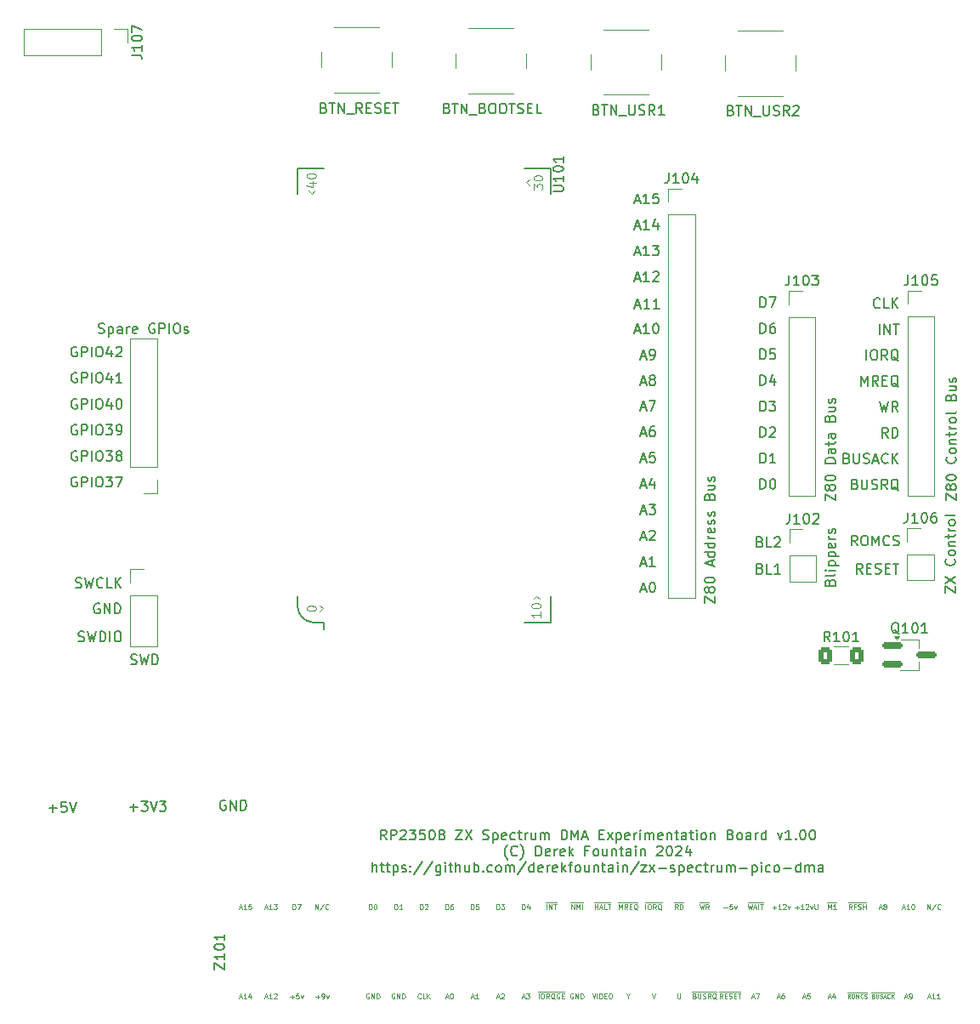
<source format=gto>
%TF.GenerationSoftware,KiCad,Pcbnew,8.0.6-8.0.6-0~ubuntu22.04.1*%
%TF.CreationDate,2024-11-29T09:40:31+00:00*%
%TF.ProjectId,zx-spectrum-pico-dma,7a782d73-7065-4637-9472-756d2d706963,rev?*%
%TF.SameCoordinates,Original*%
%TF.FileFunction,Legend,Top*%
%TF.FilePolarity,Positive*%
%FSLAX46Y46*%
G04 Gerber Fmt 4.6, Leading zero omitted, Abs format (unit mm)*
G04 Created by KiCad (PCBNEW 8.0.6-8.0.6-0~ubuntu22.04.1) date 2024-11-29 09:40:31*
%MOMM*%
%LPD*%
G01*
G04 APERTURE LIST*
G04 Aperture macros list*
%AMRoundRect*
0 Rectangle with rounded corners*
0 $1 Rounding radius*
0 $2 $3 $4 $5 $6 $7 $8 $9 X,Y pos of 4 corners*
0 Add a 4 corners polygon primitive as box body*
4,1,4,$2,$3,$4,$5,$6,$7,$8,$9,$2,$3,0*
0 Add four circle primitives for the rounded corners*
1,1,$1+$1,$2,$3*
1,1,$1+$1,$4,$5*
1,1,$1+$1,$6,$7*
1,1,$1+$1,$8,$9*
0 Add four rect primitives between the rounded corners*
20,1,$1+$1,$2,$3,$4,$5,0*
20,1,$1+$1,$4,$5,$6,$7,0*
20,1,$1+$1,$6,$7,$8,$9,0*
20,1,$1+$1,$8,$9,$2,$3,0*%
G04 Aperture macros list end*
%ADD10C,0.150000*%
%ADD11C,0.120000*%
%ADD12C,0.125000*%
%ADD13C,0.100000*%
%ADD14R,1.700000X1.700000*%
%ADD15O,1.700000X1.700000*%
%ADD16C,2.000000*%
%ADD17RoundRect,0.250000X-0.400000X-0.625000X0.400000X-0.625000X0.400000X0.625000X-0.400000X0.625000X0*%
%ADD18RoundRect,0.162500X-0.837500X-0.162500X0.837500X-0.162500X0.837500X0.162500X-0.837500X0.162500X0*%
%ADD19C,4.400000*%
%ADD20R,1.500000X2.800000*%
%ADD21C,1.350000*%
%ADD22O,1.350000X1.350000*%
%ADD23R,2.800000X1.500000*%
%ADD24O,1.727200X2.800000*%
G04 APERTURE END LIST*
D10*
X62710588Y-112867438D02*
X62615350Y-112819819D01*
X62615350Y-112819819D02*
X62472493Y-112819819D01*
X62472493Y-112819819D02*
X62329636Y-112867438D01*
X62329636Y-112867438D02*
X62234398Y-112962676D01*
X62234398Y-112962676D02*
X62186779Y-113057914D01*
X62186779Y-113057914D02*
X62139160Y-113248390D01*
X62139160Y-113248390D02*
X62139160Y-113391247D01*
X62139160Y-113391247D02*
X62186779Y-113581723D01*
X62186779Y-113581723D02*
X62234398Y-113676961D01*
X62234398Y-113676961D02*
X62329636Y-113772200D01*
X62329636Y-113772200D02*
X62472493Y-113819819D01*
X62472493Y-113819819D02*
X62567731Y-113819819D01*
X62567731Y-113819819D02*
X62710588Y-113772200D01*
X62710588Y-113772200D02*
X62758207Y-113724580D01*
X62758207Y-113724580D02*
X62758207Y-113391247D01*
X62758207Y-113391247D02*
X62567731Y-113391247D01*
X63186779Y-113819819D02*
X63186779Y-112819819D01*
X63186779Y-112819819D02*
X63758207Y-113819819D01*
X63758207Y-113819819D02*
X63758207Y-112819819D01*
X64234398Y-113819819D02*
X64234398Y-112819819D01*
X64234398Y-112819819D02*
X64472493Y-112819819D01*
X64472493Y-112819819D02*
X64615350Y-112867438D01*
X64615350Y-112867438D02*
X64710588Y-112962676D01*
X64710588Y-112962676D02*
X64758207Y-113057914D01*
X64758207Y-113057914D02*
X64805826Y-113248390D01*
X64805826Y-113248390D02*
X64805826Y-113391247D01*
X64805826Y-113391247D02*
X64758207Y-113581723D01*
X64758207Y-113581723D02*
X64710588Y-113676961D01*
X64710588Y-113676961D02*
X64615350Y-113772200D01*
X64615350Y-113772200D02*
X64472493Y-113819819D01*
X64472493Y-113819819D02*
X64234398Y-113819819D01*
X116089160Y-83184104D02*
X116565350Y-83184104D01*
X115993922Y-83469819D02*
X116327255Y-82469819D01*
X116327255Y-82469819D02*
X116660588Y-83469819D01*
X117517731Y-83469819D02*
X116946303Y-83469819D01*
X117232017Y-83469819D02*
X117232017Y-82469819D01*
X117232017Y-82469819D02*
X117136779Y-82612676D01*
X117136779Y-82612676D02*
X117041541Y-82707914D01*
X117041541Y-82707914D02*
X116946303Y-82755533D01*
X118470112Y-83469819D02*
X117898684Y-83469819D01*
X118184398Y-83469819D02*
X118184398Y-82469819D01*
X118184398Y-82469819D02*
X118089160Y-82612676D01*
X118089160Y-82612676D02*
X117993922Y-82707914D01*
X117993922Y-82707914D02*
X117898684Y-82755533D01*
X60460588Y-97677438D02*
X60365350Y-97629819D01*
X60365350Y-97629819D02*
X60222493Y-97629819D01*
X60222493Y-97629819D02*
X60079636Y-97677438D01*
X60079636Y-97677438D02*
X59984398Y-97772676D01*
X59984398Y-97772676D02*
X59936779Y-97867914D01*
X59936779Y-97867914D02*
X59889160Y-98058390D01*
X59889160Y-98058390D02*
X59889160Y-98201247D01*
X59889160Y-98201247D02*
X59936779Y-98391723D01*
X59936779Y-98391723D02*
X59984398Y-98486961D01*
X59984398Y-98486961D02*
X60079636Y-98582200D01*
X60079636Y-98582200D02*
X60222493Y-98629819D01*
X60222493Y-98629819D02*
X60317731Y-98629819D01*
X60317731Y-98629819D02*
X60460588Y-98582200D01*
X60460588Y-98582200D02*
X60508207Y-98534580D01*
X60508207Y-98534580D02*
X60508207Y-98201247D01*
X60508207Y-98201247D02*
X60317731Y-98201247D01*
X60936779Y-98629819D02*
X60936779Y-97629819D01*
X60936779Y-97629819D02*
X61317731Y-97629819D01*
X61317731Y-97629819D02*
X61412969Y-97677438D01*
X61412969Y-97677438D02*
X61460588Y-97725057D01*
X61460588Y-97725057D02*
X61508207Y-97820295D01*
X61508207Y-97820295D02*
X61508207Y-97963152D01*
X61508207Y-97963152D02*
X61460588Y-98058390D01*
X61460588Y-98058390D02*
X61412969Y-98106009D01*
X61412969Y-98106009D02*
X61317731Y-98153628D01*
X61317731Y-98153628D02*
X60936779Y-98153628D01*
X61936779Y-98629819D02*
X61936779Y-97629819D01*
X62603445Y-97629819D02*
X62793921Y-97629819D01*
X62793921Y-97629819D02*
X62889159Y-97677438D01*
X62889159Y-97677438D02*
X62984397Y-97772676D01*
X62984397Y-97772676D02*
X63032016Y-97963152D01*
X63032016Y-97963152D02*
X63032016Y-98296485D01*
X63032016Y-98296485D02*
X62984397Y-98486961D01*
X62984397Y-98486961D02*
X62889159Y-98582200D01*
X62889159Y-98582200D02*
X62793921Y-98629819D01*
X62793921Y-98629819D02*
X62603445Y-98629819D01*
X62603445Y-98629819D02*
X62508207Y-98582200D01*
X62508207Y-98582200D02*
X62412969Y-98486961D01*
X62412969Y-98486961D02*
X62365350Y-98296485D01*
X62365350Y-98296485D02*
X62365350Y-97963152D01*
X62365350Y-97963152D02*
X62412969Y-97772676D01*
X62412969Y-97772676D02*
X62508207Y-97677438D01*
X62508207Y-97677438D02*
X62603445Y-97629819D01*
X63365350Y-97629819D02*
X63984397Y-97629819D01*
X63984397Y-97629819D02*
X63651064Y-98010771D01*
X63651064Y-98010771D02*
X63793921Y-98010771D01*
X63793921Y-98010771D02*
X63889159Y-98058390D01*
X63889159Y-98058390D02*
X63936778Y-98106009D01*
X63936778Y-98106009D02*
X63984397Y-98201247D01*
X63984397Y-98201247D02*
X63984397Y-98439342D01*
X63984397Y-98439342D02*
X63936778Y-98534580D01*
X63936778Y-98534580D02*
X63889159Y-98582200D01*
X63889159Y-98582200D02*
X63793921Y-98629819D01*
X63793921Y-98629819D02*
X63508207Y-98629819D01*
X63508207Y-98629819D02*
X63412969Y-98582200D01*
X63412969Y-98582200D02*
X63365350Y-98534580D01*
X64555826Y-98058390D02*
X64460588Y-98010771D01*
X64460588Y-98010771D02*
X64412969Y-97963152D01*
X64412969Y-97963152D02*
X64365350Y-97867914D01*
X64365350Y-97867914D02*
X64365350Y-97820295D01*
X64365350Y-97820295D02*
X64412969Y-97725057D01*
X64412969Y-97725057D02*
X64460588Y-97677438D01*
X64460588Y-97677438D02*
X64555826Y-97629819D01*
X64555826Y-97629819D02*
X64746302Y-97629819D01*
X64746302Y-97629819D02*
X64841540Y-97677438D01*
X64841540Y-97677438D02*
X64889159Y-97725057D01*
X64889159Y-97725057D02*
X64936778Y-97820295D01*
X64936778Y-97820295D02*
X64936778Y-97867914D01*
X64936778Y-97867914D02*
X64889159Y-97963152D01*
X64889159Y-97963152D02*
X64841540Y-98010771D01*
X64841540Y-98010771D02*
X64746302Y-98058390D01*
X64746302Y-98058390D02*
X64555826Y-98058390D01*
X64555826Y-98058390D02*
X64460588Y-98106009D01*
X64460588Y-98106009D02*
X64412969Y-98153628D01*
X64412969Y-98153628D02*
X64365350Y-98248866D01*
X64365350Y-98248866D02*
X64365350Y-98439342D01*
X64365350Y-98439342D02*
X64412969Y-98534580D01*
X64412969Y-98534580D02*
X64460588Y-98582200D01*
X64460588Y-98582200D02*
X64555826Y-98629819D01*
X64555826Y-98629819D02*
X64746302Y-98629819D01*
X64746302Y-98629819D02*
X64841540Y-98582200D01*
X64841540Y-98582200D02*
X64889159Y-98534580D01*
X64889159Y-98534580D02*
X64936778Y-98439342D01*
X64936778Y-98439342D02*
X64936778Y-98248866D01*
X64936778Y-98248866D02*
X64889159Y-98153628D01*
X64889159Y-98153628D02*
X64841540Y-98106009D01*
X64841540Y-98106009D02*
X64746302Y-98058390D01*
X60460588Y-100267438D02*
X60365350Y-100219819D01*
X60365350Y-100219819D02*
X60222493Y-100219819D01*
X60222493Y-100219819D02*
X60079636Y-100267438D01*
X60079636Y-100267438D02*
X59984398Y-100362676D01*
X59984398Y-100362676D02*
X59936779Y-100457914D01*
X59936779Y-100457914D02*
X59889160Y-100648390D01*
X59889160Y-100648390D02*
X59889160Y-100791247D01*
X59889160Y-100791247D02*
X59936779Y-100981723D01*
X59936779Y-100981723D02*
X59984398Y-101076961D01*
X59984398Y-101076961D02*
X60079636Y-101172200D01*
X60079636Y-101172200D02*
X60222493Y-101219819D01*
X60222493Y-101219819D02*
X60317731Y-101219819D01*
X60317731Y-101219819D02*
X60460588Y-101172200D01*
X60460588Y-101172200D02*
X60508207Y-101124580D01*
X60508207Y-101124580D02*
X60508207Y-100791247D01*
X60508207Y-100791247D02*
X60317731Y-100791247D01*
X60936779Y-101219819D02*
X60936779Y-100219819D01*
X60936779Y-100219819D02*
X61317731Y-100219819D01*
X61317731Y-100219819D02*
X61412969Y-100267438D01*
X61412969Y-100267438D02*
X61460588Y-100315057D01*
X61460588Y-100315057D02*
X61508207Y-100410295D01*
X61508207Y-100410295D02*
X61508207Y-100553152D01*
X61508207Y-100553152D02*
X61460588Y-100648390D01*
X61460588Y-100648390D02*
X61412969Y-100696009D01*
X61412969Y-100696009D02*
X61317731Y-100743628D01*
X61317731Y-100743628D02*
X60936779Y-100743628D01*
X61936779Y-101219819D02*
X61936779Y-100219819D01*
X62603445Y-100219819D02*
X62793921Y-100219819D01*
X62793921Y-100219819D02*
X62889159Y-100267438D01*
X62889159Y-100267438D02*
X62984397Y-100362676D01*
X62984397Y-100362676D02*
X63032016Y-100553152D01*
X63032016Y-100553152D02*
X63032016Y-100886485D01*
X63032016Y-100886485D02*
X62984397Y-101076961D01*
X62984397Y-101076961D02*
X62889159Y-101172200D01*
X62889159Y-101172200D02*
X62793921Y-101219819D01*
X62793921Y-101219819D02*
X62603445Y-101219819D01*
X62603445Y-101219819D02*
X62508207Y-101172200D01*
X62508207Y-101172200D02*
X62412969Y-101076961D01*
X62412969Y-101076961D02*
X62365350Y-100886485D01*
X62365350Y-100886485D02*
X62365350Y-100553152D01*
X62365350Y-100553152D02*
X62412969Y-100362676D01*
X62412969Y-100362676D02*
X62508207Y-100267438D01*
X62508207Y-100267438D02*
X62603445Y-100219819D01*
X63365350Y-100219819D02*
X63984397Y-100219819D01*
X63984397Y-100219819D02*
X63651064Y-100600771D01*
X63651064Y-100600771D02*
X63793921Y-100600771D01*
X63793921Y-100600771D02*
X63889159Y-100648390D01*
X63889159Y-100648390D02*
X63936778Y-100696009D01*
X63936778Y-100696009D02*
X63984397Y-100791247D01*
X63984397Y-100791247D02*
X63984397Y-101029342D01*
X63984397Y-101029342D02*
X63936778Y-101124580D01*
X63936778Y-101124580D02*
X63889159Y-101172200D01*
X63889159Y-101172200D02*
X63793921Y-101219819D01*
X63793921Y-101219819D02*
X63508207Y-101219819D01*
X63508207Y-101219819D02*
X63412969Y-101172200D01*
X63412969Y-101172200D02*
X63365350Y-101124580D01*
X64317731Y-100219819D02*
X64984397Y-100219819D01*
X64984397Y-100219819D02*
X64555826Y-101219819D01*
X60460588Y-95087438D02*
X60365350Y-95039819D01*
X60365350Y-95039819D02*
X60222493Y-95039819D01*
X60222493Y-95039819D02*
X60079636Y-95087438D01*
X60079636Y-95087438D02*
X59984398Y-95182676D01*
X59984398Y-95182676D02*
X59936779Y-95277914D01*
X59936779Y-95277914D02*
X59889160Y-95468390D01*
X59889160Y-95468390D02*
X59889160Y-95611247D01*
X59889160Y-95611247D02*
X59936779Y-95801723D01*
X59936779Y-95801723D02*
X59984398Y-95896961D01*
X59984398Y-95896961D02*
X60079636Y-95992200D01*
X60079636Y-95992200D02*
X60222493Y-96039819D01*
X60222493Y-96039819D02*
X60317731Y-96039819D01*
X60317731Y-96039819D02*
X60460588Y-95992200D01*
X60460588Y-95992200D02*
X60508207Y-95944580D01*
X60508207Y-95944580D02*
X60508207Y-95611247D01*
X60508207Y-95611247D02*
X60317731Y-95611247D01*
X60936779Y-96039819D02*
X60936779Y-95039819D01*
X60936779Y-95039819D02*
X61317731Y-95039819D01*
X61317731Y-95039819D02*
X61412969Y-95087438D01*
X61412969Y-95087438D02*
X61460588Y-95135057D01*
X61460588Y-95135057D02*
X61508207Y-95230295D01*
X61508207Y-95230295D02*
X61508207Y-95373152D01*
X61508207Y-95373152D02*
X61460588Y-95468390D01*
X61460588Y-95468390D02*
X61412969Y-95516009D01*
X61412969Y-95516009D02*
X61317731Y-95563628D01*
X61317731Y-95563628D02*
X60936779Y-95563628D01*
X61936779Y-96039819D02*
X61936779Y-95039819D01*
X62603445Y-95039819D02*
X62793921Y-95039819D01*
X62793921Y-95039819D02*
X62889159Y-95087438D01*
X62889159Y-95087438D02*
X62984397Y-95182676D01*
X62984397Y-95182676D02*
X63032016Y-95373152D01*
X63032016Y-95373152D02*
X63032016Y-95706485D01*
X63032016Y-95706485D02*
X62984397Y-95896961D01*
X62984397Y-95896961D02*
X62889159Y-95992200D01*
X62889159Y-95992200D02*
X62793921Y-96039819D01*
X62793921Y-96039819D02*
X62603445Y-96039819D01*
X62603445Y-96039819D02*
X62508207Y-95992200D01*
X62508207Y-95992200D02*
X62412969Y-95896961D01*
X62412969Y-95896961D02*
X62365350Y-95706485D01*
X62365350Y-95706485D02*
X62365350Y-95373152D01*
X62365350Y-95373152D02*
X62412969Y-95182676D01*
X62412969Y-95182676D02*
X62508207Y-95087438D01*
X62508207Y-95087438D02*
X62603445Y-95039819D01*
X63365350Y-95039819D02*
X63984397Y-95039819D01*
X63984397Y-95039819D02*
X63651064Y-95420771D01*
X63651064Y-95420771D02*
X63793921Y-95420771D01*
X63793921Y-95420771D02*
X63889159Y-95468390D01*
X63889159Y-95468390D02*
X63936778Y-95516009D01*
X63936778Y-95516009D02*
X63984397Y-95611247D01*
X63984397Y-95611247D02*
X63984397Y-95849342D01*
X63984397Y-95849342D02*
X63936778Y-95944580D01*
X63936778Y-95944580D02*
X63889159Y-95992200D01*
X63889159Y-95992200D02*
X63793921Y-96039819D01*
X63793921Y-96039819D02*
X63508207Y-96039819D01*
X63508207Y-96039819D02*
X63412969Y-95992200D01*
X63412969Y-95992200D02*
X63365350Y-95944580D01*
X64460588Y-96039819D02*
X64651064Y-96039819D01*
X64651064Y-96039819D02*
X64746302Y-95992200D01*
X64746302Y-95992200D02*
X64793921Y-95944580D01*
X64793921Y-95944580D02*
X64889159Y-95801723D01*
X64889159Y-95801723D02*
X64936778Y-95611247D01*
X64936778Y-95611247D02*
X64936778Y-95230295D01*
X64936778Y-95230295D02*
X64889159Y-95135057D01*
X64889159Y-95135057D02*
X64841540Y-95087438D01*
X64841540Y-95087438D02*
X64746302Y-95039819D01*
X64746302Y-95039819D02*
X64555826Y-95039819D01*
X64555826Y-95039819D02*
X64460588Y-95087438D01*
X64460588Y-95087438D02*
X64412969Y-95135057D01*
X64412969Y-95135057D02*
X64365350Y-95230295D01*
X64365350Y-95230295D02*
X64365350Y-95468390D01*
X64365350Y-95468390D02*
X64412969Y-95563628D01*
X64412969Y-95563628D02*
X64460588Y-95611247D01*
X64460588Y-95611247D02*
X64555826Y-95658866D01*
X64555826Y-95658866D02*
X64746302Y-95658866D01*
X64746302Y-95658866D02*
X64841540Y-95611247D01*
X64841540Y-95611247D02*
X64889159Y-95563628D01*
X64889159Y-95563628D02*
X64936778Y-95468390D01*
X91302378Y-136349931D02*
X90969045Y-135873740D01*
X90730950Y-136349931D02*
X90730950Y-135349931D01*
X90730950Y-135349931D02*
X91111902Y-135349931D01*
X91111902Y-135349931D02*
X91207140Y-135397550D01*
X91207140Y-135397550D02*
X91254759Y-135445169D01*
X91254759Y-135445169D02*
X91302378Y-135540407D01*
X91302378Y-135540407D02*
X91302378Y-135683264D01*
X91302378Y-135683264D02*
X91254759Y-135778502D01*
X91254759Y-135778502D02*
X91207140Y-135826121D01*
X91207140Y-135826121D02*
X91111902Y-135873740D01*
X91111902Y-135873740D02*
X90730950Y-135873740D01*
X91730950Y-136349931D02*
X91730950Y-135349931D01*
X91730950Y-135349931D02*
X92111902Y-135349931D01*
X92111902Y-135349931D02*
X92207140Y-135397550D01*
X92207140Y-135397550D02*
X92254759Y-135445169D01*
X92254759Y-135445169D02*
X92302378Y-135540407D01*
X92302378Y-135540407D02*
X92302378Y-135683264D01*
X92302378Y-135683264D02*
X92254759Y-135778502D01*
X92254759Y-135778502D02*
X92207140Y-135826121D01*
X92207140Y-135826121D02*
X92111902Y-135873740D01*
X92111902Y-135873740D02*
X91730950Y-135873740D01*
X92683331Y-135445169D02*
X92730950Y-135397550D01*
X92730950Y-135397550D02*
X92826188Y-135349931D01*
X92826188Y-135349931D02*
X93064283Y-135349931D01*
X93064283Y-135349931D02*
X93159521Y-135397550D01*
X93159521Y-135397550D02*
X93207140Y-135445169D01*
X93207140Y-135445169D02*
X93254759Y-135540407D01*
X93254759Y-135540407D02*
X93254759Y-135635645D01*
X93254759Y-135635645D02*
X93207140Y-135778502D01*
X93207140Y-135778502D02*
X92635712Y-136349931D01*
X92635712Y-136349931D02*
X93254759Y-136349931D01*
X93588093Y-135349931D02*
X94207140Y-135349931D01*
X94207140Y-135349931D02*
X93873807Y-135730883D01*
X93873807Y-135730883D02*
X94016664Y-135730883D01*
X94016664Y-135730883D02*
X94111902Y-135778502D01*
X94111902Y-135778502D02*
X94159521Y-135826121D01*
X94159521Y-135826121D02*
X94207140Y-135921359D01*
X94207140Y-135921359D02*
X94207140Y-136159454D01*
X94207140Y-136159454D02*
X94159521Y-136254692D01*
X94159521Y-136254692D02*
X94111902Y-136302312D01*
X94111902Y-136302312D02*
X94016664Y-136349931D01*
X94016664Y-136349931D02*
X93730950Y-136349931D01*
X93730950Y-136349931D02*
X93635712Y-136302312D01*
X93635712Y-136302312D02*
X93588093Y-136254692D01*
X95111902Y-135349931D02*
X94635712Y-135349931D01*
X94635712Y-135349931D02*
X94588093Y-135826121D01*
X94588093Y-135826121D02*
X94635712Y-135778502D01*
X94635712Y-135778502D02*
X94730950Y-135730883D01*
X94730950Y-135730883D02*
X94969045Y-135730883D01*
X94969045Y-135730883D02*
X95064283Y-135778502D01*
X95064283Y-135778502D02*
X95111902Y-135826121D01*
X95111902Y-135826121D02*
X95159521Y-135921359D01*
X95159521Y-135921359D02*
X95159521Y-136159454D01*
X95159521Y-136159454D02*
X95111902Y-136254692D01*
X95111902Y-136254692D02*
X95064283Y-136302312D01*
X95064283Y-136302312D02*
X94969045Y-136349931D01*
X94969045Y-136349931D02*
X94730950Y-136349931D01*
X94730950Y-136349931D02*
X94635712Y-136302312D01*
X94635712Y-136302312D02*
X94588093Y-136254692D01*
X95778569Y-135349931D02*
X95873807Y-135349931D01*
X95873807Y-135349931D02*
X95969045Y-135397550D01*
X95969045Y-135397550D02*
X96016664Y-135445169D01*
X96016664Y-135445169D02*
X96064283Y-135540407D01*
X96064283Y-135540407D02*
X96111902Y-135730883D01*
X96111902Y-135730883D02*
X96111902Y-135968978D01*
X96111902Y-135968978D02*
X96064283Y-136159454D01*
X96064283Y-136159454D02*
X96016664Y-136254692D01*
X96016664Y-136254692D02*
X95969045Y-136302312D01*
X95969045Y-136302312D02*
X95873807Y-136349931D01*
X95873807Y-136349931D02*
X95778569Y-136349931D01*
X95778569Y-136349931D02*
X95683331Y-136302312D01*
X95683331Y-136302312D02*
X95635712Y-136254692D01*
X95635712Y-136254692D02*
X95588093Y-136159454D01*
X95588093Y-136159454D02*
X95540474Y-135968978D01*
X95540474Y-135968978D02*
X95540474Y-135730883D01*
X95540474Y-135730883D02*
X95588093Y-135540407D01*
X95588093Y-135540407D02*
X95635712Y-135445169D01*
X95635712Y-135445169D02*
X95683331Y-135397550D01*
X95683331Y-135397550D02*
X95778569Y-135349931D01*
X96873807Y-135826121D02*
X97016664Y-135873740D01*
X97016664Y-135873740D02*
X97064283Y-135921359D01*
X97064283Y-135921359D02*
X97111902Y-136016597D01*
X97111902Y-136016597D02*
X97111902Y-136159454D01*
X97111902Y-136159454D02*
X97064283Y-136254692D01*
X97064283Y-136254692D02*
X97016664Y-136302312D01*
X97016664Y-136302312D02*
X96921426Y-136349931D01*
X96921426Y-136349931D02*
X96540474Y-136349931D01*
X96540474Y-136349931D02*
X96540474Y-135349931D01*
X96540474Y-135349931D02*
X96873807Y-135349931D01*
X96873807Y-135349931D02*
X96969045Y-135397550D01*
X96969045Y-135397550D02*
X97016664Y-135445169D01*
X97016664Y-135445169D02*
X97064283Y-135540407D01*
X97064283Y-135540407D02*
X97064283Y-135635645D01*
X97064283Y-135635645D02*
X97016664Y-135730883D01*
X97016664Y-135730883D02*
X96969045Y-135778502D01*
X96969045Y-135778502D02*
X96873807Y-135826121D01*
X96873807Y-135826121D02*
X96540474Y-135826121D01*
X98207141Y-135349931D02*
X98873807Y-135349931D01*
X98873807Y-135349931D02*
X98207141Y-136349931D01*
X98207141Y-136349931D02*
X98873807Y-136349931D01*
X99159522Y-135349931D02*
X99826188Y-136349931D01*
X99826188Y-135349931D02*
X99159522Y-136349931D01*
X100921427Y-136302312D02*
X101064284Y-136349931D01*
X101064284Y-136349931D02*
X101302379Y-136349931D01*
X101302379Y-136349931D02*
X101397617Y-136302312D01*
X101397617Y-136302312D02*
X101445236Y-136254692D01*
X101445236Y-136254692D02*
X101492855Y-136159454D01*
X101492855Y-136159454D02*
X101492855Y-136064216D01*
X101492855Y-136064216D02*
X101445236Y-135968978D01*
X101445236Y-135968978D02*
X101397617Y-135921359D01*
X101397617Y-135921359D02*
X101302379Y-135873740D01*
X101302379Y-135873740D02*
X101111903Y-135826121D01*
X101111903Y-135826121D02*
X101016665Y-135778502D01*
X101016665Y-135778502D02*
X100969046Y-135730883D01*
X100969046Y-135730883D02*
X100921427Y-135635645D01*
X100921427Y-135635645D02*
X100921427Y-135540407D01*
X100921427Y-135540407D02*
X100969046Y-135445169D01*
X100969046Y-135445169D02*
X101016665Y-135397550D01*
X101016665Y-135397550D02*
X101111903Y-135349931D01*
X101111903Y-135349931D02*
X101349998Y-135349931D01*
X101349998Y-135349931D02*
X101492855Y-135397550D01*
X101921427Y-135683264D02*
X101921427Y-136683264D01*
X101921427Y-135730883D02*
X102016665Y-135683264D01*
X102016665Y-135683264D02*
X102207141Y-135683264D01*
X102207141Y-135683264D02*
X102302379Y-135730883D01*
X102302379Y-135730883D02*
X102349998Y-135778502D01*
X102349998Y-135778502D02*
X102397617Y-135873740D01*
X102397617Y-135873740D02*
X102397617Y-136159454D01*
X102397617Y-136159454D02*
X102349998Y-136254692D01*
X102349998Y-136254692D02*
X102302379Y-136302312D01*
X102302379Y-136302312D02*
X102207141Y-136349931D01*
X102207141Y-136349931D02*
X102016665Y-136349931D01*
X102016665Y-136349931D02*
X101921427Y-136302312D01*
X103207141Y-136302312D02*
X103111903Y-136349931D01*
X103111903Y-136349931D02*
X102921427Y-136349931D01*
X102921427Y-136349931D02*
X102826189Y-136302312D01*
X102826189Y-136302312D02*
X102778570Y-136207073D01*
X102778570Y-136207073D02*
X102778570Y-135826121D01*
X102778570Y-135826121D02*
X102826189Y-135730883D01*
X102826189Y-135730883D02*
X102921427Y-135683264D01*
X102921427Y-135683264D02*
X103111903Y-135683264D01*
X103111903Y-135683264D02*
X103207141Y-135730883D01*
X103207141Y-135730883D02*
X103254760Y-135826121D01*
X103254760Y-135826121D02*
X103254760Y-135921359D01*
X103254760Y-135921359D02*
X102778570Y-136016597D01*
X104111903Y-136302312D02*
X104016665Y-136349931D01*
X104016665Y-136349931D02*
X103826189Y-136349931D01*
X103826189Y-136349931D02*
X103730951Y-136302312D01*
X103730951Y-136302312D02*
X103683332Y-136254692D01*
X103683332Y-136254692D02*
X103635713Y-136159454D01*
X103635713Y-136159454D02*
X103635713Y-135873740D01*
X103635713Y-135873740D02*
X103683332Y-135778502D01*
X103683332Y-135778502D02*
X103730951Y-135730883D01*
X103730951Y-135730883D02*
X103826189Y-135683264D01*
X103826189Y-135683264D02*
X104016665Y-135683264D01*
X104016665Y-135683264D02*
X104111903Y-135730883D01*
X104397618Y-135683264D02*
X104778570Y-135683264D01*
X104540475Y-135349931D02*
X104540475Y-136207073D01*
X104540475Y-136207073D02*
X104588094Y-136302312D01*
X104588094Y-136302312D02*
X104683332Y-136349931D01*
X104683332Y-136349931D02*
X104778570Y-136349931D01*
X105111904Y-136349931D02*
X105111904Y-135683264D01*
X105111904Y-135873740D02*
X105159523Y-135778502D01*
X105159523Y-135778502D02*
X105207142Y-135730883D01*
X105207142Y-135730883D02*
X105302380Y-135683264D01*
X105302380Y-135683264D02*
X105397618Y-135683264D01*
X106159523Y-135683264D02*
X106159523Y-136349931D01*
X105730952Y-135683264D02*
X105730952Y-136207073D01*
X105730952Y-136207073D02*
X105778571Y-136302312D01*
X105778571Y-136302312D02*
X105873809Y-136349931D01*
X105873809Y-136349931D02*
X106016666Y-136349931D01*
X106016666Y-136349931D02*
X106111904Y-136302312D01*
X106111904Y-136302312D02*
X106159523Y-136254692D01*
X106635714Y-136349931D02*
X106635714Y-135683264D01*
X106635714Y-135778502D02*
X106683333Y-135730883D01*
X106683333Y-135730883D02*
X106778571Y-135683264D01*
X106778571Y-135683264D02*
X106921428Y-135683264D01*
X106921428Y-135683264D02*
X107016666Y-135730883D01*
X107016666Y-135730883D02*
X107064285Y-135826121D01*
X107064285Y-135826121D02*
X107064285Y-136349931D01*
X107064285Y-135826121D02*
X107111904Y-135730883D01*
X107111904Y-135730883D02*
X107207142Y-135683264D01*
X107207142Y-135683264D02*
X107349999Y-135683264D01*
X107349999Y-135683264D02*
X107445238Y-135730883D01*
X107445238Y-135730883D02*
X107492857Y-135826121D01*
X107492857Y-135826121D02*
X107492857Y-136349931D01*
X108730952Y-136349931D02*
X108730952Y-135349931D01*
X108730952Y-135349931D02*
X108969047Y-135349931D01*
X108969047Y-135349931D02*
X109111904Y-135397550D01*
X109111904Y-135397550D02*
X109207142Y-135492788D01*
X109207142Y-135492788D02*
X109254761Y-135588026D01*
X109254761Y-135588026D02*
X109302380Y-135778502D01*
X109302380Y-135778502D02*
X109302380Y-135921359D01*
X109302380Y-135921359D02*
X109254761Y-136111835D01*
X109254761Y-136111835D02*
X109207142Y-136207073D01*
X109207142Y-136207073D02*
X109111904Y-136302312D01*
X109111904Y-136302312D02*
X108969047Y-136349931D01*
X108969047Y-136349931D02*
X108730952Y-136349931D01*
X109730952Y-136349931D02*
X109730952Y-135349931D01*
X109730952Y-135349931D02*
X110064285Y-136064216D01*
X110064285Y-136064216D02*
X110397618Y-135349931D01*
X110397618Y-135349931D02*
X110397618Y-136349931D01*
X110826190Y-136064216D02*
X111302380Y-136064216D01*
X110730952Y-136349931D02*
X111064285Y-135349931D01*
X111064285Y-135349931D02*
X111397618Y-136349931D01*
X112492857Y-135826121D02*
X112826190Y-135826121D01*
X112969047Y-136349931D02*
X112492857Y-136349931D01*
X112492857Y-136349931D02*
X112492857Y-135349931D01*
X112492857Y-135349931D02*
X112969047Y-135349931D01*
X113302381Y-136349931D02*
X113826190Y-135683264D01*
X113302381Y-135683264D02*
X113826190Y-136349931D01*
X114207143Y-135683264D02*
X114207143Y-136683264D01*
X114207143Y-135730883D02*
X114302381Y-135683264D01*
X114302381Y-135683264D02*
X114492857Y-135683264D01*
X114492857Y-135683264D02*
X114588095Y-135730883D01*
X114588095Y-135730883D02*
X114635714Y-135778502D01*
X114635714Y-135778502D02*
X114683333Y-135873740D01*
X114683333Y-135873740D02*
X114683333Y-136159454D01*
X114683333Y-136159454D02*
X114635714Y-136254692D01*
X114635714Y-136254692D02*
X114588095Y-136302312D01*
X114588095Y-136302312D02*
X114492857Y-136349931D01*
X114492857Y-136349931D02*
X114302381Y-136349931D01*
X114302381Y-136349931D02*
X114207143Y-136302312D01*
X115492857Y-136302312D02*
X115397619Y-136349931D01*
X115397619Y-136349931D02*
X115207143Y-136349931D01*
X115207143Y-136349931D02*
X115111905Y-136302312D01*
X115111905Y-136302312D02*
X115064286Y-136207073D01*
X115064286Y-136207073D02*
X115064286Y-135826121D01*
X115064286Y-135826121D02*
X115111905Y-135730883D01*
X115111905Y-135730883D02*
X115207143Y-135683264D01*
X115207143Y-135683264D02*
X115397619Y-135683264D01*
X115397619Y-135683264D02*
X115492857Y-135730883D01*
X115492857Y-135730883D02*
X115540476Y-135826121D01*
X115540476Y-135826121D02*
X115540476Y-135921359D01*
X115540476Y-135921359D02*
X115064286Y-136016597D01*
X115969048Y-136349931D02*
X115969048Y-135683264D01*
X115969048Y-135873740D02*
X116016667Y-135778502D01*
X116016667Y-135778502D02*
X116064286Y-135730883D01*
X116064286Y-135730883D02*
X116159524Y-135683264D01*
X116159524Y-135683264D02*
X116254762Y-135683264D01*
X116588096Y-136349931D02*
X116588096Y-135683264D01*
X116588096Y-135349931D02*
X116540477Y-135397550D01*
X116540477Y-135397550D02*
X116588096Y-135445169D01*
X116588096Y-135445169D02*
X116635715Y-135397550D01*
X116635715Y-135397550D02*
X116588096Y-135349931D01*
X116588096Y-135349931D02*
X116588096Y-135445169D01*
X117064286Y-136349931D02*
X117064286Y-135683264D01*
X117064286Y-135778502D02*
X117111905Y-135730883D01*
X117111905Y-135730883D02*
X117207143Y-135683264D01*
X117207143Y-135683264D02*
X117350000Y-135683264D01*
X117350000Y-135683264D02*
X117445238Y-135730883D01*
X117445238Y-135730883D02*
X117492857Y-135826121D01*
X117492857Y-135826121D02*
X117492857Y-136349931D01*
X117492857Y-135826121D02*
X117540476Y-135730883D01*
X117540476Y-135730883D02*
X117635714Y-135683264D01*
X117635714Y-135683264D02*
X117778571Y-135683264D01*
X117778571Y-135683264D02*
X117873810Y-135730883D01*
X117873810Y-135730883D02*
X117921429Y-135826121D01*
X117921429Y-135826121D02*
X117921429Y-136349931D01*
X118778571Y-136302312D02*
X118683333Y-136349931D01*
X118683333Y-136349931D02*
X118492857Y-136349931D01*
X118492857Y-136349931D02*
X118397619Y-136302312D01*
X118397619Y-136302312D02*
X118350000Y-136207073D01*
X118350000Y-136207073D02*
X118350000Y-135826121D01*
X118350000Y-135826121D02*
X118397619Y-135730883D01*
X118397619Y-135730883D02*
X118492857Y-135683264D01*
X118492857Y-135683264D02*
X118683333Y-135683264D01*
X118683333Y-135683264D02*
X118778571Y-135730883D01*
X118778571Y-135730883D02*
X118826190Y-135826121D01*
X118826190Y-135826121D02*
X118826190Y-135921359D01*
X118826190Y-135921359D02*
X118350000Y-136016597D01*
X119254762Y-135683264D02*
X119254762Y-136349931D01*
X119254762Y-135778502D02*
X119302381Y-135730883D01*
X119302381Y-135730883D02*
X119397619Y-135683264D01*
X119397619Y-135683264D02*
X119540476Y-135683264D01*
X119540476Y-135683264D02*
X119635714Y-135730883D01*
X119635714Y-135730883D02*
X119683333Y-135826121D01*
X119683333Y-135826121D02*
X119683333Y-136349931D01*
X120016667Y-135683264D02*
X120397619Y-135683264D01*
X120159524Y-135349931D02*
X120159524Y-136207073D01*
X120159524Y-136207073D02*
X120207143Y-136302312D01*
X120207143Y-136302312D02*
X120302381Y-136349931D01*
X120302381Y-136349931D02*
X120397619Y-136349931D01*
X121159524Y-136349931D02*
X121159524Y-135826121D01*
X121159524Y-135826121D02*
X121111905Y-135730883D01*
X121111905Y-135730883D02*
X121016667Y-135683264D01*
X121016667Y-135683264D02*
X120826191Y-135683264D01*
X120826191Y-135683264D02*
X120730953Y-135730883D01*
X121159524Y-136302312D02*
X121064286Y-136349931D01*
X121064286Y-136349931D02*
X120826191Y-136349931D01*
X120826191Y-136349931D02*
X120730953Y-136302312D01*
X120730953Y-136302312D02*
X120683334Y-136207073D01*
X120683334Y-136207073D02*
X120683334Y-136111835D01*
X120683334Y-136111835D02*
X120730953Y-136016597D01*
X120730953Y-136016597D02*
X120826191Y-135968978D01*
X120826191Y-135968978D02*
X121064286Y-135968978D01*
X121064286Y-135968978D02*
X121159524Y-135921359D01*
X121492858Y-135683264D02*
X121873810Y-135683264D01*
X121635715Y-135349931D02*
X121635715Y-136207073D01*
X121635715Y-136207073D02*
X121683334Y-136302312D01*
X121683334Y-136302312D02*
X121778572Y-136349931D01*
X121778572Y-136349931D02*
X121873810Y-136349931D01*
X122207144Y-136349931D02*
X122207144Y-135683264D01*
X122207144Y-135349931D02*
X122159525Y-135397550D01*
X122159525Y-135397550D02*
X122207144Y-135445169D01*
X122207144Y-135445169D02*
X122254763Y-135397550D01*
X122254763Y-135397550D02*
X122207144Y-135349931D01*
X122207144Y-135349931D02*
X122207144Y-135445169D01*
X122826191Y-136349931D02*
X122730953Y-136302312D01*
X122730953Y-136302312D02*
X122683334Y-136254692D01*
X122683334Y-136254692D02*
X122635715Y-136159454D01*
X122635715Y-136159454D02*
X122635715Y-135873740D01*
X122635715Y-135873740D02*
X122683334Y-135778502D01*
X122683334Y-135778502D02*
X122730953Y-135730883D01*
X122730953Y-135730883D02*
X122826191Y-135683264D01*
X122826191Y-135683264D02*
X122969048Y-135683264D01*
X122969048Y-135683264D02*
X123064286Y-135730883D01*
X123064286Y-135730883D02*
X123111905Y-135778502D01*
X123111905Y-135778502D02*
X123159524Y-135873740D01*
X123159524Y-135873740D02*
X123159524Y-136159454D01*
X123159524Y-136159454D02*
X123111905Y-136254692D01*
X123111905Y-136254692D02*
X123064286Y-136302312D01*
X123064286Y-136302312D02*
X122969048Y-136349931D01*
X122969048Y-136349931D02*
X122826191Y-136349931D01*
X123588096Y-135683264D02*
X123588096Y-136349931D01*
X123588096Y-135778502D02*
X123635715Y-135730883D01*
X123635715Y-135730883D02*
X123730953Y-135683264D01*
X123730953Y-135683264D02*
X123873810Y-135683264D01*
X123873810Y-135683264D02*
X123969048Y-135730883D01*
X123969048Y-135730883D02*
X124016667Y-135826121D01*
X124016667Y-135826121D02*
X124016667Y-136349931D01*
X125588096Y-135826121D02*
X125730953Y-135873740D01*
X125730953Y-135873740D02*
X125778572Y-135921359D01*
X125778572Y-135921359D02*
X125826191Y-136016597D01*
X125826191Y-136016597D02*
X125826191Y-136159454D01*
X125826191Y-136159454D02*
X125778572Y-136254692D01*
X125778572Y-136254692D02*
X125730953Y-136302312D01*
X125730953Y-136302312D02*
X125635715Y-136349931D01*
X125635715Y-136349931D02*
X125254763Y-136349931D01*
X125254763Y-136349931D02*
X125254763Y-135349931D01*
X125254763Y-135349931D02*
X125588096Y-135349931D01*
X125588096Y-135349931D02*
X125683334Y-135397550D01*
X125683334Y-135397550D02*
X125730953Y-135445169D01*
X125730953Y-135445169D02*
X125778572Y-135540407D01*
X125778572Y-135540407D02*
X125778572Y-135635645D01*
X125778572Y-135635645D02*
X125730953Y-135730883D01*
X125730953Y-135730883D02*
X125683334Y-135778502D01*
X125683334Y-135778502D02*
X125588096Y-135826121D01*
X125588096Y-135826121D02*
X125254763Y-135826121D01*
X126397620Y-136349931D02*
X126302382Y-136302312D01*
X126302382Y-136302312D02*
X126254763Y-136254692D01*
X126254763Y-136254692D02*
X126207144Y-136159454D01*
X126207144Y-136159454D02*
X126207144Y-135873740D01*
X126207144Y-135873740D02*
X126254763Y-135778502D01*
X126254763Y-135778502D02*
X126302382Y-135730883D01*
X126302382Y-135730883D02*
X126397620Y-135683264D01*
X126397620Y-135683264D02*
X126540477Y-135683264D01*
X126540477Y-135683264D02*
X126635715Y-135730883D01*
X126635715Y-135730883D02*
X126683334Y-135778502D01*
X126683334Y-135778502D02*
X126730953Y-135873740D01*
X126730953Y-135873740D02*
X126730953Y-136159454D01*
X126730953Y-136159454D02*
X126683334Y-136254692D01*
X126683334Y-136254692D02*
X126635715Y-136302312D01*
X126635715Y-136302312D02*
X126540477Y-136349931D01*
X126540477Y-136349931D02*
X126397620Y-136349931D01*
X127588096Y-136349931D02*
X127588096Y-135826121D01*
X127588096Y-135826121D02*
X127540477Y-135730883D01*
X127540477Y-135730883D02*
X127445239Y-135683264D01*
X127445239Y-135683264D02*
X127254763Y-135683264D01*
X127254763Y-135683264D02*
X127159525Y-135730883D01*
X127588096Y-136302312D02*
X127492858Y-136349931D01*
X127492858Y-136349931D02*
X127254763Y-136349931D01*
X127254763Y-136349931D02*
X127159525Y-136302312D01*
X127159525Y-136302312D02*
X127111906Y-136207073D01*
X127111906Y-136207073D02*
X127111906Y-136111835D01*
X127111906Y-136111835D02*
X127159525Y-136016597D01*
X127159525Y-136016597D02*
X127254763Y-135968978D01*
X127254763Y-135968978D02*
X127492858Y-135968978D01*
X127492858Y-135968978D02*
X127588096Y-135921359D01*
X128064287Y-136349931D02*
X128064287Y-135683264D01*
X128064287Y-135873740D02*
X128111906Y-135778502D01*
X128111906Y-135778502D02*
X128159525Y-135730883D01*
X128159525Y-135730883D02*
X128254763Y-135683264D01*
X128254763Y-135683264D02*
X128350001Y-135683264D01*
X129111906Y-136349931D02*
X129111906Y-135349931D01*
X129111906Y-136302312D02*
X129016668Y-136349931D01*
X129016668Y-136349931D02*
X128826192Y-136349931D01*
X128826192Y-136349931D02*
X128730954Y-136302312D01*
X128730954Y-136302312D02*
X128683335Y-136254692D01*
X128683335Y-136254692D02*
X128635716Y-136159454D01*
X128635716Y-136159454D02*
X128635716Y-135873740D01*
X128635716Y-135873740D02*
X128683335Y-135778502D01*
X128683335Y-135778502D02*
X128730954Y-135730883D01*
X128730954Y-135730883D02*
X128826192Y-135683264D01*
X128826192Y-135683264D02*
X129016668Y-135683264D01*
X129016668Y-135683264D02*
X129111906Y-135730883D01*
X130254764Y-135683264D02*
X130492859Y-136349931D01*
X130492859Y-136349931D02*
X130730954Y-135683264D01*
X131635716Y-136349931D02*
X131064288Y-136349931D01*
X131350002Y-136349931D02*
X131350002Y-135349931D01*
X131350002Y-135349931D02*
X131254764Y-135492788D01*
X131254764Y-135492788D02*
X131159526Y-135588026D01*
X131159526Y-135588026D02*
X131064288Y-135635645D01*
X132064288Y-136254692D02*
X132111907Y-136302312D01*
X132111907Y-136302312D02*
X132064288Y-136349931D01*
X132064288Y-136349931D02*
X132016669Y-136302312D01*
X132016669Y-136302312D02*
X132064288Y-136254692D01*
X132064288Y-136254692D02*
X132064288Y-136349931D01*
X132730954Y-135349931D02*
X132826192Y-135349931D01*
X132826192Y-135349931D02*
X132921430Y-135397550D01*
X132921430Y-135397550D02*
X132969049Y-135445169D01*
X132969049Y-135445169D02*
X133016668Y-135540407D01*
X133016668Y-135540407D02*
X133064287Y-135730883D01*
X133064287Y-135730883D02*
X133064287Y-135968978D01*
X133064287Y-135968978D02*
X133016668Y-136159454D01*
X133016668Y-136159454D02*
X132969049Y-136254692D01*
X132969049Y-136254692D02*
X132921430Y-136302312D01*
X132921430Y-136302312D02*
X132826192Y-136349931D01*
X132826192Y-136349931D02*
X132730954Y-136349931D01*
X132730954Y-136349931D02*
X132635716Y-136302312D01*
X132635716Y-136302312D02*
X132588097Y-136254692D01*
X132588097Y-136254692D02*
X132540478Y-136159454D01*
X132540478Y-136159454D02*
X132492859Y-135968978D01*
X132492859Y-135968978D02*
X132492859Y-135730883D01*
X132492859Y-135730883D02*
X132540478Y-135540407D01*
X132540478Y-135540407D02*
X132588097Y-135445169D01*
X132588097Y-135445169D02*
X132635716Y-135397550D01*
X132635716Y-135397550D02*
X132730954Y-135349931D01*
X133683335Y-135349931D02*
X133778573Y-135349931D01*
X133778573Y-135349931D02*
X133873811Y-135397550D01*
X133873811Y-135397550D02*
X133921430Y-135445169D01*
X133921430Y-135445169D02*
X133969049Y-135540407D01*
X133969049Y-135540407D02*
X134016668Y-135730883D01*
X134016668Y-135730883D02*
X134016668Y-135968978D01*
X134016668Y-135968978D02*
X133969049Y-136159454D01*
X133969049Y-136159454D02*
X133921430Y-136254692D01*
X133921430Y-136254692D02*
X133873811Y-136302312D01*
X133873811Y-136302312D02*
X133778573Y-136349931D01*
X133778573Y-136349931D02*
X133683335Y-136349931D01*
X133683335Y-136349931D02*
X133588097Y-136302312D01*
X133588097Y-136302312D02*
X133540478Y-136254692D01*
X133540478Y-136254692D02*
X133492859Y-136159454D01*
X133492859Y-136159454D02*
X133445240Y-135968978D01*
X133445240Y-135968978D02*
X133445240Y-135730883D01*
X133445240Y-135730883D02*
X133492859Y-135540407D01*
X133492859Y-135540407D02*
X133540478Y-135445169D01*
X133540478Y-135445169D02*
X133588097Y-135397550D01*
X133588097Y-135397550D02*
X133683335Y-135349931D01*
X103373808Y-138340827D02*
X103326189Y-138293208D01*
X103326189Y-138293208D02*
X103230951Y-138150351D01*
X103230951Y-138150351D02*
X103183332Y-138055113D01*
X103183332Y-138055113D02*
X103135713Y-137912256D01*
X103135713Y-137912256D02*
X103088094Y-137674160D01*
X103088094Y-137674160D02*
X103088094Y-137483684D01*
X103088094Y-137483684D02*
X103135713Y-137245589D01*
X103135713Y-137245589D02*
X103183332Y-137102732D01*
X103183332Y-137102732D02*
X103230951Y-137007494D01*
X103230951Y-137007494D02*
X103326189Y-136864636D01*
X103326189Y-136864636D02*
X103373808Y-136817017D01*
X104326189Y-137864636D02*
X104278570Y-137912256D01*
X104278570Y-137912256D02*
X104135713Y-137959875D01*
X104135713Y-137959875D02*
X104040475Y-137959875D01*
X104040475Y-137959875D02*
X103897618Y-137912256D01*
X103897618Y-137912256D02*
X103802380Y-137817017D01*
X103802380Y-137817017D02*
X103754761Y-137721779D01*
X103754761Y-137721779D02*
X103707142Y-137531303D01*
X103707142Y-137531303D02*
X103707142Y-137388446D01*
X103707142Y-137388446D02*
X103754761Y-137197970D01*
X103754761Y-137197970D02*
X103802380Y-137102732D01*
X103802380Y-137102732D02*
X103897618Y-137007494D01*
X103897618Y-137007494D02*
X104040475Y-136959875D01*
X104040475Y-136959875D02*
X104135713Y-136959875D01*
X104135713Y-136959875D02*
X104278570Y-137007494D01*
X104278570Y-137007494D02*
X104326189Y-137055113D01*
X104659523Y-138340827D02*
X104707142Y-138293208D01*
X104707142Y-138293208D02*
X104802380Y-138150351D01*
X104802380Y-138150351D02*
X104849999Y-138055113D01*
X104849999Y-138055113D02*
X104897618Y-137912256D01*
X104897618Y-137912256D02*
X104945237Y-137674160D01*
X104945237Y-137674160D02*
X104945237Y-137483684D01*
X104945237Y-137483684D02*
X104897618Y-137245589D01*
X104897618Y-137245589D02*
X104849999Y-137102732D01*
X104849999Y-137102732D02*
X104802380Y-137007494D01*
X104802380Y-137007494D02*
X104707142Y-136864636D01*
X104707142Y-136864636D02*
X104659523Y-136817017D01*
X106183333Y-137959875D02*
X106183333Y-136959875D01*
X106183333Y-136959875D02*
X106421428Y-136959875D01*
X106421428Y-136959875D02*
X106564285Y-137007494D01*
X106564285Y-137007494D02*
X106659523Y-137102732D01*
X106659523Y-137102732D02*
X106707142Y-137197970D01*
X106707142Y-137197970D02*
X106754761Y-137388446D01*
X106754761Y-137388446D02*
X106754761Y-137531303D01*
X106754761Y-137531303D02*
X106707142Y-137721779D01*
X106707142Y-137721779D02*
X106659523Y-137817017D01*
X106659523Y-137817017D02*
X106564285Y-137912256D01*
X106564285Y-137912256D02*
X106421428Y-137959875D01*
X106421428Y-137959875D02*
X106183333Y-137959875D01*
X107564285Y-137912256D02*
X107469047Y-137959875D01*
X107469047Y-137959875D02*
X107278571Y-137959875D01*
X107278571Y-137959875D02*
X107183333Y-137912256D01*
X107183333Y-137912256D02*
X107135714Y-137817017D01*
X107135714Y-137817017D02*
X107135714Y-137436065D01*
X107135714Y-137436065D02*
X107183333Y-137340827D01*
X107183333Y-137340827D02*
X107278571Y-137293208D01*
X107278571Y-137293208D02*
X107469047Y-137293208D01*
X107469047Y-137293208D02*
X107564285Y-137340827D01*
X107564285Y-137340827D02*
X107611904Y-137436065D01*
X107611904Y-137436065D02*
X107611904Y-137531303D01*
X107611904Y-137531303D02*
X107135714Y-137626541D01*
X108040476Y-137959875D02*
X108040476Y-137293208D01*
X108040476Y-137483684D02*
X108088095Y-137388446D01*
X108088095Y-137388446D02*
X108135714Y-137340827D01*
X108135714Y-137340827D02*
X108230952Y-137293208D01*
X108230952Y-137293208D02*
X108326190Y-137293208D01*
X109040476Y-137912256D02*
X108945238Y-137959875D01*
X108945238Y-137959875D02*
X108754762Y-137959875D01*
X108754762Y-137959875D02*
X108659524Y-137912256D01*
X108659524Y-137912256D02*
X108611905Y-137817017D01*
X108611905Y-137817017D02*
X108611905Y-137436065D01*
X108611905Y-137436065D02*
X108659524Y-137340827D01*
X108659524Y-137340827D02*
X108754762Y-137293208D01*
X108754762Y-137293208D02*
X108945238Y-137293208D01*
X108945238Y-137293208D02*
X109040476Y-137340827D01*
X109040476Y-137340827D02*
X109088095Y-137436065D01*
X109088095Y-137436065D02*
X109088095Y-137531303D01*
X109088095Y-137531303D02*
X108611905Y-137626541D01*
X109516667Y-137959875D02*
X109516667Y-136959875D01*
X109611905Y-137578922D02*
X109897619Y-137959875D01*
X109897619Y-137293208D02*
X109516667Y-137674160D01*
X111421429Y-137436065D02*
X111088096Y-137436065D01*
X111088096Y-137959875D02*
X111088096Y-136959875D01*
X111088096Y-136959875D02*
X111564286Y-136959875D01*
X112088096Y-137959875D02*
X111992858Y-137912256D01*
X111992858Y-137912256D02*
X111945239Y-137864636D01*
X111945239Y-137864636D02*
X111897620Y-137769398D01*
X111897620Y-137769398D02*
X111897620Y-137483684D01*
X111897620Y-137483684D02*
X111945239Y-137388446D01*
X111945239Y-137388446D02*
X111992858Y-137340827D01*
X111992858Y-137340827D02*
X112088096Y-137293208D01*
X112088096Y-137293208D02*
X112230953Y-137293208D01*
X112230953Y-137293208D02*
X112326191Y-137340827D01*
X112326191Y-137340827D02*
X112373810Y-137388446D01*
X112373810Y-137388446D02*
X112421429Y-137483684D01*
X112421429Y-137483684D02*
X112421429Y-137769398D01*
X112421429Y-137769398D02*
X112373810Y-137864636D01*
X112373810Y-137864636D02*
X112326191Y-137912256D01*
X112326191Y-137912256D02*
X112230953Y-137959875D01*
X112230953Y-137959875D02*
X112088096Y-137959875D01*
X113278572Y-137293208D02*
X113278572Y-137959875D01*
X112850001Y-137293208D02*
X112850001Y-137817017D01*
X112850001Y-137817017D02*
X112897620Y-137912256D01*
X112897620Y-137912256D02*
X112992858Y-137959875D01*
X112992858Y-137959875D02*
X113135715Y-137959875D01*
X113135715Y-137959875D02*
X113230953Y-137912256D01*
X113230953Y-137912256D02*
X113278572Y-137864636D01*
X113754763Y-137293208D02*
X113754763Y-137959875D01*
X113754763Y-137388446D02*
X113802382Y-137340827D01*
X113802382Y-137340827D02*
X113897620Y-137293208D01*
X113897620Y-137293208D02*
X114040477Y-137293208D01*
X114040477Y-137293208D02*
X114135715Y-137340827D01*
X114135715Y-137340827D02*
X114183334Y-137436065D01*
X114183334Y-137436065D02*
X114183334Y-137959875D01*
X114516668Y-137293208D02*
X114897620Y-137293208D01*
X114659525Y-136959875D02*
X114659525Y-137817017D01*
X114659525Y-137817017D02*
X114707144Y-137912256D01*
X114707144Y-137912256D02*
X114802382Y-137959875D01*
X114802382Y-137959875D02*
X114897620Y-137959875D01*
X115659525Y-137959875D02*
X115659525Y-137436065D01*
X115659525Y-137436065D02*
X115611906Y-137340827D01*
X115611906Y-137340827D02*
X115516668Y-137293208D01*
X115516668Y-137293208D02*
X115326192Y-137293208D01*
X115326192Y-137293208D02*
X115230954Y-137340827D01*
X115659525Y-137912256D02*
X115564287Y-137959875D01*
X115564287Y-137959875D02*
X115326192Y-137959875D01*
X115326192Y-137959875D02*
X115230954Y-137912256D01*
X115230954Y-137912256D02*
X115183335Y-137817017D01*
X115183335Y-137817017D02*
X115183335Y-137721779D01*
X115183335Y-137721779D02*
X115230954Y-137626541D01*
X115230954Y-137626541D02*
X115326192Y-137578922D01*
X115326192Y-137578922D02*
X115564287Y-137578922D01*
X115564287Y-137578922D02*
X115659525Y-137531303D01*
X116135716Y-137959875D02*
X116135716Y-137293208D01*
X116135716Y-136959875D02*
X116088097Y-137007494D01*
X116088097Y-137007494D02*
X116135716Y-137055113D01*
X116135716Y-137055113D02*
X116183335Y-137007494D01*
X116183335Y-137007494D02*
X116135716Y-136959875D01*
X116135716Y-136959875D02*
X116135716Y-137055113D01*
X116611906Y-137293208D02*
X116611906Y-137959875D01*
X116611906Y-137388446D02*
X116659525Y-137340827D01*
X116659525Y-137340827D02*
X116754763Y-137293208D01*
X116754763Y-137293208D02*
X116897620Y-137293208D01*
X116897620Y-137293208D02*
X116992858Y-137340827D01*
X116992858Y-137340827D02*
X117040477Y-137436065D01*
X117040477Y-137436065D02*
X117040477Y-137959875D01*
X118230954Y-137055113D02*
X118278573Y-137007494D01*
X118278573Y-137007494D02*
X118373811Y-136959875D01*
X118373811Y-136959875D02*
X118611906Y-136959875D01*
X118611906Y-136959875D02*
X118707144Y-137007494D01*
X118707144Y-137007494D02*
X118754763Y-137055113D01*
X118754763Y-137055113D02*
X118802382Y-137150351D01*
X118802382Y-137150351D02*
X118802382Y-137245589D01*
X118802382Y-137245589D02*
X118754763Y-137388446D01*
X118754763Y-137388446D02*
X118183335Y-137959875D01*
X118183335Y-137959875D02*
X118802382Y-137959875D01*
X119421430Y-136959875D02*
X119516668Y-136959875D01*
X119516668Y-136959875D02*
X119611906Y-137007494D01*
X119611906Y-137007494D02*
X119659525Y-137055113D01*
X119659525Y-137055113D02*
X119707144Y-137150351D01*
X119707144Y-137150351D02*
X119754763Y-137340827D01*
X119754763Y-137340827D02*
X119754763Y-137578922D01*
X119754763Y-137578922D02*
X119707144Y-137769398D01*
X119707144Y-137769398D02*
X119659525Y-137864636D01*
X119659525Y-137864636D02*
X119611906Y-137912256D01*
X119611906Y-137912256D02*
X119516668Y-137959875D01*
X119516668Y-137959875D02*
X119421430Y-137959875D01*
X119421430Y-137959875D02*
X119326192Y-137912256D01*
X119326192Y-137912256D02*
X119278573Y-137864636D01*
X119278573Y-137864636D02*
X119230954Y-137769398D01*
X119230954Y-137769398D02*
X119183335Y-137578922D01*
X119183335Y-137578922D02*
X119183335Y-137340827D01*
X119183335Y-137340827D02*
X119230954Y-137150351D01*
X119230954Y-137150351D02*
X119278573Y-137055113D01*
X119278573Y-137055113D02*
X119326192Y-137007494D01*
X119326192Y-137007494D02*
X119421430Y-136959875D01*
X120135716Y-137055113D02*
X120183335Y-137007494D01*
X120183335Y-137007494D02*
X120278573Y-136959875D01*
X120278573Y-136959875D02*
X120516668Y-136959875D01*
X120516668Y-136959875D02*
X120611906Y-137007494D01*
X120611906Y-137007494D02*
X120659525Y-137055113D01*
X120659525Y-137055113D02*
X120707144Y-137150351D01*
X120707144Y-137150351D02*
X120707144Y-137245589D01*
X120707144Y-137245589D02*
X120659525Y-137388446D01*
X120659525Y-137388446D02*
X120088097Y-137959875D01*
X120088097Y-137959875D02*
X120707144Y-137959875D01*
X121564287Y-137293208D02*
X121564287Y-137959875D01*
X121326192Y-136912256D02*
X121088097Y-137626541D01*
X121088097Y-137626541D02*
X121707144Y-137626541D01*
X89921427Y-139569819D02*
X89921427Y-138569819D01*
X90349998Y-139569819D02*
X90349998Y-139046009D01*
X90349998Y-139046009D02*
X90302379Y-138950771D01*
X90302379Y-138950771D02*
X90207141Y-138903152D01*
X90207141Y-138903152D02*
X90064284Y-138903152D01*
X90064284Y-138903152D02*
X89969046Y-138950771D01*
X89969046Y-138950771D02*
X89921427Y-138998390D01*
X90683332Y-138903152D02*
X91064284Y-138903152D01*
X90826189Y-138569819D02*
X90826189Y-139426961D01*
X90826189Y-139426961D02*
X90873808Y-139522200D01*
X90873808Y-139522200D02*
X90969046Y-139569819D01*
X90969046Y-139569819D02*
X91064284Y-139569819D01*
X91254761Y-138903152D02*
X91635713Y-138903152D01*
X91397618Y-138569819D02*
X91397618Y-139426961D01*
X91397618Y-139426961D02*
X91445237Y-139522200D01*
X91445237Y-139522200D02*
X91540475Y-139569819D01*
X91540475Y-139569819D02*
X91635713Y-139569819D01*
X91969047Y-138903152D02*
X91969047Y-139903152D01*
X91969047Y-138950771D02*
X92064285Y-138903152D01*
X92064285Y-138903152D02*
X92254761Y-138903152D01*
X92254761Y-138903152D02*
X92349999Y-138950771D01*
X92349999Y-138950771D02*
X92397618Y-138998390D01*
X92397618Y-138998390D02*
X92445237Y-139093628D01*
X92445237Y-139093628D02*
X92445237Y-139379342D01*
X92445237Y-139379342D02*
X92397618Y-139474580D01*
X92397618Y-139474580D02*
X92349999Y-139522200D01*
X92349999Y-139522200D02*
X92254761Y-139569819D01*
X92254761Y-139569819D02*
X92064285Y-139569819D01*
X92064285Y-139569819D02*
X91969047Y-139522200D01*
X92826190Y-139522200D02*
X92921428Y-139569819D01*
X92921428Y-139569819D02*
X93111904Y-139569819D01*
X93111904Y-139569819D02*
X93207142Y-139522200D01*
X93207142Y-139522200D02*
X93254761Y-139426961D01*
X93254761Y-139426961D02*
X93254761Y-139379342D01*
X93254761Y-139379342D02*
X93207142Y-139284104D01*
X93207142Y-139284104D02*
X93111904Y-139236485D01*
X93111904Y-139236485D02*
X92969047Y-139236485D01*
X92969047Y-139236485D02*
X92873809Y-139188866D01*
X92873809Y-139188866D02*
X92826190Y-139093628D01*
X92826190Y-139093628D02*
X92826190Y-139046009D01*
X92826190Y-139046009D02*
X92873809Y-138950771D01*
X92873809Y-138950771D02*
X92969047Y-138903152D01*
X92969047Y-138903152D02*
X93111904Y-138903152D01*
X93111904Y-138903152D02*
X93207142Y-138950771D01*
X93683333Y-139474580D02*
X93730952Y-139522200D01*
X93730952Y-139522200D02*
X93683333Y-139569819D01*
X93683333Y-139569819D02*
X93635714Y-139522200D01*
X93635714Y-139522200D02*
X93683333Y-139474580D01*
X93683333Y-139474580D02*
X93683333Y-139569819D01*
X93683333Y-138950771D02*
X93730952Y-138998390D01*
X93730952Y-138998390D02*
X93683333Y-139046009D01*
X93683333Y-139046009D02*
X93635714Y-138998390D01*
X93635714Y-138998390D02*
X93683333Y-138950771D01*
X93683333Y-138950771D02*
X93683333Y-139046009D01*
X94873808Y-138522200D02*
X94016666Y-139807914D01*
X95921427Y-138522200D02*
X95064285Y-139807914D01*
X96683332Y-138903152D02*
X96683332Y-139712676D01*
X96683332Y-139712676D02*
X96635713Y-139807914D01*
X96635713Y-139807914D02*
X96588094Y-139855533D01*
X96588094Y-139855533D02*
X96492856Y-139903152D01*
X96492856Y-139903152D02*
X96349999Y-139903152D01*
X96349999Y-139903152D02*
X96254761Y-139855533D01*
X96683332Y-139522200D02*
X96588094Y-139569819D01*
X96588094Y-139569819D02*
X96397618Y-139569819D01*
X96397618Y-139569819D02*
X96302380Y-139522200D01*
X96302380Y-139522200D02*
X96254761Y-139474580D01*
X96254761Y-139474580D02*
X96207142Y-139379342D01*
X96207142Y-139379342D02*
X96207142Y-139093628D01*
X96207142Y-139093628D02*
X96254761Y-138998390D01*
X96254761Y-138998390D02*
X96302380Y-138950771D01*
X96302380Y-138950771D02*
X96397618Y-138903152D01*
X96397618Y-138903152D02*
X96588094Y-138903152D01*
X96588094Y-138903152D02*
X96683332Y-138950771D01*
X97159523Y-139569819D02*
X97159523Y-138903152D01*
X97159523Y-138569819D02*
X97111904Y-138617438D01*
X97111904Y-138617438D02*
X97159523Y-138665057D01*
X97159523Y-138665057D02*
X97207142Y-138617438D01*
X97207142Y-138617438D02*
X97159523Y-138569819D01*
X97159523Y-138569819D02*
X97159523Y-138665057D01*
X97492856Y-138903152D02*
X97873808Y-138903152D01*
X97635713Y-138569819D02*
X97635713Y-139426961D01*
X97635713Y-139426961D02*
X97683332Y-139522200D01*
X97683332Y-139522200D02*
X97778570Y-139569819D01*
X97778570Y-139569819D02*
X97873808Y-139569819D01*
X98207142Y-139569819D02*
X98207142Y-138569819D01*
X98635713Y-139569819D02*
X98635713Y-139046009D01*
X98635713Y-139046009D02*
X98588094Y-138950771D01*
X98588094Y-138950771D02*
X98492856Y-138903152D01*
X98492856Y-138903152D02*
X98349999Y-138903152D01*
X98349999Y-138903152D02*
X98254761Y-138950771D01*
X98254761Y-138950771D02*
X98207142Y-138998390D01*
X99540475Y-138903152D02*
X99540475Y-139569819D01*
X99111904Y-138903152D02*
X99111904Y-139426961D01*
X99111904Y-139426961D02*
X99159523Y-139522200D01*
X99159523Y-139522200D02*
X99254761Y-139569819D01*
X99254761Y-139569819D02*
X99397618Y-139569819D01*
X99397618Y-139569819D02*
X99492856Y-139522200D01*
X99492856Y-139522200D02*
X99540475Y-139474580D01*
X100016666Y-139569819D02*
X100016666Y-138569819D01*
X100016666Y-138950771D02*
X100111904Y-138903152D01*
X100111904Y-138903152D02*
X100302380Y-138903152D01*
X100302380Y-138903152D02*
X100397618Y-138950771D01*
X100397618Y-138950771D02*
X100445237Y-138998390D01*
X100445237Y-138998390D02*
X100492856Y-139093628D01*
X100492856Y-139093628D02*
X100492856Y-139379342D01*
X100492856Y-139379342D02*
X100445237Y-139474580D01*
X100445237Y-139474580D02*
X100397618Y-139522200D01*
X100397618Y-139522200D02*
X100302380Y-139569819D01*
X100302380Y-139569819D02*
X100111904Y-139569819D01*
X100111904Y-139569819D02*
X100016666Y-139522200D01*
X100921428Y-139474580D02*
X100969047Y-139522200D01*
X100969047Y-139522200D02*
X100921428Y-139569819D01*
X100921428Y-139569819D02*
X100873809Y-139522200D01*
X100873809Y-139522200D02*
X100921428Y-139474580D01*
X100921428Y-139474580D02*
X100921428Y-139569819D01*
X101826189Y-139522200D02*
X101730951Y-139569819D01*
X101730951Y-139569819D02*
X101540475Y-139569819D01*
X101540475Y-139569819D02*
X101445237Y-139522200D01*
X101445237Y-139522200D02*
X101397618Y-139474580D01*
X101397618Y-139474580D02*
X101349999Y-139379342D01*
X101349999Y-139379342D02*
X101349999Y-139093628D01*
X101349999Y-139093628D02*
X101397618Y-138998390D01*
X101397618Y-138998390D02*
X101445237Y-138950771D01*
X101445237Y-138950771D02*
X101540475Y-138903152D01*
X101540475Y-138903152D02*
X101730951Y-138903152D01*
X101730951Y-138903152D02*
X101826189Y-138950771D01*
X102397618Y-139569819D02*
X102302380Y-139522200D01*
X102302380Y-139522200D02*
X102254761Y-139474580D01*
X102254761Y-139474580D02*
X102207142Y-139379342D01*
X102207142Y-139379342D02*
X102207142Y-139093628D01*
X102207142Y-139093628D02*
X102254761Y-138998390D01*
X102254761Y-138998390D02*
X102302380Y-138950771D01*
X102302380Y-138950771D02*
X102397618Y-138903152D01*
X102397618Y-138903152D02*
X102540475Y-138903152D01*
X102540475Y-138903152D02*
X102635713Y-138950771D01*
X102635713Y-138950771D02*
X102683332Y-138998390D01*
X102683332Y-138998390D02*
X102730951Y-139093628D01*
X102730951Y-139093628D02*
X102730951Y-139379342D01*
X102730951Y-139379342D02*
X102683332Y-139474580D01*
X102683332Y-139474580D02*
X102635713Y-139522200D01*
X102635713Y-139522200D02*
X102540475Y-139569819D01*
X102540475Y-139569819D02*
X102397618Y-139569819D01*
X103159523Y-139569819D02*
X103159523Y-138903152D01*
X103159523Y-138998390D02*
X103207142Y-138950771D01*
X103207142Y-138950771D02*
X103302380Y-138903152D01*
X103302380Y-138903152D02*
X103445237Y-138903152D01*
X103445237Y-138903152D02*
X103540475Y-138950771D01*
X103540475Y-138950771D02*
X103588094Y-139046009D01*
X103588094Y-139046009D02*
X103588094Y-139569819D01*
X103588094Y-139046009D02*
X103635713Y-138950771D01*
X103635713Y-138950771D02*
X103730951Y-138903152D01*
X103730951Y-138903152D02*
X103873808Y-138903152D01*
X103873808Y-138903152D02*
X103969047Y-138950771D01*
X103969047Y-138950771D02*
X104016666Y-139046009D01*
X104016666Y-139046009D02*
X104016666Y-139569819D01*
X105207141Y-138522200D02*
X104349999Y-139807914D01*
X105969046Y-139569819D02*
X105969046Y-138569819D01*
X105969046Y-139522200D02*
X105873808Y-139569819D01*
X105873808Y-139569819D02*
X105683332Y-139569819D01*
X105683332Y-139569819D02*
X105588094Y-139522200D01*
X105588094Y-139522200D02*
X105540475Y-139474580D01*
X105540475Y-139474580D02*
X105492856Y-139379342D01*
X105492856Y-139379342D02*
X105492856Y-139093628D01*
X105492856Y-139093628D02*
X105540475Y-138998390D01*
X105540475Y-138998390D02*
X105588094Y-138950771D01*
X105588094Y-138950771D02*
X105683332Y-138903152D01*
X105683332Y-138903152D02*
X105873808Y-138903152D01*
X105873808Y-138903152D02*
X105969046Y-138950771D01*
X106826189Y-139522200D02*
X106730951Y-139569819D01*
X106730951Y-139569819D02*
X106540475Y-139569819D01*
X106540475Y-139569819D02*
X106445237Y-139522200D01*
X106445237Y-139522200D02*
X106397618Y-139426961D01*
X106397618Y-139426961D02*
X106397618Y-139046009D01*
X106397618Y-139046009D02*
X106445237Y-138950771D01*
X106445237Y-138950771D02*
X106540475Y-138903152D01*
X106540475Y-138903152D02*
X106730951Y-138903152D01*
X106730951Y-138903152D02*
X106826189Y-138950771D01*
X106826189Y-138950771D02*
X106873808Y-139046009D01*
X106873808Y-139046009D02*
X106873808Y-139141247D01*
X106873808Y-139141247D02*
X106397618Y-139236485D01*
X107302380Y-139569819D02*
X107302380Y-138903152D01*
X107302380Y-139093628D02*
X107349999Y-138998390D01*
X107349999Y-138998390D02*
X107397618Y-138950771D01*
X107397618Y-138950771D02*
X107492856Y-138903152D01*
X107492856Y-138903152D02*
X107588094Y-138903152D01*
X108302380Y-139522200D02*
X108207142Y-139569819D01*
X108207142Y-139569819D02*
X108016666Y-139569819D01*
X108016666Y-139569819D02*
X107921428Y-139522200D01*
X107921428Y-139522200D02*
X107873809Y-139426961D01*
X107873809Y-139426961D02*
X107873809Y-139046009D01*
X107873809Y-139046009D02*
X107921428Y-138950771D01*
X107921428Y-138950771D02*
X108016666Y-138903152D01*
X108016666Y-138903152D02*
X108207142Y-138903152D01*
X108207142Y-138903152D02*
X108302380Y-138950771D01*
X108302380Y-138950771D02*
X108349999Y-139046009D01*
X108349999Y-139046009D02*
X108349999Y-139141247D01*
X108349999Y-139141247D02*
X107873809Y-139236485D01*
X108778571Y-139569819D02*
X108778571Y-138569819D01*
X108873809Y-139188866D02*
X109159523Y-139569819D01*
X109159523Y-138903152D02*
X108778571Y-139284104D01*
X109445238Y-138903152D02*
X109826190Y-138903152D01*
X109588095Y-139569819D02*
X109588095Y-138712676D01*
X109588095Y-138712676D02*
X109635714Y-138617438D01*
X109635714Y-138617438D02*
X109730952Y-138569819D01*
X109730952Y-138569819D02*
X109826190Y-138569819D01*
X110302381Y-139569819D02*
X110207143Y-139522200D01*
X110207143Y-139522200D02*
X110159524Y-139474580D01*
X110159524Y-139474580D02*
X110111905Y-139379342D01*
X110111905Y-139379342D02*
X110111905Y-139093628D01*
X110111905Y-139093628D02*
X110159524Y-138998390D01*
X110159524Y-138998390D02*
X110207143Y-138950771D01*
X110207143Y-138950771D02*
X110302381Y-138903152D01*
X110302381Y-138903152D02*
X110445238Y-138903152D01*
X110445238Y-138903152D02*
X110540476Y-138950771D01*
X110540476Y-138950771D02*
X110588095Y-138998390D01*
X110588095Y-138998390D02*
X110635714Y-139093628D01*
X110635714Y-139093628D02*
X110635714Y-139379342D01*
X110635714Y-139379342D02*
X110588095Y-139474580D01*
X110588095Y-139474580D02*
X110540476Y-139522200D01*
X110540476Y-139522200D02*
X110445238Y-139569819D01*
X110445238Y-139569819D02*
X110302381Y-139569819D01*
X111492857Y-138903152D02*
X111492857Y-139569819D01*
X111064286Y-138903152D02*
X111064286Y-139426961D01*
X111064286Y-139426961D02*
X111111905Y-139522200D01*
X111111905Y-139522200D02*
X111207143Y-139569819D01*
X111207143Y-139569819D02*
X111350000Y-139569819D01*
X111350000Y-139569819D02*
X111445238Y-139522200D01*
X111445238Y-139522200D02*
X111492857Y-139474580D01*
X111969048Y-138903152D02*
X111969048Y-139569819D01*
X111969048Y-138998390D02*
X112016667Y-138950771D01*
X112016667Y-138950771D02*
X112111905Y-138903152D01*
X112111905Y-138903152D02*
X112254762Y-138903152D01*
X112254762Y-138903152D02*
X112350000Y-138950771D01*
X112350000Y-138950771D02*
X112397619Y-139046009D01*
X112397619Y-139046009D02*
X112397619Y-139569819D01*
X112730953Y-138903152D02*
X113111905Y-138903152D01*
X112873810Y-138569819D02*
X112873810Y-139426961D01*
X112873810Y-139426961D02*
X112921429Y-139522200D01*
X112921429Y-139522200D02*
X113016667Y-139569819D01*
X113016667Y-139569819D02*
X113111905Y-139569819D01*
X113873810Y-139569819D02*
X113873810Y-139046009D01*
X113873810Y-139046009D02*
X113826191Y-138950771D01*
X113826191Y-138950771D02*
X113730953Y-138903152D01*
X113730953Y-138903152D02*
X113540477Y-138903152D01*
X113540477Y-138903152D02*
X113445239Y-138950771D01*
X113873810Y-139522200D02*
X113778572Y-139569819D01*
X113778572Y-139569819D02*
X113540477Y-139569819D01*
X113540477Y-139569819D02*
X113445239Y-139522200D01*
X113445239Y-139522200D02*
X113397620Y-139426961D01*
X113397620Y-139426961D02*
X113397620Y-139331723D01*
X113397620Y-139331723D02*
X113445239Y-139236485D01*
X113445239Y-139236485D02*
X113540477Y-139188866D01*
X113540477Y-139188866D02*
X113778572Y-139188866D01*
X113778572Y-139188866D02*
X113873810Y-139141247D01*
X114350001Y-139569819D02*
X114350001Y-138903152D01*
X114350001Y-138569819D02*
X114302382Y-138617438D01*
X114302382Y-138617438D02*
X114350001Y-138665057D01*
X114350001Y-138665057D02*
X114397620Y-138617438D01*
X114397620Y-138617438D02*
X114350001Y-138569819D01*
X114350001Y-138569819D02*
X114350001Y-138665057D01*
X114826191Y-138903152D02*
X114826191Y-139569819D01*
X114826191Y-138998390D02*
X114873810Y-138950771D01*
X114873810Y-138950771D02*
X114969048Y-138903152D01*
X114969048Y-138903152D02*
X115111905Y-138903152D01*
X115111905Y-138903152D02*
X115207143Y-138950771D01*
X115207143Y-138950771D02*
X115254762Y-139046009D01*
X115254762Y-139046009D02*
X115254762Y-139569819D01*
X116445238Y-138522200D02*
X115588096Y-139807914D01*
X116683334Y-138903152D02*
X117207143Y-138903152D01*
X117207143Y-138903152D02*
X116683334Y-139569819D01*
X116683334Y-139569819D02*
X117207143Y-139569819D01*
X117492858Y-139569819D02*
X118016667Y-138903152D01*
X117492858Y-138903152D02*
X118016667Y-139569819D01*
X118397620Y-139188866D02*
X119159525Y-139188866D01*
X119588096Y-139522200D02*
X119683334Y-139569819D01*
X119683334Y-139569819D02*
X119873810Y-139569819D01*
X119873810Y-139569819D02*
X119969048Y-139522200D01*
X119969048Y-139522200D02*
X120016667Y-139426961D01*
X120016667Y-139426961D02*
X120016667Y-139379342D01*
X120016667Y-139379342D02*
X119969048Y-139284104D01*
X119969048Y-139284104D02*
X119873810Y-139236485D01*
X119873810Y-139236485D02*
X119730953Y-139236485D01*
X119730953Y-139236485D02*
X119635715Y-139188866D01*
X119635715Y-139188866D02*
X119588096Y-139093628D01*
X119588096Y-139093628D02*
X119588096Y-139046009D01*
X119588096Y-139046009D02*
X119635715Y-138950771D01*
X119635715Y-138950771D02*
X119730953Y-138903152D01*
X119730953Y-138903152D02*
X119873810Y-138903152D01*
X119873810Y-138903152D02*
X119969048Y-138950771D01*
X120445239Y-138903152D02*
X120445239Y-139903152D01*
X120445239Y-138950771D02*
X120540477Y-138903152D01*
X120540477Y-138903152D02*
X120730953Y-138903152D01*
X120730953Y-138903152D02*
X120826191Y-138950771D01*
X120826191Y-138950771D02*
X120873810Y-138998390D01*
X120873810Y-138998390D02*
X120921429Y-139093628D01*
X120921429Y-139093628D02*
X120921429Y-139379342D01*
X120921429Y-139379342D02*
X120873810Y-139474580D01*
X120873810Y-139474580D02*
X120826191Y-139522200D01*
X120826191Y-139522200D02*
X120730953Y-139569819D01*
X120730953Y-139569819D02*
X120540477Y-139569819D01*
X120540477Y-139569819D02*
X120445239Y-139522200D01*
X121730953Y-139522200D02*
X121635715Y-139569819D01*
X121635715Y-139569819D02*
X121445239Y-139569819D01*
X121445239Y-139569819D02*
X121350001Y-139522200D01*
X121350001Y-139522200D02*
X121302382Y-139426961D01*
X121302382Y-139426961D02*
X121302382Y-139046009D01*
X121302382Y-139046009D02*
X121350001Y-138950771D01*
X121350001Y-138950771D02*
X121445239Y-138903152D01*
X121445239Y-138903152D02*
X121635715Y-138903152D01*
X121635715Y-138903152D02*
X121730953Y-138950771D01*
X121730953Y-138950771D02*
X121778572Y-139046009D01*
X121778572Y-139046009D02*
X121778572Y-139141247D01*
X121778572Y-139141247D02*
X121302382Y-139236485D01*
X122635715Y-139522200D02*
X122540477Y-139569819D01*
X122540477Y-139569819D02*
X122350001Y-139569819D01*
X122350001Y-139569819D02*
X122254763Y-139522200D01*
X122254763Y-139522200D02*
X122207144Y-139474580D01*
X122207144Y-139474580D02*
X122159525Y-139379342D01*
X122159525Y-139379342D02*
X122159525Y-139093628D01*
X122159525Y-139093628D02*
X122207144Y-138998390D01*
X122207144Y-138998390D02*
X122254763Y-138950771D01*
X122254763Y-138950771D02*
X122350001Y-138903152D01*
X122350001Y-138903152D02*
X122540477Y-138903152D01*
X122540477Y-138903152D02*
X122635715Y-138950771D01*
X122921430Y-138903152D02*
X123302382Y-138903152D01*
X123064287Y-138569819D02*
X123064287Y-139426961D01*
X123064287Y-139426961D02*
X123111906Y-139522200D01*
X123111906Y-139522200D02*
X123207144Y-139569819D01*
X123207144Y-139569819D02*
X123302382Y-139569819D01*
X123635716Y-139569819D02*
X123635716Y-138903152D01*
X123635716Y-139093628D02*
X123683335Y-138998390D01*
X123683335Y-138998390D02*
X123730954Y-138950771D01*
X123730954Y-138950771D02*
X123826192Y-138903152D01*
X123826192Y-138903152D02*
X123921430Y-138903152D01*
X124683335Y-138903152D02*
X124683335Y-139569819D01*
X124254764Y-138903152D02*
X124254764Y-139426961D01*
X124254764Y-139426961D02*
X124302383Y-139522200D01*
X124302383Y-139522200D02*
X124397621Y-139569819D01*
X124397621Y-139569819D02*
X124540478Y-139569819D01*
X124540478Y-139569819D02*
X124635716Y-139522200D01*
X124635716Y-139522200D02*
X124683335Y-139474580D01*
X125159526Y-139569819D02*
X125159526Y-138903152D01*
X125159526Y-138998390D02*
X125207145Y-138950771D01*
X125207145Y-138950771D02*
X125302383Y-138903152D01*
X125302383Y-138903152D02*
X125445240Y-138903152D01*
X125445240Y-138903152D02*
X125540478Y-138950771D01*
X125540478Y-138950771D02*
X125588097Y-139046009D01*
X125588097Y-139046009D02*
X125588097Y-139569819D01*
X125588097Y-139046009D02*
X125635716Y-138950771D01*
X125635716Y-138950771D02*
X125730954Y-138903152D01*
X125730954Y-138903152D02*
X125873811Y-138903152D01*
X125873811Y-138903152D02*
X125969050Y-138950771D01*
X125969050Y-138950771D02*
X126016669Y-139046009D01*
X126016669Y-139046009D02*
X126016669Y-139569819D01*
X126492859Y-139188866D02*
X127254764Y-139188866D01*
X127730954Y-138903152D02*
X127730954Y-139903152D01*
X127730954Y-138950771D02*
X127826192Y-138903152D01*
X127826192Y-138903152D02*
X128016668Y-138903152D01*
X128016668Y-138903152D02*
X128111906Y-138950771D01*
X128111906Y-138950771D02*
X128159525Y-138998390D01*
X128159525Y-138998390D02*
X128207144Y-139093628D01*
X128207144Y-139093628D02*
X128207144Y-139379342D01*
X128207144Y-139379342D02*
X128159525Y-139474580D01*
X128159525Y-139474580D02*
X128111906Y-139522200D01*
X128111906Y-139522200D02*
X128016668Y-139569819D01*
X128016668Y-139569819D02*
X127826192Y-139569819D01*
X127826192Y-139569819D02*
X127730954Y-139522200D01*
X128635716Y-139569819D02*
X128635716Y-138903152D01*
X128635716Y-138569819D02*
X128588097Y-138617438D01*
X128588097Y-138617438D02*
X128635716Y-138665057D01*
X128635716Y-138665057D02*
X128683335Y-138617438D01*
X128683335Y-138617438D02*
X128635716Y-138569819D01*
X128635716Y-138569819D02*
X128635716Y-138665057D01*
X129540477Y-139522200D02*
X129445239Y-139569819D01*
X129445239Y-139569819D02*
X129254763Y-139569819D01*
X129254763Y-139569819D02*
X129159525Y-139522200D01*
X129159525Y-139522200D02*
X129111906Y-139474580D01*
X129111906Y-139474580D02*
X129064287Y-139379342D01*
X129064287Y-139379342D02*
X129064287Y-139093628D01*
X129064287Y-139093628D02*
X129111906Y-138998390D01*
X129111906Y-138998390D02*
X129159525Y-138950771D01*
X129159525Y-138950771D02*
X129254763Y-138903152D01*
X129254763Y-138903152D02*
X129445239Y-138903152D01*
X129445239Y-138903152D02*
X129540477Y-138950771D01*
X130111906Y-139569819D02*
X130016668Y-139522200D01*
X130016668Y-139522200D02*
X129969049Y-139474580D01*
X129969049Y-139474580D02*
X129921430Y-139379342D01*
X129921430Y-139379342D02*
X129921430Y-139093628D01*
X129921430Y-139093628D02*
X129969049Y-138998390D01*
X129969049Y-138998390D02*
X130016668Y-138950771D01*
X130016668Y-138950771D02*
X130111906Y-138903152D01*
X130111906Y-138903152D02*
X130254763Y-138903152D01*
X130254763Y-138903152D02*
X130350001Y-138950771D01*
X130350001Y-138950771D02*
X130397620Y-138998390D01*
X130397620Y-138998390D02*
X130445239Y-139093628D01*
X130445239Y-139093628D02*
X130445239Y-139379342D01*
X130445239Y-139379342D02*
X130397620Y-139474580D01*
X130397620Y-139474580D02*
X130350001Y-139522200D01*
X130350001Y-139522200D02*
X130254763Y-139569819D01*
X130254763Y-139569819D02*
X130111906Y-139569819D01*
X130873811Y-139188866D02*
X131635716Y-139188866D01*
X132540477Y-139569819D02*
X132540477Y-138569819D01*
X132540477Y-139522200D02*
X132445239Y-139569819D01*
X132445239Y-139569819D02*
X132254763Y-139569819D01*
X132254763Y-139569819D02*
X132159525Y-139522200D01*
X132159525Y-139522200D02*
X132111906Y-139474580D01*
X132111906Y-139474580D02*
X132064287Y-139379342D01*
X132064287Y-139379342D02*
X132064287Y-139093628D01*
X132064287Y-139093628D02*
X132111906Y-138998390D01*
X132111906Y-138998390D02*
X132159525Y-138950771D01*
X132159525Y-138950771D02*
X132254763Y-138903152D01*
X132254763Y-138903152D02*
X132445239Y-138903152D01*
X132445239Y-138903152D02*
X132540477Y-138950771D01*
X133016668Y-139569819D02*
X133016668Y-138903152D01*
X133016668Y-138998390D02*
X133064287Y-138950771D01*
X133064287Y-138950771D02*
X133159525Y-138903152D01*
X133159525Y-138903152D02*
X133302382Y-138903152D01*
X133302382Y-138903152D02*
X133397620Y-138950771D01*
X133397620Y-138950771D02*
X133445239Y-139046009D01*
X133445239Y-139046009D02*
X133445239Y-139569819D01*
X133445239Y-139046009D02*
X133492858Y-138950771D01*
X133492858Y-138950771D02*
X133588096Y-138903152D01*
X133588096Y-138903152D02*
X133730953Y-138903152D01*
X133730953Y-138903152D02*
X133826192Y-138950771D01*
X133826192Y-138950771D02*
X133873811Y-139046009D01*
X133873811Y-139046009D02*
X133873811Y-139569819D01*
X134778572Y-139569819D02*
X134778572Y-139046009D01*
X134778572Y-139046009D02*
X134730953Y-138950771D01*
X134730953Y-138950771D02*
X134635715Y-138903152D01*
X134635715Y-138903152D02*
X134445239Y-138903152D01*
X134445239Y-138903152D02*
X134350001Y-138950771D01*
X134778572Y-139522200D02*
X134683334Y-139569819D01*
X134683334Y-139569819D02*
X134445239Y-139569819D01*
X134445239Y-139569819D02*
X134350001Y-139522200D01*
X134350001Y-139522200D02*
X134302382Y-139426961D01*
X134302382Y-139426961D02*
X134302382Y-139331723D01*
X134302382Y-139331723D02*
X134350001Y-139236485D01*
X134350001Y-139236485D02*
X134445239Y-139188866D01*
X134445239Y-139188866D02*
X134683334Y-139188866D01*
X134683334Y-139188866D02*
X134778572Y-139141247D01*
X60460588Y-87317438D02*
X60365350Y-87269819D01*
X60365350Y-87269819D02*
X60222493Y-87269819D01*
X60222493Y-87269819D02*
X60079636Y-87317438D01*
X60079636Y-87317438D02*
X59984398Y-87412676D01*
X59984398Y-87412676D02*
X59936779Y-87507914D01*
X59936779Y-87507914D02*
X59889160Y-87698390D01*
X59889160Y-87698390D02*
X59889160Y-87841247D01*
X59889160Y-87841247D02*
X59936779Y-88031723D01*
X59936779Y-88031723D02*
X59984398Y-88126961D01*
X59984398Y-88126961D02*
X60079636Y-88222200D01*
X60079636Y-88222200D02*
X60222493Y-88269819D01*
X60222493Y-88269819D02*
X60317731Y-88269819D01*
X60317731Y-88269819D02*
X60460588Y-88222200D01*
X60460588Y-88222200D02*
X60508207Y-88174580D01*
X60508207Y-88174580D02*
X60508207Y-87841247D01*
X60508207Y-87841247D02*
X60317731Y-87841247D01*
X60936779Y-88269819D02*
X60936779Y-87269819D01*
X60936779Y-87269819D02*
X61317731Y-87269819D01*
X61317731Y-87269819D02*
X61412969Y-87317438D01*
X61412969Y-87317438D02*
X61460588Y-87365057D01*
X61460588Y-87365057D02*
X61508207Y-87460295D01*
X61508207Y-87460295D02*
X61508207Y-87603152D01*
X61508207Y-87603152D02*
X61460588Y-87698390D01*
X61460588Y-87698390D02*
X61412969Y-87746009D01*
X61412969Y-87746009D02*
X61317731Y-87793628D01*
X61317731Y-87793628D02*
X60936779Y-87793628D01*
X61936779Y-88269819D02*
X61936779Y-87269819D01*
X62603445Y-87269819D02*
X62793921Y-87269819D01*
X62793921Y-87269819D02*
X62889159Y-87317438D01*
X62889159Y-87317438D02*
X62984397Y-87412676D01*
X62984397Y-87412676D02*
X63032016Y-87603152D01*
X63032016Y-87603152D02*
X63032016Y-87936485D01*
X63032016Y-87936485D02*
X62984397Y-88126961D01*
X62984397Y-88126961D02*
X62889159Y-88222200D01*
X62889159Y-88222200D02*
X62793921Y-88269819D01*
X62793921Y-88269819D02*
X62603445Y-88269819D01*
X62603445Y-88269819D02*
X62508207Y-88222200D01*
X62508207Y-88222200D02*
X62412969Y-88126961D01*
X62412969Y-88126961D02*
X62365350Y-87936485D01*
X62365350Y-87936485D02*
X62365350Y-87603152D01*
X62365350Y-87603152D02*
X62412969Y-87412676D01*
X62412969Y-87412676D02*
X62508207Y-87317438D01*
X62508207Y-87317438D02*
X62603445Y-87269819D01*
X63889159Y-87603152D02*
X63889159Y-88269819D01*
X63651064Y-87222200D02*
X63412969Y-87936485D01*
X63412969Y-87936485D02*
X64032016Y-87936485D01*
X64365350Y-87365057D02*
X64412969Y-87317438D01*
X64412969Y-87317438D02*
X64508207Y-87269819D01*
X64508207Y-87269819D02*
X64746302Y-87269819D01*
X64746302Y-87269819D02*
X64841540Y-87317438D01*
X64841540Y-87317438D02*
X64889159Y-87365057D01*
X64889159Y-87365057D02*
X64936778Y-87460295D01*
X64936778Y-87460295D02*
X64936778Y-87555533D01*
X64936778Y-87555533D02*
X64889159Y-87698390D01*
X64889159Y-87698390D02*
X64317731Y-88269819D01*
X64317731Y-88269819D02*
X64936778Y-88269819D01*
X60460588Y-89907438D02*
X60365350Y-89859819D01*
X60365350Y-89859819D02*
X60222493Y-89859819D01*
X60222493Y-89859819D02*
X60079636Y-89907438D01*
X60079636Y-89907438D02*
X59984398Y-90002676D01*
X59984398Y-90002676D02*
X59936779Y-90097914D01*
X59936779Y-90097914D02*
X59889160Y-90288390D01*
X59889160Y-90288390D02*
X59889160Y-90431247D01*
X59889160Y-90431247D02*
X59936779Y-90621723D01*
X59936779Y-90621723D02*
X59984398Y-90716961D01*
X59984398Y-90716961D02*
X60079636Y-90812200D01*
X60079636Y-90812200D02*
X60222493Y-90859819D01*
X60222493Y-90859819D02*
X60317731Y-90859819D01*
X60317731Y-90859819D02*
X60460588Y-90812200D01*
X60460588Y-90812200D02*
X60508207Y-90764580D01*
X60508207Y-90764580D02*
X60508207Y-90431247D01*
X60508207Y-90431247D02*
X60317731Y-90431247D01*
X60936779Y-90859819D02*
X60936779Y-89859819D01*
X60936779Y-89859819D02*
X61317731Y-89859819D01*
X61317731Y-89859819D02*
X61412969Y-89907438D01*
X61412969Y-89907438D02*
X61460588Y-89955057D01*
X61460588Y-89955057D02*
X61508207Y-90050295D01*
X61508207Y-90050295D02*
X61508207Y-90193152D01*
X61508207Y-90193152D02*
X61460588Y-90288390D01*
X61460588Y-90288390D02*
X61412969Y-90336009D01*
X61412969Y-90336009D02*
X61317731Y-90383628D01*
X61317731Y-90383628D02*
X60936779Y-90383628D01*
X61936779Y-90859819D02*
X61936779Y-89859819D01*
X62603445Y-89859819D02*
X62793921Y-89859819D01*
X62793921Y-89859819D02*
X62889159Y-89907438D01*
X62889159Y-89907438D02*
X62984397Y-90002676D01*
X62984397Y-90002676D02*
X63032016Y-90193152D01*
X63032016Y-90193152D02*
X63032016Y-90526485D01*
X63032016Y-90526485D02*
X62984397Y-90716961D01*
X62984397Y-90716961D02*
X62889159Y-90812200D01*
X62889159Y-90812200D02*
X62793921Y-90859819D01*
X62793921Y-90859819D02*
X62603445Y-90859819D01*
X62603445Y-90859819D02*
X62508207Y-90812200D01*
X62508207Y-90812200D02*
X62412969Y-90716961D01*
X62412969Y-90716961D02*
X62365350Y-90526485D01*
X62365350Y-90526485D02*
X62365350Y-90193152D01*
X62365350Y-90193152D02*
X62412969Y-90002676D01*
X62412969Y-90002676D02*
X62508207Y-89907438D01*
X62508207Y-89907438D02*
X62603445Y-89859819D01*
X63889159Y-90193152D02*
X63889159Y-90859819D01*
X63651064Y-89812200D02*
X63412969Y-90526485D01*
X63412969Y-90526485D02*
X64032016Y-90526485D01*
X64936778Y-90859819D02*
X64365350Y-90859819D01*
X64651064Y-90859819D02*
X64651064Y-89859819D01*
X64651064Y-89859819D02*
X64555826Y-90002676D01*
X64555826Y-90002676D02*
X64460588Y-90097914D01*
X64460588Y-90097914D02*
X64365350Y-90145533D01*
X60460588Y-92497438D02*
X60365350Y-92449819D01*
X60365350Y-92449819D02*
X60222493Y-92449819D01*
X60222493Y-92449819D02*
X60079636Y-92497438D01*
X60079636Y-92497438D02*
X59984398Y-92592676D01*
X59984398Y-92592676D02*
X59936779Y-92687914D01*
X59936779Y-92687914D02*
X59889160Y-92878390D01*
X59889160Y-92878390D02*
X59889160Y-93021247D01*
X59889160Y-93021247D02*
X59936779Y-93211723D01*
X59936779Y-93211723D02*
X59984398Y-93306961D01*
X59984398Y-93306961D02*
X60079636Y-93402200D01*
X60079636Y-93402200D02*
X60222493Y-93449819D01*
X60222493Y-93449819D02*
X60317731Y-93449819D01*
X60317731Y-93449819D02*
X60460588Y-93402200D01*
X60460588Y-93402200D02*
X60508207Y-93354580D01*
X60508207Y-93354580D02*
X60508207Y-93021247D01*
X60508207Y-93021247D02*
X60317731Y-93021247D01*
X60936779Y-93449819D02*
X60936779Y-92449819D01*
X60936779Y-92449819D02*
X61317731Y-92449819D01*
X61317731Y-92449819D02*
X61412969Y-92497438D01*
X61412969Y-92497438D02*
X61460588Y-92545057D01*
X61460588Y-92545057D02*
X61508207Y-92640295D01*
X61508207Y-92640295D02*
X61508207Y-92783152D01*
X61508207Y-92783152D02*
X61460588Y-92878390D01*
X61460588Y-92878390D02*
X61412969Y-92926009D01*
X61412969Y-92926009D02*
X61317731Y-92973628D01*
X61317731Y-92973628D02*
X60936779Y-92973628D01*
X61936779Y-93449819D02*
X61936779Y-92449819D01*
X62603445Y-92449819D02*
X62793921Y-92449819D01*
X62793921Y-92449819D02*
X62889159Y-92497438D01*
X62889159Y-92497438D02*
X62984397Y-92592676D01*
X62984397Y-92592676D02*
X63032016Y-92783152D01*
X63032016Y-92783152D02*
X63032016Y-93116485D01*
X63032016Y-93116485D02*
X62984397Y-93306961D01*
X62984397Y-93306961D02*
X62889159Y-93402200D01*
X62889159Y-93402200D02*
X62793921Y-93449819D01*
X62793921Y-93449819D02*
X62603445Y-93449819D01*
X62603445Y-93449819D02*
X62508207Y-93402200D01*
X62508207Y-93402200D02*
X62412969Y-93306961D01*
X62412969Y-93306961D02*
X62365350Y-93116485D01*
X62365350Y-93116485D02*
X62365350Y-92783152D01*
X62365350Y-92783152D02*
X62412969Y-92592676D01*
X62412969Y-92592676D02*
X62508207Y-92497438D01*
X62508207Y-92497438D02*
X62603445Y-92449819D01*
X63889159Y-92783152D02*
X63889159Y-93449819D01*
X63651064Y-92402200D02*
X63412969Y-93116485D01*
X63412969Y-93116485D02*
X64032016Y-93116485D01*
X64603445Y-92449819D02*
X64698683Y-92449819D01*
X64698683Y-92449819D02*
X64793921Y-92497438D01*
X64793921Y-92497438D02*
X64841540Y-92545057D01*
X64841540Y-92545057D02*
X64889159Y-92640295D01*
X64889159Y-92640295D02*
X64936778Y-92830771D01*
X64936778Y-92830771D02*
X64936778Y-93068866D01*
X64936778Y-93068866D02*
X64889159Y-93259342D01*
X64889159Y-93259342D02*
X64841540Y-93354580D01*
X64841540Y-93354580D02*
X64793921Y-93402200D01*
X64793921Y-93402200D02*
X64698683Y-93449819D01*
X64698683Y-93449819D02*
X64603445Y-93449819D01*
X64603445Y-93449819D02*
X64508207Y-93402200D01*
X64508207Y-93402200D02*
X64460588Y-93354580D01*
X64460588Y-93354580D02*
X64412969Y-93259342D01*
X64412969Y-93259342D02*
X64365350Y-93068866D01*
X64365350Y-93068866D02*
X64365350Y-92830771D01*
X64365350Y-92830771D02*
X64412969Y-92640295D01*
X64412969Y-92640295D02*
X64460588Y-92545057D01*
X64460588Y-92545057D02*
X64508207Y-92497438D01*
X64508207Y-92497438D02*
X64603445Y-92449819D01*
X60624875Y-116572200D02*
X60767732Y-116619819D01*
X60767732Y-116619819D02*
X61005827Y-116619819D01*
X61005827Y-116619819D02*
X61101065Y-116572200D01*
X61101065Y-116572200D02*
X61148684Y-116524580D01*
X61148684Y-116524580D02*
X61196303Y-116429342D01*
X61196303Y-116429342D02*
X61196303Y-116334104D01*
X61196303Y-116334104D02*
X61148684Y-116238866D01*
X61148684Y-116238866D02*
X61101065Y-116191247D01*
X61101065Y-116191247D02*
X61005827Y-116143628D01*
X61005827Y-116143628D02*
X60815351Y-116096009D01*
X60815351Y-116096009D02*
X60720113Y-116048390D01*
X60720113Y-116048390D02*
X60672494Y-116000771D01*
X60672494Y-116000771D02*
X60624875Y-115905533D01*
X60624875Y-115905533D02*
X60624875Y-115810295D01*
X60624875Y-115810295D02*
X60672494Y-115715057D01*
X60672494Y-115715057D02*
X60720113Y-115667438D01*
X60720113Y-115667438D02*
X60815351Y-115619819D01*
X60815351Y-115619819D02*
X61053446Y-115619819D01*
X61053446Y-115619819D02*
X61196303Y-115667438D01*
X61529637Y-115619819D02*
X61767732Y-116619819D01*
X61767732Y-116619819D02*
X61958208Y-115905533D01*
X61958208Y-115905533D02*
X62148684Y-116619819D01*
X62148684Y-116619819D02*
X62386780Y-115619819D01*
X62767732Y-116619819D02*
X62767732Y-115619819D01*
X62767732Y-115619819D02*
X63005827Y-115619819D01*
X63005827Y-115619819D02*
X63148684Y-115667438D01*
X63148684Y-115667438D02*
X63243922Y-115762676D01*
X63243922Y-115762676D02*
X63291541Y-115857914D01*
X63291541Y-115857914D02*
X63339160Y-116048390D01*
X63339160Y-116048390D02*
X63339160Y-116191247D01*
X63339160Y-116191247D02*
X63291541Y-116381723D01*
X63291541Y-116381723D02*
X63243922Y-116476961D01*
X63243922Y-116476961D02*
X63148684Y-116572200D01*
X63148684Y-116572200D02*
X63005827Y-116619819D01*
X63005827Y-116619819D02*
X62767732Y-116619819D01*
X63767732Y-116619819D02*
X63767732Y-115619819D01*
X64434398Y-115619819D02*
X64624874Y-115619819D01*
X64624874Y-115619819D02*
X64720112Y-115667438D01*
X64720112Y-115667438D02*
X64815350Y-115762676D01*
X64815350Y-115762676D02*
X64862969Y-115953152D01*
X64862969Y-115953152D02*
X64862969Y-116286485D01*
X64862969Y-116286485D02*
X64815350Y-116476961D01*
X64815350Y-116476961D02*
X64720112Y-116572200D01*
X64720112Y-116572200D02*
X64624874Y-116619819D01*
X64624874Y-116619819D02*
X64434398Y-116619819D01*
X64434398Y-116619819D02*
X64339160Y-116572200D01*
X64339160Y-116572200D02*
X64243922Y-116476961D01*
X64243922Y-116476961D02*
X64196303Y-116286485D01*
X64196303Y-116286485D02*
X64196303Y-115953152D01*
X64196303Y-115953152D02*
X64243922Y-115762676D01*
X64243922Y-115762676D02*
X64339160Y-115667438D01*
X64339160Y-115667438D02*
X64434398Y-115619819D01*
X60339160Y-111222200D02*
X60482017Y-111269819D01*
X60482017Y-111269819D02*
X60720112Y-111269819D01*
X60720112Y-111269819D02*
X60815350Y-111222200D01*
X60815350Y-111222200D02*
X60862969Y-111174580D01*
X60862969Y-111174580D02*
X60910588Y-111079342D01*
X60910588Y-111079342D02*
X60910588Y-110984104D01*
X60910588Y-110984104D02*
X60862969Y-110888866D01*
X60862969Y-110888866D02*
X60815350Y-110841247D01*
X60815350Y-110841247D02*
X60720112Y-110793628D01*
X60720112Y-110793628D02*
X60529636Y-110746009D01*
X60529636Y-110746009D02*
X60434398Y-110698390D01*
X60434398Y-110698390D02*
X60386779Y-110650771D01*
X60386779Y-110650771D02*
X60339160Y-110555533D01*
X60339160Y-110555533D02*
X60339160Y-110460295D01*
X60339160Y-110460295D02*
X60386779Y-110365057D01*
X60386779Y-110365057D02*
X60434398Y-110317438D01*
X60434398Y-110317438D02*
X60529636Y-110269819D01*
X60529636Y-110269819D02*
X60767731Y-110269819D01*
X60767731Y-110269819D02*
X60910588Y-110317438D01*
X61243922Y-110269819D02*
X61482017Y-111269819D01*
X61482017Y-111269819D02*
X61672493Y-110555533D01*
X61672493Y-110555533D02*
X61862969Y-111269819D01*
X61862969Y-111269819D02*
X62101065Y-110269819D01*
X63053445Y-111174580D02*
X63005826Y-111222200D01*
X63005826Y-111222200D02*
X62862969Y-111269819D01*
X62862969Y-111269819D02*
X62767731Y-111269819D01*
X62767731Y-111269819D02*
X62624874Y-111222200D01*
X62624874Y-111222200D02*
X62529636Y-111126961D01*
X62529636Y-111126961D02*
X62482017Y-111031723D01*
X62482017Y-111031723D02*
X62434398Y-110841247D01*
X62434398Y-110841247D02*
X62434398Y-110698390D01*
X62434398Y-110698390D02*
X62482017Y-110507914D01*
X62482017Y-110507914D02*
X62529636Y-110412676D01*
X62529636Y-110412676D02*
X62624874Y-110317438D01*
X62624874Y-110317438D02*
X62767731Y-110269819D01*
X62767731Y-110269819D02*
X62862969Y-110269819D01*
X62862969Y-110269819D02*
X63005826Y-110317438D01*
X63005826Y-110317438D02*
X63053445Y-110365057D01*
X63958207Y-111269819D02*
X63482017Y-111269819D01*
X63482017Y-111269819D02*
X63482017Y-110269819D01*
X64291541Y-111269819D02*
X64291541Y-110269819D01*
X64862969Y-111269819D02*
X64434398Y-110698390D01*
X64862969Y-110269819D02*
X64291541Y-110841247D01*
X128520112Y-106696009D02*
X128662969Y-106743628D01*
X128662969Y-106743628D02*
X128710588Y-106791247D01*
X128710588Y-106791247D02*
X128758207Y-106886485D01*
X128758207Y-106886485D02*
X128758207Y-107029342D01*
X128758207Y-107029342D02*
X128710588Y-107124580D01*
X128710588Y-107124580D02*
X128662969Y-107172200D01*
X128662969Y-107172200D02*
X128567731Y-107219819D01*
X128567731Y-107219819D02*
X128186779Y-107219819D01*
X128186779Y-107219819D02*
X128186779Y-106219819D01*
X128186779Y-106219819D02*
X128520112Y-106219819D01*
X128520112Y-106219819D02*
X128615350Y-106267438D01*
X128615350Y-106267438D02*
X128662969Y-106315057D01*
X128662969Y-106315057D02*
X128710588Y-106410295D01*
X128710588Y-106410295D02*
X128710588Y-106505533D01*
X128710588Y-106505533D02*
X128662969Y-106600771D01*
X128662969Y-106600771D02*
X128615350Y-106648390D01*
X128615350Y-106648390D02*
X128520112Y-106696009D01*
X128520112Y-106696009D02*
X128186779Y-106696009D01*
X129662969Y-107219819D02*
X129186779Y-107219819D01*
X129186779Y-107219819D02*
X129186779Y-106219819D01*
X129948684Y-106315057D02*
X129996303Y-106267438D01*
X129996303Y-106267438D02*
X130091541Y-106219819D01*
X130091541Y-106219819D02*
X130329636Y-106219819D01*
X130329636Y-106219819D02*
X130424874Y-106267438D01*
X130424874Y-106267438D02*
X130472493Y-106315057D01*
X130472493Y-106315057D02*
X130520112Y-106410295D01*
X130520112Y-106410295D02*
X130520112Y-106505533D01*
X130520112Y-106505533D02*
X130472493Y-106648390D01*
X130472493Y-106648390D02*
X129901065Y-107219819D01*
X129901065Y-107219819D02*
X130520112Y-107219819D01*
X128520112Y-109346009D02*
X128662969Y-109393628D01*
X128662969Y-109393628D02*
X128710588Y-109441247D01*
X128710588Y-109441247D02*
X128758207Y-109536485D01*
X128758207Y-109536485D02*
X128758207Y-109679342D01*
X128758207Y-109679342D02*
X128710588Y-109774580D01*
X128710588Y-109774580D02*
X128662969Y-109822200D01*
X128662969Y-109822200D02*
X128567731Y-109869819D01*
X128567731Y-109869819D02*
X128186779Y-109869819D01*
X128186779Y-109869819D02*
X128186779Y-108869819D01*
X128186779Y-108869819D02*
X128520112Y-108869819D01*
X128520112Y-108869819D02*
X128615350Y-108917438D01*
X128615350Y-108917438D02*
X128662969Y-108965057D01*
X128662969Y-108965057D02*
X128710588Y-109060295D01*
X128710588Y-109060295D02*
X128710588Y-109155533D01*
X128710588Y-109155533D02*
X128662969Y-109250771D01*
X128662969Y-109250771D02*
X128615350Y-109298390D01*
X128615350Y-109298390D02*
X128520112Y-109346009D01*
X128520112Y-109346009D02*
X128186779Y-109346009D01*
X129662969Y-109869819D02*
X129186779Y-109869819D01*
X129186779Y-109869819D02*
X129186779Y-108869819D01*
X130520112Y-109869819D02*
X129948684Y-109869819D01*
X130234398Y-109869819D02*
X130234398Y-108869819D01*
X130234398Y-108869819D02*
X130139160Y-109012676D01*
X130139160Y-109012676D02*
X130043922Y-109107914D01*
X130043922Y-109107914D02*
X129948684Y-109155533D01*
X138208207Y-107069819D02*
X137874874Y-106593628D01*
X137636779Y-107069819D02*
X137636779Y-106069819D01*
X137636779Y-106069819D02*
X138017731Y-106069819D01*
X138017731Y-106069819D02*
X138112969Y-106117438D01*
X138112969Y-106117438D02*
X138160588Y-106165057D01*
X138160588Y-106165057D02*
X138208207Y-106260295D01*
X138208207Y-106260295D02*
X138208207Y-106403152D01*
X138208207Y-106403152D02*
X138160588Y-106498390D01*
X138160588Y-106498390D02*
X138112969Y-106546009D01*
X138112969Y-106546009D02*
X138017731Y-106593628D01*
X138017731Y-106593628D02*
X137636779Y-106593628D01*
X138827255Y-106069819D02*
X139017731Y-106069819D01*
X139017731Y-106069819D02*
X139112969Y-106117438D01*
X139112969Y-106117438D02*
X139208207Y-106212676D01*
X139208207Y-106212676D02*
X139255826Y-106403152D01*
X139255826Y-106403152D02*
X139255826Y-106736485D01*
X139255826Y-106736485D02*
X139208207Y-106926961D01*
X139208207Y-106926961D02*
X139112969Y-107022200D01*
X139112969Y-107022200D02*
X139017731Y-107069819D01*
X139017731Y-107069819D02*
X138827255Y-107069819D01*
X138827255Y-107069819D02*
X138732017Y-107022200D01*
X138732017Y-107022200D02*
X138636779Y-106926961D01*
X138636779Y-106926961D02*
X138589160Y-106736485D01*
X138589160Y-106736485D02*
X138589160Y-106403152D01*
X138589160Y-106403152D02*
X138636779Y-106212676D01*
X138636779Y-106212676D02*
X138732017Y-106117438D01*
X138732017Y-106117438D02*
X138827255Y-106069819D01*
X139684398Y-107069819D02*
X139684398Y-106069819D01*
X139684398Y-106069819D02*
X140017731Y-106784104D01*
X140017731Y-106784104D02*
X140351064Y-106069819D01*
X140351064Y-106069819D02*
X140351064Y-107069819D01*
X141398683Y-106974580D02*
X141351064Y-107022200D01*
X141351064Y-107022200D02*
X141208207Y-107069819D01*
X141208207Y-107069819D02*
X141112969Y-107069819D01*
X141112969Y-107069819D02*
X140970112Y-107022200D01*
X140970112Y-107022200D02*
X140874874Y-106926961D01*
X140874874Y-106926961D02*
X140827255Y-106831723D01*
X140827255Y-106831723D02*
X140779636Y-106641247D01*
X140779636Y-106641247D02*
X140779636Y-106498390D01*
X140779636Y-106498390D02*
X140827255Y-106307914D01*
X140827255Y-106307914D02*
X140874874Y-106212676D01*
X140874874Y-106212676D02*
X140970112Y-106117438D01*
X140970112Y-106117438D02*
X141112969Y-106069819D01*
X141112969Y-106069819D02*
X141208207Y-106069819D01*
X141208207Y-106069819D02*
X141351064Y-106117438D01*
X141351064Y-106117438D02*
X141398683Y-106165057D01*
X141779636Y-107022200D02*
X141922493Y-107069819D01*
X141922493Y-107069819D02*
X142160588Y-107069819D01*
X142160588Y-107069819D02*
X142255826Y-107022200D01*
X142255826Y-107022200D02*
X142303445Y-106974580D01*
X142303445Y-106974580D02*
X142351064Y-106879342D01*
X142351064Y-106879342D02*
X142351064Y-106784104D01*
X142351064Y-106784104D02*
X142303445Y-106688866D01*
X142303445Y-106688866D02*
X142255826Y-106641247D01*
X142255826Y-106641247D02*
X142160588Y-106593628D01*
X142160588Y-106593628D02*
X141970112Y-106546009D01*
X141970112Y-106546009D02*
X141874874Y-106498390D01*
X141874874Y-106498390D02*
X141827255Y-106450771D01*
X141827255Y-106450771D02*
X141779636Y-106355533D01*
X141779636Y-106355533D02*
X141779636Y-106260295D01*
X141779636Y-106260295D02*
X141827255Y-106165057D01*
X141827255Y-106165057D02*
X141874874Y-106117438D01*
X141874874Y-106117438D02*
X141970112Y-106069819D01*
X141970112Y-106069819D02*
X142208207Y-106069819D01*
X142208207Y-106069819D02*
X142351064Y-106117438D01*
X138708207Y-109869819D02*
X138374874Y-109393628D01*
X138136779Y-109869819D02*
X138136779Y-108869819D01*
X138136779Y-108869819D02*
X138517731Y-108869819D01*
X138517731Y-108869819D02*
X138612969Y-108917438D01*
X138612969Y-108917438D02*
X138660588Y-108965057D01*
X138660588Y-108965057D02*
X138708207Y-109060295D01*
X138708207Y-109060295D02*
X138708207Y-109203152D01*
X138708207Y-109203152D02*
X138660588Y-109298390D01*
X138660588Y-109298390D02*
X138612969Y-109346009D01*
X138612969Y-109346009D02*
X138517731Y-109393628D01*
X138517731Y-109393628D02*
X138136779Y-109393628D01*
X139136779Y-109346009D02*
X139470112Y-109346009D01*
X139612969Y-109869819D02*
X139136779Y-109869819D01*
X139136779Y-109869819D02*
X139136779Y-108869819D01*
X139136779Y-108869819D02*
X139612969Y-108869819D01*
X139993922Y-109822200D02*
X140136779Y-109869819D01*
X140136779Y-109869819D02*
X140374874Y-109869819D01*
X140374874Y-109869819D02*
X140470112Y-109822200D01*
X140470112Y-109822200D02*
X140517731Y-109774580D01*
X140517731Y-109774580D02*
X140565350Y-109679342D01*
X140565350Y-109679342D02*
X140565350Y-109584104D01*
X140565350Y-109584104D02*
X140517731Y-109488866D01*
X140517731Y-109488866D02*
X140470112Y-109441247D01*
X140470112Y-109441247D02*
X140374874Y-109393628D01*
X140374874Y-109393628D02*
X140184398Y-109346009D01*
X140184398Y-109346009D02*
X140089160Y-109298390D01*
X140089160Y-109298390D02*
X140041541Y-109250771D01*
X140041541Y-109250771D02*
X139993922Y-109155533D01*
X139993922Y-109155533D02*
X139993922Y-109060295D01*
X139993922Y-109060295D02*
X140041541Y-108965057D01*
X140041541Y-108965057D02*
X140089160Y-108917438D01*
X140089160Y-108917438D02*
X140184398Y-108869819D01*
X140184398Y-108869819D02*
X140422493Y-108869819D01*
X140422493Y-108869819D02*
X140565350Y-108917438D01*
X140993922Y-109346009D02*
X141327255Y-109346009D01*
X141470112Y-109869819D02*
X140993922Y-109869819D01*
X140993922Y-109869819D02*
X140993922Y-108869819D01*
X140993922Y-108869819D02*
X141470112Y-108869819D01*
X141755827Y-108869819D02*
X142327255Y-108869819D01*
X142041541Y-109869819D02*
X142041541Y-108869819D01*
X116039160Y-80491246D02*
X116515350Y-80491246D01*
X115943922Y-80776961D02*
X116277255Y-79776961D01*
X116277255Y-79776961D02*
X116610588Y-80776961D01*
X117467731Y-80776961D02*
X116896303Y-80776961D01*
X117182017Y-80776961D02*
X117182017Y-79776961D01*
X117182017Y-79776961D02*
X117086779Y-79919818D01*
X117086779Y-79919818D02*
X116991541Y-80015056D01*
X116991541Y-80015056D02*
X116896303Y-80062675D01*
X117848684Y-79872199D02*
X117896303Y-79824580D01*
X117896303Y-79824580D02*
X117991541Y-79776961D01*
X117991541Y-79776961D02*
X118229636Y-79776961D01*
X118229636Y-79776961D02*
X118324874Y-79824580D01*
X118324874Y-79824580D02*
X118372493Y-79872199D01*
X118372493Y-79872199D02*
X118420112Y-79967437D01*
X118420112Y-79967437D02*
X118420112Y-80062675D01*
X118420112Y-80062675D02*
X118372493Y-80205532D01*
X118372493Y-80205532D02*
X117801065Y-80776961D01*
X117801065Y-80776961D02*
X118420112Y-80776961D01*
X116039160Y-72734104D02*
X116515350Y-72734104D01*
X115943922Y-73019819D02*
X116277255Y-72019819D01*
X116277255Y-72019819D02*
X116610588Y-73019819D01*
X117467731Y-73019819D02*
X116896303Y-73019819D01*
X117182017Y-73019819D02*
X117182017Y-72019819D01*
X117182017Y-72019819D02*
X117086779Y-72162676D01*
X117086779Y-72162676D02*
X116991541Y-72257914D01*
X116991541Y-72257914D02*
X116896303Y-72305533D01*
X118372493Y-72019819D02*
X117896303Y-72019819D01*
X117896303Y-72019819D02*
X117848684Y-72496009D01*
X117848684Y-72496009D02*
X117896303Y-72448390D01*
X117896303Y-72448390D02*
X117991541Y-72400771D01*
X117991541Y-72400771D02*
X118229636Y-72400771D01*
X118229636Y-72400771D02*
X118324874Y-72448390D01*
X118324874Y-72448390D02*
X118372493Y-72496009D01*
X118372493Y-72496009D02*
X118420112Y-72591247D01*
X118420112Y-72591247D02*
X118420112Y-72829342D01*
X118420112Y-72829342D02*
X118372493Y-72924580D01*
X118372493Y-72924580D02*
X118324874Y-72972200D01*
X118324874Y-72972200D02*
X118229636Y-73019819D01*
X118229636Y-73019819D02*
X117991541Y-73019819D01*
X117991541Y-73019819D02*
X117896303Y-72972200D01*
X117896303Y-72972200D02*
X117848684Y-72924580D01*
X116039160Y-85662674D02*
X116515350Y-85662674D01*
X115943922Y-85948389D02*
X116277255Y-84948389D01*
X116277255Y-84948389D02*
X116610588Y-85948389D01*
X117467731Y-85948389D02*
X116896303Y-85948389D01*
X117182017Y-85948389D02*
X117182017Y-84948389D01*
X117182017Y-84948389D02*
X117086779Y-85091246D01*
X117086779Y-85091246D02*
X116991541Y-85186484D01*
X116991541Y-85186484D02*
X116896303Y-85234103D01*
X118086779Y-84948389D02*
X118182017Y-84948389D01*
X118182017Y-84948389D02*
X118277255Y-84996008D01*
X118277255Y-84996008D02*
X118324874Y-85043627D01*
X118324874Y-85043627D02*
X118372493Y-85138865D01*
X118372493Y-85138865D02*
X118420112Y-85329341D01*
X118420112Y-85329341D02*
X118420112Y-85567436D01*
X118420112Y-85567436D02*
X118372493Y-85757912D01*
X118372493Y-85757912D02*
X118324874Y-85853150D01*
X118324874Y-85853150D02*
X118277255Y-85900770D01*
X118277255Y-85900770D02*
X118182017Y-85948389D01*
X118182017Y-85948389D02*
X118086779Y-85948389D01*
X118086779Y-85948389D02*
X117991541Y-85900770D01*
X117991541Y-85900770D02*
X117943922Y-85853150D01*
X117943922Y-85853150D02*
X117896303Y-85757912D01*
X117896303Y-85757912D02*
X117848684Y-85567436D01*
X117848684Y-85567436D02*
X117848684Y-85329341D01*
X117848684Y-85329341D02*
X117896303Y-85138865D01*
X117896303Y-85138865D02*
X117943922Y-85043627D01*
X117943922Y-85043627D02*
X117991541Y-84996008D01*
X117991541Y-84996008D02*
X118086779Y-84948389D01*
X116039160Y-77905532D02*
X116515350Y-77905532D01*
X115943922Y-78191247D02*
X116277255Y-77191247D01*
X116277255Y-77191247D02*
X116610588Y-78191247D01*
X117467731Y-78191247D02*
X116896303Y-78191247D01*
X117182017Y-78191247D02*
X117182017Y-77191247D01*
X117182017Y-77191247D02*
X117086779Y-77334104D01*
X117086779Y-77334104D02*
X116991541Y-77429342D01*
X116991541Y-77429342D02*
X116896303Y-77476961D01*
X117801065Y-77191247D02*
X118420112Y-77191247D01*
X118420112Y-77191247D02*
X118086779Y-77572199D01*
X118086779Y-77572199D02*
X118229636Y-77572199D01*
X118229636Y-77572199D02*
X118324874Y-77619818D01*
X118324874Y-77619818D02*
X118372493Y-77667437D01*
X118372493Y-77667437D02*
X118420112Y-77762675D01*
X118420112Y-77762675D02*
X118420112Y-78000770D01*
X118420112Y-78000770D02*
X118372493Y-78096008D01*
X118372493Y-78096008D02*
X118324874Y-78143628D01*
X118324874Y-78143628D02*
X118229636Y-78191247D01*
X118229636Y-78191247D02*
X117943922Y-78191247D01*
X117943922Y-78191247D02*
X117848684Y-78143628D01*
X117848684Y-78143628D02*
X117801065Y-78096008D01*
X116639160Y-90834104D02*
X117115350Y-90834104D01*
X116543922Y-91119819D02*
X116877255Y-90119819D01*
X116877255Y-90119819D02*
X117210588Y-91119819D01*
X117686779Y-90548390D02*
X117591541Y-90500771D01*
X117591541Y-90500771D02*
X117543922Y-90453152D01*
X117543922Y-90453152D02*
X117496303Y-90357914D01*
X117496303Y-90357914D02*
X117496303Y-90310295D01*
X117496303Y-90310295D02*
X117543922Y-90215057D01*
X117543922Y-90215057D02*
X117591541Y-90167438D01*
X117591541Y-90167438D02*
X117686779Y-90119819D01*
X117686779Y-90119819D02*
X117877255Y-90119819D01*
X117877255Y-90119819D02*
X117972493Y-90167438D01*
X117972493Y-90167438D02*
X118020112Y-90215057D01*
X118020112Y-90215057D02*
X118067731Y-90310295D01*
X118067731Y-90310295D02*
X118067731Y-90357914D01*
X118067731Y-90357914D02*
X118020112Y-90453152D01*
X118020112Y-90453152D02*
X117972493Y-90500771D01*
X117972493Y-90500771D02*
X117877255Y-90548390D01*
X117877255Y-90548390D02*
X117686779Y-90548390D01*
X117686779Y-90548390D02*
X117591541Y-90596009D01*
X117591541Y-90596009D02*
X117543922Y-90643628D01*
X117543922Y-90643628D02*
X117496303Y-90738866D01*
X117496303Y-90738866D02*
X117496303Y-90929342D01*
X117496303Y-90929342D02*
X117543922Y-91024580D01*
X117543922Y-91024580D02*
X117591541Y-91072200D01*
X117591541Y-91072200D02*
X117686779Y-91119819D01*
X117686779Y-91119819D02*
X117877255Y-91119819D01*
X117877255Y-91119819D02*
X117972493Y-91072200D01*
X117972493Y-91072200D02*
X118020112Y-91024580D01*
X118020112Y-91024580D02*
X118067731Y-90929342D01*
X118067731Y-90929342D02*
X118067731Y-90738866D01*
X118067731Y-90738866D02*
X118020112Y-90643628D01*
X118020112Y-90643628D02*
X117972493Y-90596009D01*
X117972493Y-90596009D02*
X117877255Y-90548390D01*
X116039160Y-75319818D02*
X116515350Y-75319818D01*
X115943922Y-75605533D02*
X116277255Y-74605533D01*
X116277255Y-74605533D02*
X116610588Y-75605533D01*
X117467731Y-75605533D02*
X116896303Y-75605533D01*
X117182017Y-75605533D02*
X117182017Y-74605533D01*
X117182017Y-74605533D02*
X117086779Y-74748390D01*
X117086779Y-74748390D02*
X116991541Y-74843628D01*
X116991541Y-74843628D02*
X116896303Y-74891247D01*
X118324874Y-74938866D02*
X118324874Y-75605533D01*
X118086779Y-74557914D02*
X117848684Y-75272199D01*
X117848684Y-75272199D02*
X118467731Y-75272199D01*
X116639160Y-88248388D02*
X117115350Y-88248388D01*
X116543922Y-88534103D02*
X116877255Y-87534103D01*
X116877255Y-87534103D02*
X117210588Y-88534103D01*
X117591541Y-88534103D02*
X117782017Y-88534103D01*
X117782017Y-88534103D02*
X117877255Y-88486484D01*
X117877255Y-88486484D02*
X117924874Y-88438864D01*
X117924874Y-88438864D02*
X118020112Y-88296007D01*
X118020112Y-88296007D02*
X118067731Y-88105531D01*
X118067731Y-88105531D02*
X118067731Y-87724579D01*
X118067731Y-87724579D02*
X118020112Y-87629341D01*
X118020112Y-87629341D02*
X117972493Y-87581722D01*
X117972493Y-87581722D02*
X117877255Y-87534103D01*
X117877255Y-87534103D02*
X117686779Y-87534103D01*
X117686779Y-87534103D02*
X117591541Y-87581722D01*
X117591541Y-87581722D02*
X117543922Y-87629341D01*
X117543922Y-87629341D02*
X117496303Y-87724579D01*
X117496303Y-87724579D02*
X117496303Y-87962674D01*
X117496303Y-87962674D02*
X117543922Y-88057912D01*
X117543922Y-88057912D02*
X117591541Y-88105531D01*
X117591541Y-88105531D02*
X117686779Y-88153150D01*
X117686779Y-88153150D02*
X117877255Y-88153150D01*
X117877255Y-88153150D02*
X117972493Y-88105531D01*
X117972493Y-88105531D02*
X118020112Y-88057912D01*
X118020112Y-88057912D02*
X118067731Y-87962674D01*
X116639160Y-93334104D02*
X117115350Y-93334104D01*
X116543922Y-93619819D02*
X116877255Y-92619819D01*
X116877255Y-92619819D02*
X117210588Y-93619819D01*
X117448684Y-92619819D02*
X118115350Y-92619819D01*
X118115350Y-92619819D02*
X117686779Y-93619819D01*
X116639160Y-108848388D02*
X117115350Y-108848388D01*
X116543922Y-109134103D02*
X116877255Y-108134103D01*
X116877255Y-108134103D02*
X117210588Y-109134103D01*
X118067731Y-109134103D02*
X117496303Y-109134103D01*
X117782017Y-109134103D02*
X117782017Y-108134103D01*
X117782017Y-108134103D02*
X117686779Y-108276960D01*
X117686779Y-108276960D02*
X117591541Y-108372198D01*
X117591541Y-108372198D02*
X117496303Y-108419817D01*
X116639160Y-111434104D02*
X117115350Y-111434104D01*
X116543922Y-111719819D02*
X116877255Y-110719819D01*
X116877255Y-110719819D02*
X117210588Y-111719819D01*
X117734398Y-110719819D02*
X117829636Y-110719819D01*
X117829636Y-110719819D02*
X117924874Y-110767438D01*
X117924874Y-110767438D02*
X117972493Y-110815057D01*
X117972493Y-110815057D02*
X118020112Y-110910295D01*
X118020112Y-110910295D02*
X118067731Y-111100771D01*
X118067731Y-111100771D02*
X118067731Y-111338866D01*
X118067731Y-111338866D02*
X118020112Y-111529342D01*
X118020112Y-111529342D02*
X117972493Y-111624580D01*
X117972493Y-111624580D02*
X117924874Y-111672200D01*
X117924874Y-111672200D02*
X117829636Y-111719819D01*
X117829636Y-111719819D02*
X117734398Y-111719819D01*
X117734398Y-111719819D02*
X117639160Y-111672200D01*
X117639160Y-111672200D02*
X117591541Y-111624580D01*
X117591541Y-111624580D02*
X117543922Y-111529342D01*
X117543922Y-111529342D02*
X117496303Y-111338866D01*
X117496303Y-111338866D02*
X117496303Y-111100771D01*
X117496303Y-111100771D02*
X117543922Y-110910295D01*
X117543922Y-110910295D02*
X117591541Y-110815057D01*
X117591541Y-110815057D02*
X117639160Y-110767438D01*
X117639160Y-110767438D02*
X117734398Y-110719819D01*
X116639160Y-106262674D02*
X117115350Y-106262674D01*
X116543922Y-106548389D02*
X116877255Y-105548389D01*
X116877255Y-105548389D02*
X117210588Y-106548389D01*
X117496303Y-105643627D02*
X117543922Y-105596008D01*
X117543922Y-105596008D02*
X117639160Y-105548389D01*
X117639160Y-105548389D02*
X117877255Y-105548389D01*
X117877255Y-105548389D02*
X117972493Y-105596008D01*
X117972493Y-105596008D02*
X118020112Y-105643627D01*
X118020112Y-105643627D02*
X118067731Y-105738865D01*
X118067731Y-105738865D02*
X118067731Y-105834103D01*
X118067731Y-105834103D02*
X118020112Y-105976960D01*
X118020112Y-105976960D02*
X117448684Y-106548389D01*
X117448684Y-106548389D02*
X118067731Y-106548389D01*
X116639160Y-103676960D02*
X117115350Y-103676960D01*
X116543922Y-103962675D02*
X116877255Y-102962675D01*
X116877255Y-102962675D02*
X117210588Y-103962675D01*
X117448684Y-102962675D02*
X118067731Y-102962675D01*
X118067731Y-102962675D02*
X117734398Y-103343627D01*
X117734398Y-103343627D02*
X117877255Y-103343627D01*
X117877255Y-103343627D02*
X117972493Y-103391246D01*
X117972493Y-103391246D02*
X118020112Y-103438865D01*
X118020112Y-103438865D02*
X118067731Y-103534103D01*
X118067731Y-103534103D02*
X118067731Y-103772198D01*
X118067731Y-103772198D02*
X118020112Y-103867436D01*
X118020112Y-103867436D02*
X117972493Y-103915056D01*
X117972493Y-103915056D02*
X117877255Y-103962675D01*
X117877255Y-103962675D02*
X117591541Y-103962675D01*
X117591541Y-103962675D02*
X117496303Y-103915056D01*
X117496303Y-103915056D02*
X117448684Y-103867436D01*
X116639160Y-101091246D02*
X117115350Y-101091246D01*
X116543922Y-101376961D02*
X116877255Y-100376961D01*
X116877255Y-100376961D02*
X117210588Y-101376961D01*
X117972493Y-100710294D02*
X117972493Y-101376961D01*
X117734398Y-100329342D02*
X117496303Y-101043627D01*
X117496303Y-101043627D02*
X118115350Y-101043627D01*
X116639160Y-95919818D02*
X117115350Y-95919818D01*
X116543922Y-96205533D02*
X116877255Y-95205533D01*
X116877255Y-95205533D02*
X117210588Y-96205533D01*
X117972493Y-95205533D02*
X117782017Y-95205533D01*
X117782017Y-95205533D02*
X117686779Y-95253152D01*
X117686779Y-95253152D02*
X117639160Y-95300771D01*
X117639160Y-95300771D02*
X117543922Y-95443628D01*
X117543922Y-95443628D02*
X117496303Y-95634104D01*
X117496303Y-95634104D02*
X117496303Y-96015056D01*
X117496303Y-96015056D02*
X117543922Y-96110294D01*
X117543922Y-96110294D02*
X117591541Y-96157914D01*
X117591541Y-96157914D02*
X117686779Y-96205533D01*
X117686779Y-96205533D02*
X117877255Y-96205533D01*
X117877255Y-96205533D02*
X117972493Y-96157914D01*
X117972493Y-96157914D02*
X118020112Y-96110294D01*
X118020112Y-96110294D02*
X118067731Y-96015056D01*
X118067731Y-96015056D02*
X118067731Y-95776961D01*
X118067731Y-95776961D02*
X118020112Y-95681723D01*
X118020112Y-95681723D02*
X117972493Y-95634104D01*
X117972493Y-95634104D02*
X117877255Y-95586485D01*
X117877255Y-95586485D02*
X117686779Y-95586485D01*
X117686779Y-95586485D02*
X117591541Y-95634104D01*
X117591541Y-95634104D02*
X117543922Y-95681723D01*
X117543922Y-95681723D02*
X117496303Y-95776961D01*
X116639160Y-98505532D02*
X117115350Y-98505532D01*
X116543922Y-98791247D02*
X116877255Y-97791247D01*
X116877255Y-97791247D02*
X117210588Y-98791247D01*
X118020112Y-97791247D02*
X117543922Y-97791247D01*
X117543922Y-97791247D02*
X117496303Y-98267437D01*
X117496303Y-98267437D02*
X117543922Y-98219818D01*
X117543922Y-98219818D02*
X117639160Y-98172199D01*
X117639160Y-98172199D02*
X117877255Y-98172199D01*
X117877255Y-98172199D02*
X117972493Y-98219818D01*
X117972493Y-98219818D02*
X118020112Y-98267437D01*
X118020112Y-98267437D02*
X118067731Y-98362675D01*
X118067731Y-98362675D02*
X118067731Y-98600770D01*
X118067731Y-98600770D02*
X118020112Y-98696008D01*
X118020112Y-98696008D02*
X117972493Y-98743628D01*
X117972493Y-98743628D02*
X117877255Y-98791247D01*
X117877255Y-98791247D02*
X117639160Y-98791247D01*
X117639160Y-98791247D02*
X117543922Y-98743628D01*
X117543922Y-98743628D02*
X117496303Y-98696008D01*
X128536779Y-83339819D02*
X128536779Y-82339819D01*
X128536779Y-82339819D02*
X128774874Y-82339819D01*
X128774874Y-82339819D02*
X128917731Y-82387438D01*
X128917731Y-82387438D02*
X129012969Y-82482676D01*
X129012969Y-82482676D02*
X129060588Y-82577914D01*
X129060588Y-82577914D02*
X129108207Y-82768390D01*
X129108207Y-82768390D02*
X129108207Y-82911247D01*
X129108207Y-82911247D02*
X129060588Y-83101723D01*
X129060588Y-83101723D02*
X129012969Y-83196961D01*
X129012969Y-83196961D02*
X128917731Y-83292200D01*
X128917731Y-83292200D02*
X128774874Y-83339819D01*
X128774874Y-83339819D02*
X128536779Y-83339819D01*
X129441541Y-82339819D02*
X130108207Y-82339819D01*
X130108207Y-82339819D02*
X129679636Y-83339819D01*
X128536779Y-85925533D02*
X128536779Y-84925533D01*
X128536779Y-84925533D02*
X128774874Y-84925533D01*
X128774874Y-84925533D02*
X128917731Y-84973152D01*
X128917731Y-84973152D02*
X129012969Y-85068390D01*
X129012969Y-85068390D02*
X129060588Y-85163628D01*
X129060588Y-85163628D02*
X129108207Y-85354104D01*
X129108207Y-85354104D02*
X129108207Y-85496961D01*
X129108207Y-85496961D02*
X129060588Y-85687437D01*
X129060588Y-85687437D02*
X129012969Y-85782675D01*
X129012969Y-85782675D02*
X128917731Y-85877914D01*
X128917731Y-85877914D02*
X128774874Y-85925533D01*
X128774874Y-85925533D02*
X128536779Y-85925533D01*
X129965350Y-84925533D02*
X129774874Y-84925533D01*
X129774874Y-84925533D02*
X129679636Y-84973152D01*
X129679636Y-84973152D02*
X129632017Y-85020771D01*
X129632017Y-85020771D02*
X129536779Y-85163628D01*
X129536779Y-85163628D02*
X129489160Y-85354104D01*
X129489160Y-85354104D02*
X129489160Y-85735056D01*
X129489160Y-85735056D02*
X129536779Y-85830294D01*
X129536779Y-85830294D02*
X129584398Y-85877914D01*
X129584398Y-85877914D02*
X129679636Y-85925533D01*
X129679636Y-85925533D02*
X129870112Y-85925533D01*
X129870112Y-85925533D02*
X129965350Y-85877914D01*
X129965350Y-85877914D02*
X130012969Y-85830294D01*
X130012969Y-85830294D02*
X130060588Y-85735056D01*
X130060588Y-85735056D02*
X130060588Y-85496961D01*
X130060588Y-85496961D02*
X130012969Y-85401723D01*
X130012969Y-85401723D02*
X129965350Y-85354104D01*
X129965350Y-85354104D02*
X129870112Y-85306485D01*
X129870112Y-85306485D02*
X129679636Y-85306485D01*
X129679636Y-85306485D02*
X129584398Y-85354104D01*
X129584398Y-85354104D02*
X129536779Y-85401723D01*
X129536779Y-85401723D02*
X129489160Y-85496961D01*
X128536779Y-88511247D02*
X128536779Y-87511247D01*
X128536779Y-87511247D02*
X128774874Y-87511247D01*
X128774874Y-87511247D02*
X128917731Y-87558866D01*
X128917731Y-87558866D02*
X129012969Y-87654104D01*
X129012969Y-87654104D02*
X129060588Y-87749342D01*
X129060588Y-87749342D02*
X129108207Y-87939818D01*
X129108207Y-87939818D02*
X129108207Y-88082675D01*
X129108207Y-88082675D02*
X129060588Y-88273151D01*
X129060588Y-88273151D02*
X129012969Y-88368389D01*
X129012969Y-88368389D02*
X128917731Y-88463628D01*
X128917731Y-88463628D02*
X128774874Y-88511247D01*
X128774874Y-88511247D02*
X128536779Y-88511247D01*
X130012969Y-87511247D02*
X129536779Y-87511247D01*
X129536779Y-87511247D02*
X129489160Y-87987437D01*
X129489160Y-87987437D02*
X129536779Y-87939818D01*
X129536779Y-87939818D02*
X129632017Y-87892199D01*
X129632017Y-87892199D02*
X129870112Y-87892199D01*
X129870112Y-87892199D02*
X129965350Y-87939818D01*
X129965350Y-87939818D02*
X130012969Y-87987437D01*
X130012969Y-87987437D02*
X130060588Y-88082675D01*
X130060588Y-88082675D02*
X130060588Y-88320770D01*
X130060588Y-88320770D02*
X130012969Y-88416008D01*
X130012969Y-88416008D02*
X129965350Y-88463628D01*
X129965350Y-88463628D02*
X129870112Y-88511247D01*
X129870112Y-88511247D02*
X129632017Y-88511247D01*
X129632017Y-88511247D02*
X129536779Y-88463628D01*
X129536779Y-88463628D02*
X129489160Y-88416008D01*
X128536779Y-91096961D02*
X128536779Y-90096961D01*
X128536779Y-90096961D02*
X128774874Y-90096961D01*
X128774874Y-90096961D02*
X128917731Y-90144580D01*
X128917731Y-90144580D02*
X129012969Y-90239818D01*
X129012969Y-90239818D02*
X129060588Y-90335056D01*
X129060588Y-90335056D02*
X129108207Y-90525532D01*
X129108207Y-90525532D02*
X129108207Y-90668389D01*
X129108207Y-90668389D02*
X129060588Y-90858865D01*
X129060588Y-90858865D02*
X129012969Y-90954103D01*
X129012969Y-90954103D02*
X128917731Y-91049342D01*
X128917731Y-91049342D02*
X128774874Y-91096961D01*
X128774874Y-91096961D02*
X128536779Y-91096961D01*
X129965350Y-90430294D02*
X129965350Y-91096961D01*
X129727255Y-90049342D02*
X129489160Y-90763627D01*
X129489160Y-90763627D02*
X130108207Y-90763627D01*
X128536779Y-93682675D02*
X128536779Y-92682675D01*
X128536779Y-92682675D02*
X128774874Y-92682675D01*
X128774874Y-92682675D02*
X128917731Y-92730294D01*
X128917731Y-92730294D02*
X129012969Y-92825532D01*
X129012969Y-92825532D02*
X129060588Y-92920770D01*
X129060588Y-92920770D02*
X129108207Y-93111246D01*
X129108207Y-93111246D02*
X129108207Y-93254103D01*
X129108207Y-93254103D02*
X129060588Y-93444579D01*
X129060588Y-93444579D02*
X129012969Y-93539817D01*
X129012969Y-93539817D02*
X128917731Y-93635056D01*
X128917731Y-93635056D02*
X128774874Y-93682675D01*
X128774874Y-93682675D02*
X128536779Y-93682675D01*
X129441541Y-92682675D02*
X130060588Y-92682675D01*
X130060588Y-92682675D02*
X129727255Y-93063627D01*
X129727255Y-93063627D02*
X129870112Y-93063627D01*
X129870112Y-93063627D02*
X129965350Y-93111246D01*
X129965350Y-93111246D02*
X130012969Y-93158865D01*
X130012969Y-93158865D02*
X130060588Y-93254103D01*
X130060588Y-93254103D02*
X130060588Y-93492198D01*
X130060588Y-93492198D02*
X130012969Y-93587436D01*
X130012969Y-93587436D02*
X129965350Y-93635056D01*
X129965350Y-93635056D02*
X129870112Y-93682675D01*
X129870112Y-93682675D02*
X129584398Y-93682675D01*
X129584398Y-93682675D02*
X129489160Y-93635056D01*
X129489160Y-93635056D02*
X129441541Y-93587436D01*
X128536779Y-96268389D02*
X128536779Y-95268389D01*
X128536779Y-95268389D02*
X128774874Y-95268389D01*
X128774874Y-95268389D02*
X128917731Y-95316008D01*
X128917731Y-95316008D02*
X129012969Y-95411246D01*
X129012969Y-95411246D02*
X129060588Y-95506484D01*
X129060588Y-95506484D02*
X129108207Y-95696960D01*
X129108207Y-95696960D02*
X129108207Y-95839817D01*
X129108207Y-95839817D02*
X129060588Y-96030293D01*
X129060588Y-96030293D02*
X129012969Y-96125531D01*
X129012969Y-96125531D02*
X128917731Y-96220770D01*
X128917731Y-96220770D02*
X128774874Y-96268389D01*
X128774874Y-96268389D02*
X128536779Y-96268389D01*
X129489160Y-95363627D02*
X129536779Y-95316008D01*
X129536779Y-95316008D02*
X129632017Y-95268389D01*
X129632017Y-95268389D02*
X129870112Y-95268389D01*
X129870112Y-95268389D02*
X129965350Y-95316008D01*
X129965350Y-95316008D02*
X130012969Y-95363627D01*
X130012969Y-95363627D02*
X130060588Y-95458865D01*
X130060588Y-95458865D02*
X130060588Y-95554103D01*
X130060588Y-95554103D02*
X130012969Y-95696960D01*
X130012969Y-95696960D02*
X129441541Y-96268389D01*
X129441541Y-96268389D02*
X130060588Y-96268389D01*
X128536779Y-98854103D02*
X128536779Y-97854103D01*
X128536779Y-97854103D02*
X128774874Y-97854103D01*
X128774874Y-97854103D02*
X128917731Y-97901722D01*
X128917731Y-97901722D02*
X129012969Y-97996960D01*
X129012969Y-97996960D02*
X129060588Y-98092198D01*
X129060588Y-98092198D02*
X129108207Y-98282674D01*
X129108207Y-98282674D02*
X129108207Y-98425531D01*
X129108207Y-98425531D02*
X129060588Y-98616007D01*
X129060588Y-98616007D02*
X129012969Y-98711245D01*
X129012969Y-98711245D02*
X128917731Y-98806484D01*
X128917731Y-98806484D02*
X128774874Y-98854103D01*
X128774874Y-98854103D02*
X128536779Y-98854103D01*
X130060588Y-98854103D02*
X129489160Y-98854103D01*
X129774874Y-98854103D02*
X129774874Y-97854103D01*
X129774874Y-97854103D02*
X129679636Y-97996960D01*
X129679636Y-97996960D02*
X129584398Y-98092198D01*
X129584398Y-98092198D02*
X129489160Y-98139817D01*
X128536779Y-101439819D02*
X128536779Y-100439819D01*
X128536779Y-100439819D02*
X128774874Y-100439819D01*
X128774874Y-100439819D02*
X128917731Y-100487438D01*
X128917731Y-100487438D02*
X129012969Y-100582676D01*
X129012969Y-100582676D02*
X129060588Y-100677914D01*
X129060588Y-100677914D02*
X129108207Y-100868390D01*
X129108207Y-100868390D02*
X129108207Y-101011247D01*
X129108207Y-101011247D02*
X129060588Y-101201723D01*
X129060588Y-101201723D02*
X129012969Y-101296961D01*
X129012969Y-101296961D02*
X128917731Y-101392200D01*
X128917731Y-101392200D02*
X128774874Y-101439819D01*
X128774874Y-101439819D02*
X128536779Y-101439819D01*
X129727255Y-100439819D02*
X129822493Y-100439819D01*
X129822493Y-100439819D02*
X129917731Y-100487438D01*
X129917731Y-100487438D02*
X129965350Y-100535057D01*
X129965350Y-100535057D02*
X130012969Y-100630295D01*
X130012969Y-100630295D02*
X130060588Y-100820771D01*
X130060588Y-100820771D02*
X130060588Y-101058866D01*
X130060588Y-101058866D02*
X130012969Y-101249342D01*
X130012969Y-101249342D02*
X129965350Y-101344580D01*
X129965350Y-101344580D02*
X129917731Y-101392200D01*
X129917731Y-101392200D02*
X129822493Y-101439819D01*
X129822493Y-101439819D02*
X129727255Y-101439819D01*
X129727255Y-101439819D02*
X129632017Y-101392200D01*
X129632017Y-101392200D02*
X129584398Y-101344580D01*
X129584398Y-101344580D02*
X129536779Y-101249342D01*
X129536779Y-101249342D02*
X129489160Y-101058866D01*
X129489160Y-101058866D02*
X129489160Y-100820771D01*
X129489160Y-100820771D02*
X129536779Y-100630295D01*
X129536779Y-100630295D02*
X129584398Y-100535057D01*
X129584398Y-100535057D02*
X129632017Y-100487438D01*
X129632017Y-100487438D02*
X129727255Y-100439819D01*
X140441540Y-83330296D02*
X140393921Y-83377916D01*
X140393921Y-83377916D02*
X140251064Y-83425535D01*
X140251064Y-83425535D02*
X140155826Y-83425535D01*
X140155826Y-83425535D02*
X140012969Y-83377916D01*
X140012969Y-83377916D02*
X139917731Y-83282677D01*
X139917731Y-83282677D02*
X139870112Y-83187439D01*
X139870112Y-83187439D02*
X139822493Y-82996963D01*
X139822493Y-82996963D02*
X139822493Y-82854106D01*
X139822493Y-82854106D02*
X139870112Y-82663630D01*
X139870112Y-82663630D02*
X139917731Y-82568392D01*
X139917731Y-82568392D02*
X140012969Y-82473154D01*
X140012969Y-82473154D02*
X140155826Y-82425535D01*
X140155826Y-82425535D02*
X140251064Y-82425535D01*
X140251064Y-82425535D02*
X140393921Y-82473154D01*
X140393921Y-82473154D02*
X140441540Y-82520773D01*
X141346302Y-83425535D02*
X140870112Y-83425535D01*
X140870112Y-83425535D02*
X140870112Y-82425535D01*
X141679636Y-83425535D02*
X141679636Y-82425535D01*
X142251064Y-83425535D02*
X141822493Y-82854106D01*
X142251064Y-82425535D02*
X141679636Y-82996963D01*
X140393922Y-86004106D02*
X140393922Y-85004106D01*
X140870112Y-86004106D02*
X140870112Y-85004106D01*
X140870112Y-85004106D02*
X141441540Y-86004106D01*
X141441540Y-86004106D02*
X141441540Y-85004106D01*
X141774874Y-85004106D02*
X142346302Y-85004106D01*
X142060588Y-86004106D02*
X142060588Y-85004106D01*
X139108208Y-88582677D02*
X139108208Y-87582677D01*
X139774874Y-87582677D02*
X139965350Y-87582677D01*
X139965350Y-87582677D02*
X140060588Y-87630296D01*
X140060588Y-87630296D02*
X140155826Y-87725534D01*
X140155826Y-87725534D02*
X140203445Y-87916010D01*
X140203445Y-87916010D02*
X140203445Y-88249343D01*
X140203445Y-88249343D02*
X140155826Y-88439819D01*
X140155826Y-88439819D02*
X140060588Y-88535058D01*
X140060588Y-88535058D02*
X139965350Y-88582677D01*
X139965350Y-88582677D02*
X139774874Y-88582677D01*
X139774874Y-88582677D02*
X139679636Y-88535058D01*
X139679636Y-88535058D02*
X139584398Y-88439819D01*
X139584398Y-88439819D02*
X139536779Y-88249343D01*
X139536779Y-88249343D02*
X139536779Y-87916010D01*
X139536779Y-87916010D02*
X139584398Y-87725534D01*
X139584398Y-87725534D02*
X139679636Y-87630296D01*
X139679636Y-87630296D02*
X139774874Y-87582677D01*
X141203445Y-88582677D02*
X140870112Y-88106486D01*
X140632017Y-88582677D02*
X140632017Y-87582677D01*
X140632017Y-87582677D02*
X141012969Y-87582677D01*
X141012969Y-87582677D02*
X141108207Y-87630296D01*
X141108207Y-87630296D02*
X141155826Y-87677915D01*
X141155826Y-87677915D02*
X141203445Y-87773153D01*
X141203445Y-87773153D02*
X141203445Y-87916010D01*
X141203445Y-87916010D02*
X141155826Y-88011248D01*
X141155826Y-88011248D02*
X141108207Y-88058867D01*
X141108207Y-88058867D02*
X141012969Y-88106486D01*
X141012969Y-88106486D02*
X140632017Y-88106486D01*
X142298683Y-88677915D02*
X142203445Y-88630296D01*
X142203445Y-88630296D02*
X142108207Y-88535058D01*
X142108207Y-88535058D02*
X141965350Y-88392200D01*
X141965350Y-88392200D02*
X141870112Y-88344581D01*
X141870112Y-88344581D02*
X141774874Y-88344581D01*
X141822493Y-88582677D02*
X141727255Y-88535058D01*
X141727255Y-88535058D02*
X141632017Y-88439819D01*
X141632017Y-88439819D02*
X141584398Y-88249343D01*
X141584398Y-88249343D02*
X141584398Y-87916010D01*
X141584398Y-87916010D02*
X141632017Y-87725534D01*
X141632017Y-87725534D02*
X141727255Y-87630296D01*
X141727255Y-87630296D02*
X141822493Y-87582677D01*
X141822493Y-87582677D02*
X142012969Y-87582677D01*
X142012969Y-87582677D02*
X142108207Y-87630296D01*
X142108207Y-87630296D02*
X142203445Y-87725534D01*
X142203445Y-87725534D02*
X142251064Y-87916010D01*
X142251064Y-87916010D02*
X142251064Y-88249343D01*
X142251064Y-88249343D02*
X142203445Y-88439819D01*
X142203445Y-88439819D02*
X142108207Y-88535058D01*
X142108207Y-88535058D02*
X142012969Y-88582677D01*
X142012969Y-88582677D02*
X141822493Y-88582677D01*
X138584398Y-91161248D02*
X138584398Y-90161248D01*
X138584398Y-90161248D02*
X138917731Y-90875533D01*
X138917731Y-90875533D02*
X139251064Y-90161248D01*
X139251064Y-90161248D02*
X139251064Y-91161248D01*
X140298683Y-91161248D02*
X139965350Y-90685057D01*
X139727255Y-91161248D02*
X139727255Y-90161248D01*
X139727255Y-90161248D02*
X140108207Y-90161248D01*
X140108207Y-90161248D02*
X140203445Y-90208867D01*
X140203445Y-90208867D02*
X140251064Y-90256486D01*
X140251064Y-90256486D02*
X140298683Y-90351724D01*
X140298683Y-90351724D02*
X140298683Y-90494581D01*
X140298683Y-90494581D02*
X140251064Y-90589819D01*
X140251064Y-90589819D02*
X140203445Y-90637438D01*
X140203445Y-90637438D02*
X140108207Y-90685057D01*
X140108207Y-90685057D02*
X139727255Y-90685057D01*
X140727255Y-90637438D02*
X141060588Y-90637438D01*
X141203445Y-91161248D02*
X140727255Y-91161248D01*
X140727255Y-91161248D02*
X140727255Y-90161248D01*
X140727255Y-90161248D02*
X141203445Y-90161248D01*
X142298683Y-91256486D02*
X142203445Y-91208867D01*
X142203445Y-91208867D02*
X142108207Y-91113629D01*
X142108207Y-91113629D02*
X141965350Y-90970771D01*
X141965350Y-90970771D02*
X141870112Y-90923152D01*
X141870112Y-90923152D02*
X141774874Y-90923152D01*
X141822493Y-91161248D02*
X141727255Y-91113629D01*
X141727255Y-91113629D02*
X141632017Y-91018390D01*
X141632017Y-91018390D02*
X141584398Y-90827914D01*
X141584398Y-90827914D02*
X141584398Y-90494581D01*
X141584398Y-90494581D02*
X141632017Y-90304105D01*
X141632017Y-90304105D02*
X141727255Y-90208867D01*
X141727255Y-90208867D02*
X141822493Y-90161248D01*
X141822493Y-90161248D02*
X142012969Y-90161248D01*
X142012969Y-90161248D02*
X142108207Y-90208867D01*
X142108207Y-90208867D02*
X142203445Y-90304105D01*
X142203445Y-90304105D02*
X142251064Y-90494581D01*
X142251064Y-90494581D02*
X142251064Y-90827914D01*
X142251064Y-90827914D02*
X142203445Y-91018390D01*
X142203445Y-91018390D02*
X142108207Y-91113629D01*
X142108207Y-91113629D02*
X142012969Y-91161248D01*
X142012969Y-91161248D02*
X141822493Y-91161248D01*
X140441541Y-92739819D02*
X140679636Y-93739819D01*
X140679636Y-93739819D02*
X140870112Y-93025533D01*
X140870112Y-93025533D02*
X141060588Y-93739819D01*
X141060588Y-93739819D02*
X141298684Y-92739819D01*
X142251064Y-93739819D02*
X141917731Y-93263628D01*
X141679636Y-93739819D02*
X141679636Y-92739819D01*
X141679636Y-92739819D02*
X142060588Y-92739819D01*
X142060588Y-92739819D02*
X142155826Y-92787438D01*
X142155826Y-92787438D02*
X142203445Y-92835057D01*
X142203445Y-92835057D02*
X142251064Y-92930295D01*
X142251064Y-92930295D02*
X142251064Y-93073152D01*
X142251064Y-93073152D02*
X142203445Y-93168390D01*
X142203445Y-93168390D02*
X142155826Y-93216009D01*
X142155826Y-93216009D02*
X142060588Y-93263628D01*
X142060588Y-93263628D02*
X141679636Y-93263628D01*
X141251064Y-96318390D02*
X140917731Y-95842199D01*
X140679636Y-96318390D02*
X140679636Y-95318390D01*
X140679636Y-95318390D02*
X141060588Y-95318390D01*
X141060588Y-95318390D02*
X141155826Y-95366009D01*
X141155826Y-95366009D02*
X141203445Y-95413628D01*
X141203445Y-95413628D02*
X141251064Y-95508866D01*
X141251064Y-95508866D02*
X141251064Y-95651723D01*
X141251064Y-95651723D02*
X141203445Y-95746961D01*
X141203445Y-95746961D02*
X141155826Y-95794580D01*
X141155826Y-95794580D02*
X141060588Y-95842199D01*
X141060588Y-95842199D02*
X140679636Y-95842199D01*
X141679636Y-96318390D02*
X141679636Y-95318390D01*
X141679636Y-95318390D02*
X141917731Y-95318390D01*
X141917731Y-95318390D02*
X142060588Y-95366009D01*
X142060588Y-95366009D02*
X142155826Y-95461247D01*
X142155826Y-95461247D02*
X142203445Y-95556485D01*
X142203445Y-95556485D02*
X142251064Y-95746961D01*
X142251064Y-95746961D02*
X142251064Y-95889818D01*
X142251064Y-95889818D02*
X142203445Y-96080294D01*
X142203445Y-96080294D02*
X142155826Y-96175532D01*
X142155826Y-96175532D02*
X142060588Y-96270771D01*
X142060588Y-96270771D02*
X141917731Y-96318390D01*
X141917731Y-96318390D02*
X141679636Y-96318390D01*
X137155826Y-98373151D02*
X137298683Y-98420770D01*
X137298683Y-98420770D02*
X137346302Y-98468389D01*
X137346302Y-98468389D02*
X137393921Y-98563627D01*
X137393921Y-98563627D02*
X137393921Y-98706484D01*
X137393921Y-98706484D02*
X137346302Y-98801722D01*
X137346302Y-98801722D02*
X137298683Y-98849342D01*
X137298683Y-98849342D02*
X137203445Y-98896961D01*
X137203445Y-98896961D02*
X136822493Y-98896961D01*
X136822493Y-98896961D02*
X136822493Y-97896961D01*
X136822493Y-97896961D02*
X137155826Y-97896961D01*
X137155826Y-97896961D02*
X137251064Y-97944580D01*
X137251064Y-97944580D02*
X137298683Y-97992199D01*
X137298683Y-97992199D02*
X137346302Y-98087437D01*
X137346302Y-98087437D02*
X137346302Y-98182675D01*
X137346302Y-98182675D02*
X137298683Y-98277913D01*
X137298683Y-98277913D02*
X137251064Y-98325532D01*
X137251064Y-98325532D02*
X137155826Y-98373151D01*
X137155826Y-98373151D02*
X136822493Y-98373151D01*
X137822493Y-97896961D02*
X137822493Y-98706484D01*
X137822493Y-98706484D02*
X137870112Y-98801722D01*
X137870112Y-98801722D02*
X137917731Y-98849342D01*
X137917731Y-98849342D02*
X138012969Y-98896961D01*
X138012969Y-98896961D02*
X138203445Y-98896961D01*
X138203445Y-98896961D02*
X138298683Y-98849342D01*
X138298683Y-98849342D02*
X138346302Y-98801722D01*
X138346302Y-98801722D02*
X138393921Y-98706484D01*
X138393921Y-98706484D02*
X138393921Y-97896961D01*
X138822493Y-98849342D02*
X138965350Y-98896961D01*
X138965350Y-98896961D02*
X139203445Y-98896961D01*
X139203445Y-98896961D02*
X139298683Y-98849342D01*
X139298683Y-98849342D02*
X139346302Y-98801722D01*
X139346302Y-98801722D02*
X139393921Y-98706484D01*
X139393921Y-98706484D02*
X139393921Y-98611246D01*
X139393921Y-98611246D02*
X139346302Y-98516008D01*
X139346302Y-98516008D02*
X139298683Y-98468389D01*
X139298683Y-98468389D02*
X139203445Y-98420770D01*
X139203445Y-98420770D02*
X139012969Y-98373151D01*
X139012969Y-98373151D02*
X138917731Y-98325532D01*
X138917731Y-98325532D02*
X138870112Y-98277913D01*
X138870112Y-98277913D02*
X138822493Y-98182675D01*
X138822493Y-98182675D02*
X138822493Y-98087437D01*
X138822493Y-98087437D02*
X138870112Y-97992199D01*
X138870112Y-97992199D02*
X138917731Y-97944580D01*
X138917731Y-97944580D02*
X139012969Y-97896961D01*
X139012969Y-97896961D02*
X139251064Y-97896961D01*
X139251064Y-97896961D02*
X139393921Y-97944580D01*
X139774874Y-98611246D02*
X140251064Y-98611246D01*
X139679636Y-98896961D02*
X140012969Y-97896961D01*
X140012969Y-97896961D02*
X140346302Y-98896961D01*
X141251064Y-98801722D02*
X141203445Y-98849342D01*
X141203445Y-98849342D02*
X141060588Y-98896961D01*
X141060588Y-98896961D02*
X140965350Y-98896961D01*
X140965350Y-98896961D02*
X140822493Y-98849342D01*
X140822493Y-98849342D02*
X140727255Y-98754103D01*
X140727255Y-98754103D02*
X140679636Y-98658865D01*
X140679636Y-98658865D02*
X140632017Y-98468389D01*
X140632017Y-98468389D02*
X140632017Y-98325532D01*
X140632017Y-98325532D02*
X140679636Y-98135056D01*
X140679636Y-98135056D02*
X140727255Y-98039818D01*
X140727255Y-98039818D02*
X140822493Y-97944580D01*
X140822493Y-97944580D02*
X140965350Y-97896961D01*
X140965350Y-97896961D02*
X141060588Y-97896961D01*
X141060588Y-97896961D02*
X141203445Y-97944580D01*
X141203445Y-97944580D02*
X141251064Y-97992199D01*
X141679636Y-98896961D02*
X141679636Y-97896961D01*
X142251064Y-98896961D02*
X141822493Y-98325532D01*
X142251064Y-97896961D02*
X141679636Y-98468389D01*
X137965350Y-100951725D02*
X138108207Y-100999344D01*
X138108207Y-100999344D02*
X138155826Y-101046963D01*
X138155826Y-101046963D02*
X138203445Y-101142201D01*
X138203445Y-101142201D02*
X138203445Y-101285058D01*
X138203445Y-101285058D02*
X138155826Y-101380296D01*
X138155826Y-101380296D02*
X138108207Y-101427916D01*
X138108207Y-101427916D02*
X138012969Y-101475535D01*
X138012969Y-101475535D02*
X137632017Y-101475535D01*
X137632017Y-101475535D02*
X137632017Y-100475535D01*
X137632017Y-100475535D02*
X137965350Y-100475535D01*
X137965350Y-100475535D02*
X138060588Y-100523154D01*
X138060588Y-100523154D02*
X138108207Y-100570773D01*
X138108207Y-100570773D02*
X138155826Y-100666011D01*
X138155826Y-100666011D02*
X138155826Y-100761249D01*
X138155826Y-100761249D02*
X138108207Y-100856487D01*
X138108207Y-100856487D02*
X138060588Y-100904106D01*
X138060588Y-100904106D02*
X137965350Y-100951725D01*
X137965350Y-100951725D02*
X137632017Y-100951725D01*
X138632017Y-100475535D02*
X138632017Y-101285058D01*
X138632017Y-101285058D02*
X138679636Y-101380296D01*
X138679636Y-101380296D02*
X138727255Y-101427916D01*
X138727255Y-101427916D02*
X138822493Y-101475535D01*
X138822493Y-101475535D02*
X139012969Y-101475535D01*
X139012969Y-101475535D02*
X139108207Y-101427916D01*
X139108207Y-101427916D02*
X139155826Y-101380296D01*
X139155826Y-101380296D02*
X139203445Y-101285058D01*
X139203445Y-101285058D02*
X139203445Y-100475535D01*
X139632017Y-101427916D02*
X139774874Y-101475535D01*
X139774874Y-101475535D02*
X140012969Y-101475535D01*
X140012969Y-101475535D02*
X140108207Y-101427916D01*
X140108207Y-101427916D02*
X140155826Y-101380296D01*
X140155826Y-101380296D02*
X140203445Y-101285058D01*
X140203445Y-101285058D02*
X140203445Y-101189820D01*
X140203445Y-101189820D02*
X140155826Y-101094582D01*
X140155826Y-101094582D02*
X140108207Y-101046963D01*
X140108207Y-101046963D02*
X140012969Y-100999344D01*
X140012969Y-100999344D02*
X139822493Y-100951725D01*
X139822493Y-100951725D02*
X139727255Y-100904106D01*
X139727255Y-100904106D02*
X139679636Y-100856487D01*
X139679636Y-100856487D02*
X139632017Y-100761249D01*
X139632017Y-100761249D02*
X139632017Y-100666011D01*
X139632017Y-100666011D02*
X139679636Y-100570773D01*
X139679636Y-100570773D02*
X139727255Y-100523154D01*
X139727255Y-100523154D02*
X139822493Y-100475535D01*
X139822493Y-100475535D02*
X140060588Y-100475535D01*
X140060588Y-100475535D02*
X140203445Y-100523154D01*
X141203445Y-101475535D02*
X140870112Y-100999344D01*
X140632017Y-101475535D02*
X140632017Y-100475535D01*
X140632017Y-100475535D02*
X141012969Y-100475535D01*
X141012969Y-100475535D02*
X141108207Y-100523154D01*
X141108207Y-100523154D02*
X141155826Y-100570773D01*
X141155826Y-100570773D02*
X141203445Y-100666011D01*
X141203445Y-100666011D02*
X141203445Y-100808868D01*
X141203445Y-100808868D02*
X141155826Y-100904106D01*
X141155826Y-100904106D02*
X141108207Y-100951725D01*
X141108207Y-100951725D02*
X141012969Y-100999344D01*
X141012969Y-100999344D02*
X140632017Y-100999344D01*
X142298683Y-101570773D02*
X142203445Y-101523154D01*
X142203445Y-101523154D02*
X142108207Y-101427916D01*
X142108207Y-101427916D02*
X141965350Y-101285058D01*
X141965350Y-101285058D02*
X141870112Y-101237439D01*
X141870112Y-101237439D02*
X141774874Y-101237439D01*
X141822493Y-101475535D02*
X141727255Y-101427916D01*
X141727255Y-101427916D02*
X141632017Y-101332677D01*
X141632017Y-101332677D02*
X141584398Y-101142201D01*
X141584398Y-101142201D02*
X141584398Y-100808868D01*
X141584398Y-100808868D02*
X141632017Y-100618392D01*
X141632017Y-100618392D02*
X141727255Y-100523154D01*
X141727255Y-100523154D02*
X141822493Y-100475535D01*
X141822493Y-100475535D02*
X142012969Y-100475535D01*
X142012969Y-100475535D02*
X142108207Y-100523154D01*
X142108207Y-100523154D02*
X142203445Y-100618392D01*
X142203445Y-100618392D02*
X142251064Y-100808868D01*
X142251064Y-100808868D02*
X142251064Y-101142201D01*
X142251064Y-101142201D02*
X142203445Y-101332677D01*
X142203445Y-101332677D02*
X142108207Y-101427916D01*
X142108207Y-101427916D02*
X142012969Y-101475535D01*
X142012969Y-101475535D02*
X141822493Y-101475535D01*
X62623809Y-85902200D02*
X62766666Y-85949819D01*
X62766666Y-85949819D02*
X63004761Y-85949819D01*
X63004761Y-85949819D02*
X63099999Y-85902200D01*
X63099999Y-85902200D02*
X63147618Y-85854580D01*
X63147618Y-85854580D02*
X63195237Y-85759342D01*
X63195237Y-85759342D02*
X63195237Y-85664104D01*
X63195237Y-85664104D02*
X63147618Y-85568866D01*
X63147618Y-85568866D02*
X63099999Y-85521247D01*
X63099999Y-85521247D02*
X63004761Y-85473628D01*
X63004761Y-85473628D02*
X62814285Y-85426009D01*
X62814285Y-85426009D02*
X62719047Y-85378390D01*
X62719047Y-85378390D02*
X62671428Y-85330771D01*
X62671428Y-85330771D02*
X62623809Y-85235533D01*
X62623809Y-85235533D02*
X62623809Y-85140295D01*
X62623809Y-85140295D02*
X62671428Y-85045057D01*
X62671428Y-85045057D02*
X62719047Y-84997438D01*
X62719047Y-84997438D02*
X62814285Y-84949819D01*
X62814285Y-84949819D02*
X63052380Y-84949819D01*
X63052380Y-84949819D02*
X63195237Y-84997438D01*
X63623809Y-85283152D02*
X63623809Y-86283152D01*
X63623809Y-85330771D02*
X63719047Y-85283152D01*
X63719047Y-85283152D02*
X63909523Y-85283152D01*
X63909523Y-85283152D02*
X64004761Y-85330771D01*
X64004761Y-85330771D02*
X64052380Y-85378390D01*
X64052380Y-85378390D02*
X64099999Y-85473628D01*
X64099999Y-85473628D02*
X64099999Y-85759342D01*
X64099999Y-85759342D02*
X64052380Y-85854580D01*
X64052380Y-85854580D02*
X64004761Y-85902200D01*
X64004761Y-85902200D02*
X63909523Y-85949819D01*
X63909523Y-85949819D02*
X63719047Y-85949819D01*
X63719047Y-85949819D02*
X63623809Y-85902200D01*
X64957142Y-85949819D02*
X64957142Y-85426009D01*
X64957142Y-85426009D02*
X64909523Y-85330771D01*
X64909523Y-85330771D02*
X64814285Y-85283152D01*
X64814285Y-85283152D02*
X64623809Y-85283152D01*
X64623809Y-85283152D02*
X64528571Y-85330771D01*
X64957142Y-85902200D02*
X64861904Y-85949819D01*
X64861904Y-85949819D02*
X64623809Y-85949819D01*
X64623809Y-85949819D02*
X64528571Y-85902200D01*
X64528571Y-85902200D02*
X64480952Y-85806961D01*
X64480952Y-85806961D02*
X64480952Y-85711723D01*
X64480952Y-85711723D02*
X64528571Y-85616485D01*
X64528571Y-85616485D02*
X64623809Y-85568866D01*
X64623809Y-85568866D02*
X64861904Y-85568866D01*
X64861904Y-85568866D02*
X64957142Y-85521247D01*
X65433333Y-85949819D02*
X65433333Y-85283152D01*
X65433333Y-85473628D02*
X65480952Y-85378390D01*
X65480952Y-85378390D02*
X65528571Y-85330771D01*
X65528571Y-85330771D02*
X65623809Y-85283152D01*
X65623809Y-85283152D02*
X65719047Y-85283152D01*
X66433333Y-85902200D02*
X66338095Y-85949819D01*
X66338095Y-85949819D02*
X66147619Y-85949819D01*
X66147619Y-85949819D02*
X66052381Y-85902200D01*
X66052381Y-85902200D02*
X66004762Y-85806961D01*
X66004762Y-85806961D02*
X66004762Y-85426009D01*
X66004762Y-85426009D02*
X66052381Y-85330771D01*
X66052381Y-85330771D02*
X66147619Y-85283152D01*
X66147619Y-85283152D02*
X66338095Y-85283152D01*
X66338095Y-85283152D02*
X66433333Y-85330771D01*
X66433333Y-85330771D02*
X66480952Y-85426009D01*
X66480952Y-85426009D02*
X66480952Y-85521247D01*
X66480952Y-85521247D02*
X66004762Y-85616485D01*
X68195238Y-84997438D02*
X68100000Y-84949819D01*
X68100000Y-84949819D02*
X67957143Y-84949819D01*
X67957143Y-84949819D02*
X67814286Y-84997438D01*
X67814286Y-84997438D02*
X67719048Y-85092676D01*
X67719048Y-85092676D02*
X67671429Y-85187914D01*
X67671429Y-85187914D02*
X67623810Y-85378390D01*
X67623810Y-85378390D02*
X67623810Y-85521247D01*
X67623810Y-85521247D02*
X67671429Y-85711723D01*
X67671429Y-85711723D02*
X67719048Y-85806961D01*
X67719048Y-85806961D02*
X67814286Y-85902200D01*
X67814286Y-85902200D02*
X67957143Y-85949819D01*
X67957143Y-85949819D02*
X68052381Y-85949819D01*
X68052381Y-85949819D02*
X68195238Y-85902200D01*
X68195238Y-85902200D02*
X68242857Y-85854580D01*
X68242857Y-85854580D02*
X68242857Y-85521247D01*
X68242857Y-85521247D02*
X68052381Y-85521247D01*
X68671429Y-85949819D02*
X68671429Y-84949819D01*
X68671429Y-84949819D02*
X69052381Y-84949819D01*
X69052381Y-84949819D02*
X69147619Y-84997438D01*
X69147619Y-84997438D02*
X69195238Y-85045057D01*
X69195238Y-85045057D02*
X69242857Y-85140295D01*
X69242857Y-85140295D02*
X69242857Y-85283152D01*
X69242857Y-85283152D02*
X69195238Y-85378390D01*
X69195238Y-85378390D02*
X69147619Y-85426009D01*
X69147619Y-85426009D02*
X69052381Y-85473628D01*
X69052381Y-85473628D02*
X68671429Y-85473628D01*
X69671429Y-85949819D02*
X69671429Y-84949819D01*
X70338095Y-84949819D02*
X70528571Y-84949819D01*
X70528571Y-84949819D02*
X70623809Y-84997438D01*
X70623809Y-84997438D02*
X70719047Y-85092676D01*
X70719047Y-85092676D02*
X70766666Y-85283152D01*
X70766666Y-85283152D02*
X70766666Y-85616485D01*
X70766666Y-85616485D02*
X70719047Y-85806961D01*
X70719047Y-85806961D02*
X70623809Y-85902200D01*
X70623809Y-85902200D02*
X70528571Y-85949819D01*
X70528571Y-85949819D02*
X70338095Y-85949819D01*
X70338095Y-85949819D02*
X70242857Y-85902200D01*
X70242857Y-85902200D02*
X70147619Y-85806961D01*
X70147619Y-85806961D02*
X70100000Y-85616485D01*
X70100000Y-85616485D02*
X70100000Y-85283152D01*
X70100000Y-85283152D02*
X70147619Y-85092676D01*
X70147619Y-85092676D02*
X70242857Y-84997438D01*
X70242857Y-84997438D02*
X70338095Y-84949819D01*
X71147619Y-85902200D02*
X71242857Y-85949819D01*
X71242857Y-85949819D02*
X71433333Y-85949819D01*
X71433333Y-85949819D02*
X71528571Y-85902200D01*
X71528571Y-85902200D02*
X71576190Y-85806961D01*
X71576190Y-85806961D02*
X71576190Y-85759342D01*
X71576190Y-85759342D02*
X71528571Y-85664104D01*
X71528571Y-85664104D02*
X71433333Y-85616485D01*
X71433333Y-85616485D02*
X71290476Y-85616485D01*
X71290476Y-85616485D02*
X71195238Y-85568866D01*
X71195238Y-85568866D02*
X71147619Y-85473628D01*
X71147619Y-85473628D02*
X71147619Y-85426009D01*
X71147619Y-85426009D02*
X71195238Y-85330771D01*
X71195238Y-85330771D02*
X71290476Y-85283152D01*
X71290476Y-85283152D02*
X71433333Y-85283152D01*
X71433333Y-85283152D02*
X71528571Y-85330771D01*
X143264285Y-80144819D02*
X143264285Y-80859104D01*
X143264285Y-80859104D02*
X143216666Y-81001961D01*
X143216666Y-81001961D02*
X143121428Y-81097200D01*
X143121428Y-81097200D02*
X142978571Y-81144819D01*
X142978571Y-81144819D02*
X142883333Y-81144819D01*
X144264285Y-81144819D02*
X143692857Y-81144819D01*
X143978571Y-81144819D02*
X143978571Y-80144819D01*
X143978571Y-80144819D02*
X143883333Y-80287676D01*
X143883333Y-80287676D02*
X143788095Y-80382914D01*
X143788095Y-80382914D02*
X143692857Y-80430533D01*
X144883333Y-80144819D02*
X144978571Y-80144819D01*
X144978571Y-80144819D02*
X145073809Y-80192438D01*
X145073809Y-80192438D02*
X145121428Y-80240057D01*
X145121428Y-80240057D02*
X145169047Y-80335295D01*
X145169047Y-80335295D02*
X145216666Y-80525771D01*
X145216666Y-80525771D02*
X145216666Y-80763866D01*
X145216666Y-80763866D02*
X145169047Y-80954342D01*
X145169047Y-80954342D02*
X145121428Y-81049580D01*
X145121428Y-81049580D02*
X145073809Y-81097200D01*
X145073809Y-81097200D02*
X144978571Y-81144819D01*
X144978571Y-81144819D02*
X144883333Y-81144819D01*
X144883333Y-81144819D02*
X144788095Y-81097200D01*
X144788095Y-81097200D02*
X144740476Y-81049580D01*
X144740476Y-81049580D02*
X144692857Y-80954342D01*
X144692857Y-80954342D02*
X144645238Y-80763866D01*
X144645238Y-80763866D02*
X144645238Y-80525771D01*
X144645238Y-80525771D02*
X144692857Y-80335295D01*
X144692857Y-80335295D02*
X144740476Y-80240057D01*
X144740476Y-80240057D02*
X144788095Y-80192438D01*
X144788095Y-80192438D02*
X144883333Y-80144819D01*
X146121428Y-80144819D02*
X145645238Y-80144819D01*
X145645238Y-80144819D02*
X145597619Y-80621009D01*
X145597619Y-80621009D02*
X145645238Y-80573390D01*
X145645238Y-80573390D02*
X145740476Y-80525771D01*
X145740476Y-80525771D02*
X145978571Y-80525771D01*
X145978571Y-80525771D02*
X146073809Y-80573390D01*
X146073809Y-80573390D02*
X146121428Y-80621009D01*
X146121428Y-80621009D02*
X146169047Y-80716247D01*
X146169047Y-80716247D02*
X146169047Y-80954342D01*
X146169047Y-80954342D02*
X146121428Y-81049580D01*
X146121428Y-81049580D02*
X146073809Y-81097200D01*
X146073809Y-81097200D02*
X145978571Y-81144819D01*
X145978571Y-81144819D02*
X145740476Y-81144819D01*
X145740476Y-81144819D02*
X145645238Y-81097200D01*
X145645238Y-81097200D02*
X145597619Y-81049580D01*
X147054819Y-102539048D02*
X147054819Y-101872382D01*
X147054819Y-101872382D02*
X148054819Y-102539048D01*
X148054819Y-102539048D02*
X148054819Y-101872382D01*
X147483390Y-101348572D02*
X147435771Y-101443810D01*
X147435771Y-101443810D02*
X147388152Y-101491429D01*
X147388152Y-101491429D02*
X147292914Y-101539048D01*
X147292914Y-101539048D02*
X147245295Y-101539048D01*
X147245295Y-101539048D02*
X147150057Y-101491429D01*
X147150057Y-101491429D02*
X147102438Y-101443810D01*
X147102438Y-101443810D02*
X147054819Y-101348572D01*
X147054819Y-101348572D02*
X147054819Y-101158096D01*
X147054819Y-101158096D02*
X147102438Y-101062858D01*
X147102438Y-101062858D02*
X147150057Y-101015239D01*
X147150057Y-101015239D02*
X147245295Y-100967620D01*
X147245295Y-100967620D02*
X147292914Y-100967620D01*
X147292914Y-100967620D02*
X147388152Y-101015239D01*
X147388152Y-101015239D02*
X147435771Y-101062858D01*
X147435771Y-101062858D02*
X147483390Y-101158096D01*
X147483390Y-101158096D02*
X147483390Y-101348572D01*
X147483390Y-101348572D02*
X147531009Y-101443810D01*
X147531009Y-101443810D02*
X147578628Y-101491429D01*
X147578628Y-101491429D02*
X147673866Y-101539048D01*
X147673866Y-101539048D02*
X147864342Y-101539048D01*
X147864342Y-101539048D02*
X147959580Y-101491429D01*
X147959580Y-101491429D02*
X148007200Y-101443810D01*
X148007200Y-101443810D02*
X148054819Y-101348572D01*
X148054819Y-101348572D02*
X148054819Y-101158096D01*
X148054819Y-101158096D02*
X148007200Y-101062858D01*
X148007200Y-101062858D02*
X147959580Y-101015239D01*
X147959580Y-101015239D02*
X147864342Y-100967620D01*
X147864342Y-100967620D02*
X147673866Y-100967620D01*
X147673866Y-100967620D02*
X147578628Y-101015239D01*
X147578628Y-101015239D02*
X147531009Y-101062858D01*
X147531009Y-101062858D02*
X147483390Y-101158096D01*
X147054819Y-100348572D02*
X147054819Y-100253334D01*
X147054819Y-100253334D02*
X147102438Y-100158096D01*
X147102438Y-100158096D02*
X147150057Y-100110477D01*
X147150057Y-100110477D02*
X147245295Y-100062858D01*
X147245295Y-100062858D02*
X147435771Y-100015239D01*
X147435771Y-100015239D02*
X147673866Y-100015239D01*
X147673866Y-100015239D02*
X147864342Y-100062858D01*
X147864342Y-100062858D02*
X147959580Y-100110477D01*
X147959580Y-100110477D02*
X148007200Y-100158096D01*
X148007200Y-100158096D02*
X148054819Y-100253334D01*
X148054819Y-100253334D02*
X148054819Y-100348572D01*
X148054819Y-100348572D02*
X148007200Y-100443810D01*
X148007200Y-100443810D02*
X147959580Y-100491429D01*
X147959580Y-100491429D02*
X147864342Y-100539048D01*
X147864342Y-100539048D02*
X147673866Y-100586667D01*
X147673866Y-100586667D02*
X147435771Y-100586667D01*
X147435771Y-100586667D02*
X147245295Y-100539048D01*
X147245295Y-100539048D02*
X147150057Y-100491429D01*
X147150057Y-100491429D02*
X147102438Y-100443810D01*
X147102438Y-100443810D02*
X147054819Y-100348572D01*
X147959580Y-98253334D02*
X148007200Y-98300953D01*
X148007200Y-98300953D02*
X148054819Y-98443810D01*
X148054819Y-98443810D02*
X148054819Y-98539048D01*
X148054819Y-98539048D02*
X148007200Y-98681905D01*
X148007200Y-98681905D02*
X147911961Y-98777143D01*
X147911961Y-98777143D02*
X147816723Y-98824762D01*
X147816723Y-98824762D02*
X147626247Y-98872381D01*
X147626247Y-98872381D02*
X147483390Y-98872381D01*
X147483390Y-98872381D02*
X147292914Y-98824762D01*
X147292914Y-98824762D02*
X147197676Y-98777143D01*
X147197676Y-98777143D02*
X147102438Y-98681905D01*
X147102438Y-98681905D02*
X147054819Y-98539048D01*
X147054819Y-98539048D02*
X147054819Y-98443810D01*
X147054819Y-98443810D02*
X147102438Y-98300953D01*
X147102438Y-98300953D02*
X147150057Y-98253334D01*
X148054819Y-97681905D02*
X148007200Y-97777143D01*
X148007200Y-97777143D02*
X147959580Y-97824762D01*
X147959580Y-97824762D02*
X147864342Y-97872381D01*
X147864342Y-97872381D02*
X147578628Y-97872381D01*
X147578628Y-97872381D02*
X147483390Y-97824762D01*
X147483390Y-97824762D02*
X147435771Y-97777143D01*
X147435771Y-97777143D02*
X147388152Y-97681905D01*
X147388152Y-97681905D02*
X147388152Y-97539048D01*
X147388152Y-97539048D02*
X147435771Y-97443810D01*
X147435771Y-97443810D02*
X147483390Y-97396191D01*
X147483390Y-97396191D02*
X147578628Y-97348572D01*
X147578628Y-97348572D02*
X147864342Y-97348572D01*
X147864342Y-97348572D02*
X147959580Y-97396191D01*
X147959580Y-97396191D02*
X148007200Y-97443810D01*
X148007200Y-97443810D02*
X148054819Y-97539048D01*
X148054819Y-97539048D02*
X148054819Y-97681905D01*
X147388152Y-96920000D02*
X148054819Y-96920000D01*
X147483390Y-96920000D02*
X147435771Y-96872381D01*
X147435771Y-96872381D02*
X147388152Y-96777143D01*
X147388152Y-96777143D02*
X147388152Y-96634286D01*
X147388152Y-96634286D02*
X147435771Y-96539048D01*
X147435771Y-96539048D02*
X147531009Y-96491429D01*
X147531009Y-96491429D02*
X148054819Y-96491429D01*
X147388152Y-96158095D02*
X147388152Y-95777143D01*
X147054819Y-96015238D02*
X147911961Y-96015238D01*
X147911961Y-96015238D02*
X148007200Y-95967619D01*
X148007200Y-95967619D02*
X148054819Y-95872381D01*
X148054819Y-95872381D02*
X148054819Y-95777143D01*
X148054819Y-95443809D02*
X147388152Y-95443809D01*
X147578628Y-95443809D02*
X147483390Y-95396190D01*
X147483390Y-95396190D02*
X147435771Y-95348571D01*
X147435771Y-95348571D02*
X147388152Y-95253333D01*
X147388152Y-95253333D02*
X147388152Y-95158095D01*
X148054819Y-94681904D02*
X148007200Y-94777142D01*
X148007200Y-94777142D02*
X147959580Y-94824761D01*
X147959580Y-94824761D02*
X147864342Y-94872380D01*
X147864342Y-94872380D02*
X147578628Y-94872380D01*
X147578628Y-94872380D02*
X147483390Y-94824761D01*
X147483390Y-94824761D02*
X147435771Y-94777142D01*
X147435771Y-94777142D02*
X147388152Y-94681904D01*
X147388152Y-94681904D02*
X147388152Y-94539047D01*
X147388152Y-94539047D02*
X147435771Y-94443809D01*
X147435771Y-94443809D02*
X147483390Y-94396190D01*
X147483390Y-94396190D02*
X147578628Y-94348571D01*
X147578628Y-94348571D02*
X147864342Y-94348571D01*
X147864342Y-94348571D02*
X147959580Y-94396190D01*
X147959580Y-94396190D02*
X148007200Y-94443809D01*
X148007200Y-94443809D02*
X148054819Y-94539047D01*
X148054819Y-94539047D02*
X148054819Y-94681904D01*
X148054819Y-93777142D02*
X148007200Y-93872380D01*
X148007200Y-93872380D02*
X147911961Y-93919999D01*
X147911961Y-93919999D02*
X147054819Y-93919999D01*
X147531009Y-92300951D02*
X147578628Y-92158094D01*
X147578628Y-92158094D02*
X147626247Y-92110475D01*
X147626247Y-92110475D02*
X147721485Y-92062856D01*
X147721485Y-92062856D02*
X147864342Y-92062856D01*
X147864342Y-92062856D02*
X147959580Y-92110475D01*
X147959580Y-92110475D02*
X148007200Y-92158094D01*
X148007200Y-92158094D02*
X148054819Y-92253332D01*
X148054819Y-92253332D02*
X148054819Y-92634284D01*
X148054819Y-92634284D02*
X147054819Y-92634284D01*
X147054819Y-92634284D02*
X147054819Y-92300951D01*
X147054819Y-92300951D02*
X147102438Y-92205713D01*
X147102438Y-92205713D02*
X147150057Y-92158094D01*
X147150057Y-92158094D02*
X147245295Y-92110475D01*
X147245295Y-92110475D02*
X147340533Y-92110475D01*
X147340533Y-92110475D02*
X147435771Y-92158094D01*
X147435771Y-92158094D02*
X147483390Y-92205713D01*
X147483390Y-92205713D02*
X147531009Y-92300951D01*
X147531009Y-92300951D02*
X147531009Y-92634284D01*
X147388152Y-91205713D02*
X148054819Y-91205713D01*
X147388152Y-91634284D02*
X147911961Y-91634284D01*
X147911961Y-91634284D02*
X148007200Y-91586665D01*
X148007200Y-91586665D02*
X148054819Y-91491427D01*
X148054819Y-91491427D02*
X148054819Y-91348570D01*
X148054819Y-91348570D02*
X148007200Y-91253332D01*
X148007200Y-91253332D02*
X147959580Y-91205713D01*
X148007200Y-90777141D02*
X148054819Y-90681903D01*
X148054819Y-90681903D02*
X148054819Y-90491427D01*
X148054819Y-90491427D02*
X148007200Y-90396189D01*
X148007200Y-90396189D02*
X147911961Y-90348570D01*
X147911961Y-90348570D02*
X147864342Y-90348570D01*
X147864342Y-90348570D02*
X147769104Y-90396189D01*
X147769104Y-90396189D02*
X147721485Y-90491427D01*
X147721485Y-90491427D02*
X147721485Y-90634284D01*
X147721485Y-90634284D02*
X147673866Y-90729522D01*
X147673866Y-90729522D02*
X147578628Y-90777141D01*
X147578628Y-90777141D02*
X147531009Y-90777141D01*
X147531009Y-90777141D02*
X147435771Y-90729522D01*
X147435771Y-90729522D02*
X147388152Y-90634284D01*
X147388152Y-90634284D02*
X147388152Y-90491427D01*
X147388152Y-90491427D02*
X147435771Y-90396189D01*
X125609523Y-63731009D02*
X125752380Y-63778628D01*
X125752380Y-63778628D02*
X125799999Y-63826247D01*
X125799999Y-63826247D02*
X125847618Y-63921485D01*
X125847618Y-63921485D02*
X125847618Y-64064342D01*
X125847618Y-64064342D02*
X125799999Y-64159580D01*
X125799999Y-64159580D02*
X125752380Y-64207200D01*
X125752380Y-64207200D02*
X125657142Y-64254819D01*
X125657142Y-64254819D02*
X125276190Y-64254819D01*
X125276190Y-64254819D02*
X125276190Y-63254819D01*
X125276190Y-63254819D02*
X125609523Y-63254819D01*
X125609523Y-63254819D02*
X125704761Y-63302438D01*
X125704761Y-63302438D02*
X125752380Y-63350057D01*
X125752380Y-63350057D02*
X125799999Y-63445295D01*
X125799999Y-63445295D02*
X125799999Y-63540533D01*
X125799999Y-63540533D02*
X125752380Y-63635771D01*
X125752380Y-63635771D02*
X125704761Y-63683390D01*
X125704761Y-63683390D02*
X125609523Y-63731009D01*
X125609523Y-63731009D02*
X125276190Y-63731009D01*
X126133333Y-63254819D02*
X126704761Y-63254819D01*
X126419047Y-64254819D02*
X126419047Y-63254819D01*
X127038095Y-64254819D02*
X127038095Y-63254819D01*
X127038095Y-63254819D02*
X127609523Y-64254819D01*
X127609523Y-64254819D02*
X127609523Y-63254819D01*
X127847619Y-64350057D02*
X128609523Y-64350057D01*
X128847619Y-63254819D02*
X128847619Y-64064342D01*
X128847619Y-64064342D02*
X128895238Y-64159580D01*
X128895238Y-64159580D02*
X128942857Y-64207200D01*
X128942857Y-64207200D02*
X129038095Y-64254819D01*
X129038095Y-64254819D02*
X129228571Y-64254819D01*
X129228571Y-64254819D02*
X129323809Y-64207200D01*
X129323809Y-64207200D02*
X129371428Y-64159580D01*
X129371428Y-64159580D02*
X129419047Y-64064342D01*
X129419047Y-64064342D02*
X129419047Y-63254819D01*
X129847619Y-64207200D02*
X129990476Y-64254819D01*
X129990476Y-64254819D02*
X130228571Y-64254819D01*
X130228571Y-64254819D02*
X130323809Y-64207200D01*
X130323809Y-64207200D02*
X130371428Y-64159580D01*
X130371428Y-64159580D02*
X130419047Y-64064342D01*
X130419047Y-64064342D02*
X130419047Y-63969104D01*
X130419047Y-63969104D02*
X130371428Y-63873866D01*
X130371428Y-63873866D02*
X130323809Y-63826247D01*
X130323809Y-63826247D02*
X130228571Y-63778628D01*
X130228571Y-63778628D02*
X130038095Y-63731009D01*
X130038095Y-63731009D02*
X129942857Y-63683390D01*
X129942857Y-63683390D02*
X129895238Y-63635771D01*
X129895238Y-63635771D02*
X129847619Y-63540533D01*
X129847619Y-63540533D02*
X129847619Y-63445295D01*
X129847619Y-63445295D02*
X129895238Y-63350057D01*
X129895238Y-63350057D02*
X129942857Y-63302438D01*
X129942857Y-63302438D02*
X130038095Y-63254819D01*
X130038095Y-63254819D02*
X130276190Y-63254819D01*
X130276190Y-63254819D02*
X130419047Y-63302438D01*
X131419047Y-64254819D02*
X131085714Y-63778628D01*
X130847619Y-64254819D02*
X130847619Y-63254819D01*
X130847619Y-63254819D02*
X131228571Y-63254819D01*
X131228571Y-63254819D02*
X131323809Y-63302438D01*
X131323809Y-63302438D02*
X131371428Y-63350057D01*
X131371428Y-63350057D02*
X131419047Y-63445295D01*
X131419047Y-63445295D02*
X131419047Y-63588152D01*
X131419047Y-63588152D02*
X131371428Y-63683390D01*
X131371428Y-63683390D02*
X131323809Y-63731009D01*
X131323809Y-63731009D02*
X131228571Y-63778628D01*
X131228571Y-63778628D02*
X130847619Y-63778628D01*
X131800000Y-63350057D02*
X131847619Y-63302438D01*
X131847619Y-63302438D02*
X131942857Y-63254819D01*
X131942857Y-63254819D02*
X132180952Y-63254819D01*
X132180952Y-63254819D02*
X132276190Y-63302438D01*
X132276190Y-63302438D02*
X132323809Y-63350057D01*
X132323809Y-63350057D02*
X132371428Y-63445295D01*
X132371428Y-63445295D02*
X132371428Y-63540533D01*
X132371428Y-63540533D02*
X132323809Y-63683390D01*
X132323809Y-63683390D02*
X131752381Y-64254819D01*
X131752381Y-64254819D02*
X132371428Y-64254819D01*
X112209523Y-63681009D02*
X112352380Y-63728628D01*
X112352380Y-63728628D02*
X112399999Y-63776247D01*
X112399999Y-63776247D02*
X112447618Y-63871485D01*
X112447618Y-63871485D02*
X112447618Y-64014342D01*
X112447618Y-64014342D02*
X112399999Y-64109580D01*
X112399999Y-64109580D02*
X112352380Y-64157200D01*
X112352380Y-64157200D02*
X112257142Y-64204819D01*
X112257142Y-64204819D02*
X111876190Y-64204819D01*
X111876190Y-64204819D02*
X111876190Y-63204819D01*
X111876190Y-63204819D02*
X112209523Y-63204819D01*
X112209523Y-63204819D02*
X112304761Y-63252438D01*
X112304761Y-63252438D02*
X112352380Y-63300057D01*
X112352380Y-63300057D02*
X112399999Y-63395295D01*
X112399999Y-63395295D02*
X112399999Y-63490533D01*
X112399999Y-63490533D02*
X112352380Y-63585771D01*
X112352380Y-63585771D02*
X112304761Y-63633390D01*
X112304761Y-63633390D02*
X112209523Y-63681009D01*
X112209523Y-63681009D02*
X111876190Y-63681009D01*
X112733333Y-63204819D02*
X113304761Y-63204819D01*
X113019047Y-64204819D02*
X113019047Y-63204819D01*
X113638095Y-64204819D02*
X113638095Y-63204819D01*
X113638095Y-63204819D02*
X114209523Y-64204819D01*
X114209523Y-64204819D02*
X114209523Y-63204819D01*
X114447619Y-64300057D02*
X115209523Y-64300057D01*
X115447619Y-63204819D02*
X115447619Y-64014342D01*
X115447619Y-64014342D02*
X115495238Y-64109580D01*
X115495238Y-64109580D02*
X115542857Y-64157200D01*
X115542857Y-64157200D02*
X115638095Y-64204819D01*
X115638095Y-64204819D02*
X115828571Y-64204819D01*
X115828571Y-64204819D02*
X115923809Y-64157200D01*
X115923809Y-64157200D02*
X115971428Y-64109580D01*
X115971428Y-64109580D02*
X116019047Y-64014342D01*
X116019047Y-64014342D02*
X116019047Y-63204819D01*
X116447619Y-64157200D02*
X116590476Y-64204819D01*
X116590476Y-64204819D02*
X116828571Y-64204819D01*
X116828571Y-64204819D02*
X116923809Y-64157200D01*
X116923809Y-64157200D02*
X116971428Y-64109580D01*
X116971428Y-64109580D02*
X117019047Y-64014342D01*
X117019047Y-64014342D02*
X117019047Y-63919104D01*
X117019047Y-63919104D02*
X116971428Y-63823866D01*
X116971428Y-63823866D02*
X116923809Y-63776247D01*
X116923809Y-63776247D02*
X116828571Y-63728628D01*
X116828571Y-63728628D02*
X116638095Y-63681009D01*
X116638095Y-63681009D02*
X116542857Y-63633390D01*
X116542857Y-63633390D02*
X116495238Y-63585771D01*
X116495238Y-63585771D02*
X116447619Y-63490533D01*
X116447619Y-63490533D02*
X116447619Y-63395295D01*
X116447619Y-63395295D02*
X116495238Y-63300057D01*
X116495238Y-63300057D02*
X116542857Y-63252438D01*
X116542857Y-63252438D02*
X116638095Y-63204819D01*
X116638095Y-63204819D02*
X116876190Y-63204819D01*
X116876190Y-63204819D02*
X117019047Y-63252438D01*
X118019047Y-64204819D02*
X117685714Y-63728628D01*
X117447619Y-64204819D02*
X117447619Y-63204819D01*
X117447619Y-63204819D02*
X117828571Y-63204819D01*
X117828571Y-63204819D02*
X117923809Y-63252438D01*
X117923809Y-63252438D02*
X117971428Y-63300057D01*
X117971428Y-63300057D02*
X118019047Y-63395295D01*
X118019047Y-63395295D02*
X118019047Y-63538152D01*
X118019047Y-63538152D02*
X117971428Y-63633390D01*
X117971428Y-63633390D02*
X117923809Y-63681009D01*
X117923809Y-63681009D02*
X117828571Y-63728628D01*
X117828571Y-63728628D02*
X117447619Y-63728628D01*
X118971428Y-64204819D02*
X118400000Y-64204819D01*
X118685714Y-64204819D02*
X118685714Y-63204819D01*
X118685714Y-63204819D02*
X118590476Y-63347676D01*
X118590476Y-63347676D02*
X118495238Y-63442914D01*
X118495238Y-63442914D02*
X118400000Y-63490533D01*
X97323809Y-63531009D02*
X97466666Y-63578628D01*
X97466666Y-63578628D02*
X97514285Y-63626247D01*
X97514285Y-63626247D02*
X97561904Y-63721485D01*
X97561904Y-63721485D02*
X97561904Y-63864342D01*
X97561904Y-63864342D02*
X97514285Y-63959580D01*
X97514285Y-63959580D02*
X97466666Y-64007200D01*
X97466666Y-64007200D02*
X97371428Y-64054819D01*
X97371428Y-64054819D02*
X96990476Y-64054819D01*
X96990476Y-64054819D02*
X96990476Y-63054819D01*
X96990476Y-63054819D02*
X97323809Y-63054819D01*
X97323809Y-63054819D02*
X97419047Y-63102438D01*
X97419047Y-63102438D02*
X97466666Y-63150057D01*
X97466666Y-63150057D02*
X97514285Y-63245295D01*
X97514285Y-63245295D02*
X97514285Y-63340533D01*
X97514285Y-63340533D02*
X97466666Y-63435771D01*
X97466666Y-63435771D02*
X97419047Y-63483390D01*
X97419047Y-63483390D02*
X97323809Y-63531009D01*
X97323809Y-63531009D02*
X96990476Y-63531009D01*
X97847619Y-63054819D02*
X98419047Y-63054819D01*
X98133333Y-64054819D02*
X98133333Y-63054819D01*
X98752381Y-64054819D02*
X98752381Y-63054819D01*
X98752381Y-63054819D02*
X99323809Y-64054819D01*
X99323809Y-64054819D02*
X99323809Y-63054819D01*
X99561905Y-64150057D02*
X100323809Y-64150057D01*
X100895238Y-63531009D02*
X101038095Y-63578628D01*
X101038095Y-63578628D02*
X101085714Y-63626247D01*
X101085714Y-63626247D02*
X101133333Y-63721485D01*
X101133333Y-63721485D02*
X101133333Y-63864342D01*
X101133333Y-63864342D02*
X101085714Y-63959580D01*
X101085714Y-63959580D02*
X101038095Y-64007200D01*
X101038095Y-64007200D02*
X100942857Y-64054819D01*
X100942857Y-64054819D02*
X100561905Y-64054819D01*
X100561905Y-64054819D02*
X100561905Y-63054819D01*
X100561905Y-63054819D02*
X100895238Y-63054819D01*
X100895238Y-63054819D02*
X100990476Y-63102438D01*
X100990476Y-63102438D02*
X101038095Y-63150057D01*
X101038095Y-63150057D02*
X101085714Y-63245295D01*
X101085714Y-63245295D02*
X101085714Y-63340533D01*
X101085714Y-63340533D02*
X101038095Y-63435771D01*
X101038095Y-63435771D02*
X100990476Y-63483390D01*
X100990476Y-63483390D02*
X100895238Y-63531009D01*
X100895238Y-63531009D02*
X100561905Y-63531009D01*
X101752381Y-63054819D02*
X101942857Y-63054819D01*
X101942857Y-63054819D02*
X102038095Y-63102438D01*
X102038095Y-63102438D02*
X102133333Y-63197676D01*
X102133333Y-63197676D02*
X102180952Y-63388152D01*
X102180952Y-63388152D02*
X102180952Y-63721485D01*
X102180952Y-63721485D02*
X102133333Y-63911961D01*
X102133333Y-63911961D02*
X102038095Y-64007200D01*
X102038095Y-64007200D02*
X101942857Y-64054819D01*
X101942857Y-64054819D02*
X101752381Y-64054819D01*
X101752381Y-64054819D02*
X101657143Y-64007200D01*
X101657143Y-64007200D02*
X101561905Y-63911961D01*
X101561905Y-63911961D02*
X101514286Y-63721485D01*
X101514286Y-63721485D02*
X101514286Y-63388152D01*
X101514286Y-63388152D02*
X101561905Y-63197676D01*
X101561905Y-63197676D02*
X101657143Y-63102438D01*
X101657143Y-63102438D02*
X101752381Y-63054819D01*
X102800000Y-63054819D02*
X102990476Y-63054819D01*
X102990476Y-63054819D02*
X103085714Y-63102438D01*
X103085714Y-63102438D02*
X103180952Y-63197676D01*
X103180952Y-63197676D02*
X103228571Y-63388152D01*
X103228571Y-63388152D02*
X103228571Y-63721485D01*
X103228571Y-63721485D02*
X103180952Y-63911961D01*
X103180952Y-63911961D02*
X103085714Y-64007200D01*
X103085714Y-64007200D02*
X102990476Y-64054819D01*
X102990476Y-64054819D02*
X102800000Y-64054819D01*
X102800000Y-64054819D02*
X102704762Y-64007200D01*
X102704762Y-64007200D02*
X102609524Y-63911961D01*
X102609524Y-63911961D02*
X102561905Y-63721485D01*
X102561905Y-63721485D02*
X102561905Y-63388152D01*
X102561905Y-63388152D02*
X102609524Y-63197676D01*
X102609524Y-63197676D02*
X102704762Y-63102438D01*
X102704762Y-63102438D02*
X102800000Y-63054819D01*
X103514286Y-63054819D02*
X104085714Y-63054819D01*
X103800000Y-64054819D02*
X103800000Y-63054819D01*
X104371429Y-64007200D02*
X104514286Y-64054819D01*
X104514286Y-64054819D02*
X104752381Y-64054819D01*
X104752381Y-64054819D02*
X104847619Y-64007200D01*
X104847619Y-64007200D02*
X104895238Y-63959580D01*
X104895238Y-63959580D02*
X104942857Y-63864342D01*
X104942857Y-63864342D02*
X104942857Y-63769104D01*
X104942857Y-63769104D02*
X104895238Y-63673866D01*
X104895238Y-63673866D02*
X104847619Y-63626247D01*
X104847619Y-63626247D02*
X104752381Y-63578628D01*
X104752381Y-63578628D02*
X104561905Y-63531009D01*
X104561905Y-63531009D02*
X104466667Y-63483390D01*
X104466667Y-63483390D02*
X104419048Y-63435771D01*
X104419048Y-63435771D02*
X104371429Y-63340533D01*
X104371429Y-63340533D02*
X104371429Y-63245295D01*
X104371429Y-63245295D02*
X104419048Y-63150057D01*
X104419048Y-63150057D02*
X104466667Y-63102438D01*
X104466667Y-63102438D02*
X104561905Y-63054819D01*
X104561905Y-63054819D02*
X104800000Y-63054819D01*
X104800000Y-63054819D02*
X104942857Y-63102438D01*
X105371429Y-63531009D02*
X105704762Y-63531009D01*
X105847619Y-64054819D02*
X105371429Y-64054819D01*
X105371429Y-64054819D02*
X105371429Y-63054819D01*
X105371429Y-63054819D02*
X105847619Y-63054819D01*
X106752381Y-64054819D02*
X106276191Y-64054819D01*
X106276191Y-64054819D02*
X106276191Y-63054819D01*
X85073809Y-63481009D02*
X85216666Y-63528628D01*
X85216666Y-63528628D02*
X85264285Y-63576247D01*
X85264285Y-63576247D02*
X85311904Y-63671485D01*
X85311904Y-63671485D02*
X85311904Y-63814342D01*
X85311904Y-63814342D02*
X85264285Y-63909580D01*
X85264285Y-63909580D02*
X85216666Y-63957200D01*
X85216666Y-63957200D02*
X85121428Y-64004819D01*
X85121428Y-64004819D02*
X84740476Y-64004819D01*
X84740476Y-64004819D02*
X84740476Y-63004819D01*
X84740476Y-63004819D02*
X85073809Y-63004819D01*
X85073809Y-63004819D02*
X85169047Y-63052438D01*
X85169047Y-63052438D02*
X85216666Y-63100057D01*
X85216666Y-63100057D02*
X85264285Y-63195295D01*
X85264285Y-63195295D02*
X85264285Y-63290533D01*
X85264285Y-63290533D02*
X85216666Y-63385771D01*
X85216666Y-63385771D02*
X85169047Y-63433390D01*
X85169047Y-63433390D02*
X85073809Y-63481009D01*
X85073809Y-63481009D02*
X84740476Y-63481009D01*
X85597619Y-63004819D02*
X86169047Y-63004819D01*
X85883333Y-64004819D02*
X85883333Y-63004819D01*
X86502381Y-64004819D02*
X86502381Y-63004819D01*
X86502381Y-63004819D02*
X87073809Y-64004819D01*
X87073809Y-64004819D02*
X87073809Y-63004819D01*
X87311905Y-64100057D02*
X88073809Y-64100057D01*
X88883333Y-64004819D02*
X88550000Y-63528628D01*
X88311905Y-64004819D02*
X88311905Y-63004819D01*
X88311905Y-63004819D02*
X88692857Y-63004819D01*
X88692857Y-63004819D02*
X88788095Y-63052438D01*
X88788095Y-63052438D02*
X88835714Y-63100057D01*
X88835714Y-63100057D02*
X88883333Y-63195295D01*
X88883333Y-63195295D02*
X88883333Y-63338152D01*
X88883333Y-63338152D02*
X88835714Y-63433390D01*
X88835714Y-63433390D02*
X88788095Y-63481009D01*
X88788095Y-63481009D02*
X88692857Y-63528628D01*
X88692857Y-63528628D02*
X88311905Y-63528628D01*
X89311905Y-63481009D02*
X89645238Y-63481009D01*
X89788095Y-64004819D02*
X89311905Y-64004819D01*
X89311905Y-64004819D02*
X89311905Y-63004819D01*
X89311905Y-63004819D02*
X89788095Y-63004819D01*
X90169048Y-63957200D02*
X90311905Y-64004819D01*
X90311905Y-64004819D02*
X90550000Y-64004819D01*
X90550000Y-64004819D02*
X90645238Y-63957200D01*
X90645238Y-63957200D02*
X90692857Y-63909580D01*
X90692857Y-63909580D02*
X90740476Y-63814342D01*
X90740476Y-63814342D02*
X90740476Y-63719104D01*
X90740476Y-63719104D02*
X90692857Y-63623866D01*
X90692857Y-63623866D02*
X90645238Y-63576247D01*
X90645238Y-63576247D02*
X90550000Y-63528628D01*
X90550000Y-63528628D02*
X90359524Y-63481009D01*
X90359524Y-63481009D02*
X90264286Y-63433390D01*
X90264286Y-63433390D02*
X90216667Y-63385771D01*
X90216667Y-63385771D02*
X90169048Y-63290533D01*
X90169048Y-63290533D02*
X90169048Y-63195295D01*
X90169048Y-63195295D02*
X90216667Y-63100057D01*
X90216667Y-63100057D02*
X90264286Y-63052438D01*
X90264286Y-63052438D02*
X90359524Y-63004819D01*
X90359524Y-63004819D02*
X90597619Y-63004819D01*
X90597619Y-63004819D02*
X90740476Y-63052438D01*
X91169048Y-63481009D02*
X91502381Y-63481009D01*
X91645238Y-64004819D02*
X91169048Y-64004819D01*
X91169048Y-64004819D02*
X91169048Y-63004819D01*
X91169048Y-63004819D02*
X91645238Y-63004819D01*
X91930953Y-63004819D02*
X92502381Y-63004819D01*
X92216667Y-64004819D02*
X92216667Y-63004819D01*
X135480952Y-116634819D02*
X135147619Y-116158628D01*
X134909524Y-116634819D02*
X134909524Y-115634819D01*
X134909524Y-115634819D02*
X135290476Y-115634819D01*
X135290476Y-115634819D02*
X135385714Y-115682438D01*
X135385714Y-115682438D02*
X135433333Y-115730057D01*
X135433333Y-115730057D02*
X135480952Y-115825295D01*
X135480952Y-115825295D02*
X135480952Y-115968152D01*
X135480952Y-115968152D02*
X135433333Y-116063390D01*
X135433333Y-116063390D02*
X135385714Y-116111009D01*
X135385714Y-116111009D02*
X135290476Y-116158628D01*
X135290476Y-116158628D02*
X134909524Y-116158628D01*
X136433333Y-116634819D02*
X135861905Y-116634819D01*
X136147619Y-116634819D02*
X136147619Y-115634819D01*
X136147619Y-115634819D02*
X136052381Y-115777676D01*
X136052381Y-115777676D02*
X135957143Y-115872914D01*
X135957143Y-115872914D02*
X135861905Y-115920533D01*
X137052381Y-115634819D02*
X137147619Y-115634819D01*
X137147619Y-115634819D02*
X137242857Y-115682438D01*
X137242857Y-115682438D02*
X137290476Y-115730057D01*
X137290476Y-115730057D02*
X137338095Y-115825295D01*
X137338095Y-115825295D02*
X137385714Y-116015771D01*
X137385714Y-116015771D02*
X137385714Y-116253866D01*
X137385714Y-116253866D02*
X137338095Y-116444342D01*
X137338095Y-116444342D02*
X137290476Y-116539580D01*
X137290476Y-116539580D02*
X137242857Y-116587200D01*
X137242857Y-116587200D02*
X137147619Y-116634819D01*
X137147619Y-116634819D02*
X137052381Y-116634819D01*
X137052381Y-116634819D02*
X136957143Y-116587200D01*
X136957143Y-116587200D02*
X136909524Y-116539580D01*
X136909524Y-116539580D02*
X136861905Y-116444342D01*
X136861905Y-116444342D02*
X136814286Y-116253866D01*
X136814286Y-116253866D02*
X136814286Y-116015771D01*
X136814286Y-116015771D02*
X136861905Y-115825295D01*
X136861905Y-115825295D02*
X136909524Y-115730057D01*
X136909524Y-115730057D02*
X136957143Y-115682438D01*
X136957143Y-115682438D02*
X137052381Y-115634819D01*
X138338095Y-116634819D02*
X137766667Y-116634819D01*
X138052381Y-116634819D02*
X138052381Y-115634819D01*
X138052381Y-115634819D02*
X137957143Y-115777676D01*
X137957143Y-115777676D02*
X137861905Y-115872914D01*
X137861905Y-115872914D02*
X137766667Y-115920533D01*
X142362380Y-115850057D02*
X142267142Y-115802438D01*
X142267142Y-115802438D02*
X142171904Y-115707200D01*
X142171904Y-115707200D02*
X142029047Y-115564342D01*
X142029047Y-115564342D02*
X141933809Y-115516723D01*
X141933809Y-115516723D02*
X141838571Y-115516723D01*
X141886190Y-115754819D02*
X141790952Y-115707200D01*
X141790952Y-115707200D02*
X141695714Y-115611961D01*
X141695714Y-115611961D02*
X141648095Y-115421485D01*
X141648095Y-115421485D02*
X141648095Y-115088152D01*
X141648095Y-115088152D02*
X141695714Y-114897676D01*
X141695714Y-114897676D02*
X141790952Y-114802438D01*
X141790952Y-114802438D02*
X141886190Y-114754819D01*
X141886190Y-114754819D02*
X142076666Y-114754819D01*
X142076666Y-114754819D02*
X142171904Y-114802438D01*
X142171904Y-114802438D02*
X142267142Y-114897676D01*
X142267142Y-114897676D02*
X142314761Y-115088152D01*
X142314761Y-115088152D02*
X142314761Y-115421485D01*
X142314761Y-115421485D02*
X142267142Y-115611961D01*
X142267142Y-115611961D02*
X142171904Y-115707200D01*
X142171904Y-115707200D02*
X142076666Y-115754819D01*
X142076666Y-115754819D02*
X141886190Y-115754819D01*
X143267142Y-115754819D02*
X142695714Y-115754819D01*
X142981428Y-115754819D02*
X142981428Y-114754819D01*
X142981428Y-114754819D02*
X142886190Y-114897676D01*
X142886190Y-114897676D02*
X142790952Y-114992914D01*
X142790952Y-114992914D02*
X142695714Y-115040533D01*
X143886190Y-114754819D02*
X143981428Y-114754819D01*
X143981428Y-114754819D02*
X144076666Y-114802438D01*
X144076666Y-114802438D02*
X144124285Y-114850057D01*
X144124285Y-114850057D02*
X144171904Y-114945295D01*
X144171904Y-114945295D02*
X144219523Y-115135771D01*
X144219523Y-115135771D02*
X144219523Y-115373866D01*
X144219523Y-115373866D02*
X144171904Y-115564342D01*
X144171904Y-115564342D02*
X144124285Y-115659580D01*
X144124285Y-115659580D02*
X144076666Y-115707200D01*
X144076666Y-115707200D02*
X143981428Y-115754819D01*
X143981428Y-115754819D02*
X143886190Y-115754819D01*
X143886190Y-115754819D02*
X143790952Y-115707200D01*
X143790952Y-115707200D02*
X143743333Y-115659580D01*
X143743333Y-115659580D02*
X143695714Y-115564342D01*
X143695714Y-115564342D02*
X143648095Y-115373866D01*
X143648095Y-115373866D02*
X143648095Y-115135771D01*
X143648095Y-115135771D02*
X143695714Y-114945295D01*
X143695714Y-114945295D02*
X143743333Y-114850057D01*
X143743333Y-114850057D02*
X143790952Y-114802438D01*
X143790952Y-114802438D02*
X143886190Y-114754819D01*
X145171904Y-115754819D02*
X144600476Y-115754819D01*
X144886190Y-115754819D02*
X144886190Y-114754819D01*
X144886190Y-114754819D02*
X144790952Y-114897676D01*
X144790952Y-114897676D02*
X144695714Y-114992914D01*
X144695714Y-114992914D02*
X144600476Y-115040533D01*
X65924819Y-58235714D02*
X66639104Y-58235714D01*
X66639104Y-58235714D02*
X66781961Y-58283333D01*
X66781961Y-58283333D02*
X66877200Y-58378571D01*
X66877200Y-58378571D02*
X66924819Y-58521428D01*
X66924819Y-58521428D02*
X66924819Y-58616666D01*
X66924819Y-57235714D02*
X66924819Y-57807142D01*
X66924819Y-57521428D02*
X65924819Y-57521428D01*
X65924819Y-57521428D02*
X66067676Y-57616666D01*
X66067676Y-57616666D02*
X66162914Y-57711904D01*
X66162914Y-57711904D02*
X66210533Y-57807142D01*
X65924819Y-56616666D02*
X65924819Y-56521428D01*
X65924819Y-56521428D02*
X65972438Y-56426190D01*
X65972438Y-56426190D02*
X66020057Y-56378571D01*
X66020057Y-56378571D02*
X66115295Y-56330952D01*
X66115295Y-56330952D02*
X66305771Y-56283333D01*
X66305771Y-56283333D02*
X66543866Y-56283333D01*
X66543866Y-56283333D02*
X66734342Y-56330952D01*
X66734342Y-56330952D02*
X66829580Y-56378571D01*
X66829580Y-56378571D02*
X66877200Y-56426190D01*
X66877200Y-56426190D02*
X66924819Y-56521428D01*
X66924819Y-56521428D02*
X66924819Y-56616666D01*
X66924819Y-56616666D02*
X66877200Y-56711904D01*
X66877200Y-56711904D02*
X66829580Y-56759523D01*
X66829580Y-56759523D02*
X66734342Y-56807142D01*
X66734342Y-56807142D02*
X66543866Y-56854761D01*
X66543866Y-56854761D02*
X66305771Y-56854761D01*
X66305771Y-56854761D02*
X66115295Y-56807142D01*
X66115295Y-56807142D02*
X66020057Y-56759523D01*
X66020057Y-56759523D02*
X65972438Y-56711904D01*
X65972438Y-56711904D02*
X65924819Y-56616666D01*
X65924819Y-55949999D02*
X65924819Y-55283333D01*
X65924819Y-55283333D02*
X66924819Y-55711904D01*
X143214285Y-103784819D02*
X143214285Y-104499104D01*
X143214285Y-104499104D02*
X143166666Y-104641961D01*
X143166666Y-104641961D02*
X143071428Y-104737200D01*
X143071428Y-104737200D02*
X142928571Y-104784819D01*
X142928571Y-104784819D02*
X142833333Y-104784819D01*
X144214285Y-104784819D02*
X143642857Y-104784819D01*
X143928571Y-104784819D02*
X143928571Y-103784819D01*
X143928571Y-103784819D02*
X143833333Y-103927676D01*
X143833333Y-103927676D02*
X143738095Y-104022914D01*
X143738095Y-104022914D02*
X143642857Y-104070533D01*
X144833333Y-103784819D02*
X144928571Y-103784819D01*
X144928571Y-103784819D02*
X145023809Y-103832438D01*
X145023809Y-103832438D02*
X145071428Y-103880057D01*
X145071428Y-103880057D02*
X145119047Y-103975295D01*
X145119047Y-103975295D02*
X145166666Y-104165771D01*
X145166666Y-104165771D02*
X145166666Y-104403866D01*
X145166666Y-104403866D02*
X145119047Y-104594342D01*
X145119047Y-104594342D02*
X145071428Y-104689580D01*
X145071428Y-104689580D02*
X145023809Y-104737200D01*
X145023809Y-104737200D02*
X144928571Y-104784819D01*
X144928571Y-104784819D02*
X144833333Y-104784819D01*
X144833333Y-104784819D02*
X144738095Y-104737200D01*
X144738095Y-104737200D02*
X144690476Y-104689580D01*
X144690476Y-104689580D02*
X144642857Y-104594342D01*
X144642857Y-104594342D02*
X144595238Y-104403866D01*
X144595238Y-104403866D02*
X144595238Y-104165771D01*
X144595238Y-104165771D02*
X144642857Y-103975295D01*
X144642857Y-103975295D02*
X144690476Y-103880057D01*
X144690476Y-103880057D02*
X144738095Y-103832438D01*
X144738095Y-103832438D02*
X144833333Y-103784819D01*
X146023809Y-103784819D02*
X145833333Y-103784819D01*
X145833333Y-103784819D02*
X145738095Y-103832438D01*
X145738095Y-103832438D02*
X145690476Y-103880057D01*
X145690476Y-103880057D02*
X145595238Y-104022914D01*
X145595238Y-104022914D02*
X145547619Y-104213390D01*
X145547619Y-104213390D02*
X145547619Y-104594342D01*
X145547619Y-104594342D02*
X145595238Y-104689580D01*
X145595238Y-104689580D02*
X145642857Y-104737200D01*
X145642857Y-104737200D02*
X145738095Y-104784819D01*
X145738095Y-104784819D02*
X145928571Y-104784819D01*
X145928571Y-104784819D02*
X146023809Y-104737200D01*
X146023809Y-104737200D02*
X146071428Y-104689580D01*
X146071428Y-104689580D02*
X146119047Y-104594342D01*
X146119047Y-104594342D02*
X146119047Y-104356247D01*
X146119047Y-104356247D02*
X146071428Y-104261009D01*
X146071428Y-104261009D02*
X146023809Y-104213390D01*
X146023809Y-104213390D02*
X145928571Y-104165771D01*
X145928571Y-104165771D02*
X145738095Y-104165771D01*
X145738095Y-104165771D02*
X145642857Y-104213390D01*
X145642857Y-104213390D02*
X145595238Y-104261009D01*
X145595238Y-104261009D02*
X145547619Y-104356247D01*
X146954819Y-111754762D02*
X146954819Y-111088096D01*
X146954819Y-111088096D02*
X147954819Y-111754762D01*
X147954819Y-111754762D02*
X147954819Y-111088096D01*
X146954819Y-110802381D02*
X147954819Y-110135715D01*
X146954819Y-110135715D02*
X147954819Y-110802381D01*
X147859580Y-108421429D02*
X147907200Y-108469048D01*
X147907200Y-108469048D02*
X147954819Y-108611905D01*
X147954819Y-108611905D02*
X147954819Y-108707143D01*
X147954819Y-108707143D02*
X147907200Y-108850000D01*
X147907200Y-108850000D02*
X147811961Y-108945238D01*
X147811961Y-108945238D02*
X147716723Y-108992857D01*
X147716723Y-108992857D02*
X147526247Y-109040476D01*
X147526247Y-109040476D02*
X147383390Y-109040476D01*
X147383390Y-109040476D02*
X147192914Y-108992857D01*
X147192914Y-108992857D02*
X147097676Y-108945238D01*
X147097676Y-108945238D02*
X147002438Y-108850000D01*
X147002438Y-108850000D02*
X146954819Y-108707143D01*
X146954819Y-108707143D02*
X146954819Y-108611905D01*
X146954819Y-108611905D02*
X147002438Y-108469048D01*
X147002438Y-108469048D02*
X147050057Y-108421429D01*
X147954819Y-107850000D02*
X147907200Y-107945238D01*
X147907200Y-107945238D02*
X147859580Y-107992857D01*
X147859580Y-107992857D02*
X147764342Y-108040476D01*
X147764342Y-108040476D02*
X147478628Y-108040476D01*
X147478628Y-108040476D02*
X147383390Y-107992857D01*
X147383390Y-107992857D02*
X147335771Y-107945238D01*
X147335771Y-107945238D02*
X147288152Y-107850000D01*
X147288152Y-107850000D02*
X147288152Y-107707143D01*
X147288152Y-107707143D02*
X147335771Y-107611905D01*
X147335771Y-107611905D02*
X147383390Y-107564286D01*
X147383390Y-107564286D02*
X147478628Y-107516667D01*
X147478628Y-107516667D02*
X147764342Y-107516667D01*
X147764342Y-107516667D02*
X147859580Y-107564286D01*
X147859580Y-107564286D02*
X147907200Y-107611905D01*
X147907200Y-107611905D02*
X147954819Y-107707143D01*
X147954819Y-107707143D02*
X147954819Y-107850000D01*
X147288152Y-107088095D02*
X147954819Y-107088095D01*
X147383390Y-107088095D02*
X147335771Y-107040476D01*
X147335771Y-107040476D02*
X147288152Y-106945238D01*
X147288152Y-106945238D02*
X147288152Y-106802381D01*
X147288152Y-106802381D02*
X147335771Y-106707143D01*
X147335771Y-106707143D02*
X147431009Y-106659524D01*
X147431009Y-106659524D02*
X147954819Y-106659524D01*
X147288152Y-106326190D02*
X147288152Y-105945238D01*
X146954819Y-106183333D02*
X147811961Y-106183333D01*
X147811961Y-106183333D02*
X147907200Y-106135714D01*
X147907200Y-106135714D02*
X147954819Y-106040476D01*
X147954819Y-106040476D02*
X147954819Y-105945238D01*
X147954819Y-105611904D02*
X147288152Y-105611904D01*
X147478628Y-105611904D02*
X147383390Y-105564285D01*
X147383390Y-105564285D02*
X147335771Y-105516666D01*
X147335771Y-105516666D02*
X147288152Y-105421428D01*
X147288152Y-105421428D02*
X147288152Y-105326190D01*
X147954819Y-104849999D02*
X147907200Y-104945237D01*
X147907200Y-104945237D02*
X147859580Y-104992856D01*
X147859580Y-104992856D02*
X147764342Y-105040475D01*
X147764342Y-105040475D02*
X147478628Y-105040475D01*
X147478628Y-105040475D02*
X147383390Y-104992856D01*
X147383390Y-104992856D02*
X147335771Y-104945237D01*
X147335771Y-104945237D02*
X147288152Y-104849999D01*
X147288152Y-104849999D02*
X147288152Y-104707142D01*
X147288152Y-104707142D02*
X147335771Y-104611904D01*
X147335771Y-104611904D02*
X147383390Y-104564285D01*
X147383390Y-104564285D02*
X147478628Y-104516666D01*
X147478628Y-104516666D02*
X147764342Y-104516666D01*
X147764342Y-104516666D02*
X147859580Y-104564285D01*
X147859580Y-104564285D02*
X147907200Y-104611904D01*
X147907200Y-104611904D02*
X147954819Y-104707142D01*
X147954819Y-104707142D02*
X147954819Y-104849999D01*
X147954819Y-103945237D02*
X147907200Y-104040475D01*
X147907200Y-104040475D02*
X147811961Y-104088094D01*
X147811961Y-104088094D02*
X146954819Y-104088094D01*
X119414285Y-69974819D02*
X119414285Y-70689104D01*
X119414285Y-70689104D02*
X119366666Y-70831961D01*
X119366666Y-70831961D02*
X119271428Y-70927200D01*
X119271428Y-70927200D02*
X119128571Y-70974819D01*
X119128571Y-70974819D02*
X119033333Y-70974819D01*
X120414285Y-70974819D02*
X119842857Y-70974819D01*
X120128571Y-70974819D02*
X120128571Y-69974819D01*
X120128571Y-69974819D02*
X120033333Y-70117676D01*
X120033333Y-70117676D02*
X119938095Y-70212914D01*
X119938095Y-70212914D02*
X119842857Y-70260533D01*
X121033333Y-69974819D02*
X121128571Y-69974819D01*
X121128571Y-69974819D02*
X121223809Y-70022438D01*
X121223809Y-70022438D02*
X121271428Y-70070057D01*
X121271428Y-70070057D02*
X121319047Y-70165295D01*
X121319047Y-70165295D02*
X121366666Y-70355771D01*
X121366666Y-70355771D02*
X121366666Y-70593866D01*
X121366666Y-70593866D02*
X121319047Y-70784342D01*
X121319047Y-70784342D02*
X121271428Y-70879580D01*
X121271428Y-70879580D02*
X121223809Y-70927200D01*
X121223809Y-70927200D02*
X121128571Y-70974819D01*
X121128571Y-70974819D02*
X121033333Y-70974819D01*
X121033333Y-70974819D02*
X120938095Y-70927200D01*
X120938095Y-70927200D02*
X120890476Y-70879580D01*
X120890476Y-70879580D02*
X120842857Y-70784342D01*
X120842857Y-70784342D02*
X120795238Y-70593866D01*
X120795238Y-70593866D02*
X120795238Y-70355771D01*
X120795238Y-70355771D02*
X120842857Y-70165295D01*
X120842857Y-70165295D02*
X120890476Y-70070057D01*
X120890476Y-70070057D02*
X120938095Y-70022438D01*
X120938095Y-70022438D02*
X121033333Y-69974819D01*
X122223809Y-70308152D02*
X122223809Y-70974819D01*
X121985714Y-69927200D02*
X121747619Y-70641485D01*
X121747619Y-70641485D02*
X122366666Y-70641485D01*
X123004819Y-112745714D02*
X123004819Y-112079048D01*
X123004819Y-112079048D02*
X124004819Y-112745714D01*
X124004819Y-112745714D02*
X124004819Y-112079048D01*
X123433390Y-111555238D02*
X123385771Y-111650476D01*
X123385771Y-111650476D02*
X123338152Y-111698095D01*
X123338152Y-111698095D02*
X123242914Y-111745714D01*
X123242914Y-111745714D02*
X123195295Y-111745714D01*
X123195295Y-111745714D02*
X123100057Y-111698095D01*
X123100057Y-111698095D02*
X123052438Y-111650476D01*
X123052438Y-111650476D02*
X123004819Y-111555238D01*
X123004819Y-111555238D02*
X123004819Y-111364762D01*
X123004819Y-111364762D02*
X123052438Y-111269524D01*
X123052438Y-111269524D02*
X123100057Y-111221905D01*
X123100057Y-111221905D02*
X123195295Y-111174286D01*
X123195295Y-111174286D02*
X123242914Y-111174286D01*
X123242914Y-111174286D02*
X123338152Y-111221905D01*
X123338152Y-111221905D02*
X123385771Y-111269524D01*
X123385771Y-111269524D02*
X123433390Y-111364762D01*
X123433390Y-111364762D02*
X123433390Y-111555238D01*
X123433390Y-111555238D02*
X123481009Y-111650476D01*
X123481009Y-111650476D02*
X123528628Y-111698095D01*
X123528628Y-111698095D02*
X123623866Y-111745714D01*
X123623866Y-111745714D02*
X123814342Y-111745714D01*
X123814342Y-111745714D02*
X123909580Y-111698095D01*
X123909580Y-111698095D02*
X123957200Y-111650476D01*
X123957200Y-111650476D02*
X124004819Y-111555238D01*
X124004819Y-111555238D02*
X124004819Y-111364762D01*
X124004819Y-111364762D02*
X123957200Y-111269524D01*
X123957200Y-111269524D02*
X123909580Y-111221905D01*
X123909580Y-111221905D02*
X123814342Y-111174286D01*
X123814342Y-111174286D02*
X123623866Y-111174286D01*
X123623866Y-111174286D02*
X123528628Y-111221905D01*
X123528628Y-111221905D02*
X123481009Y-111269524D01*
X123481009Y-111269524D02*
X123433390Y-111364762D01*
X123004819Y-110555238D02*
X123004819Y-110460000D01*
X123004819Y-110460000D02*
X123052438Y-110364762D01*
X123052438Y-110364762D02*
X123100057Y-110317143D01*
X123100057Y-110317143D02*
X123195295Y-110269524D01*
X123195295Y-110269524D02*
X123385771Y-110221905D01*
X123385771Y-110221905D02*
X123623866Y-110221905D01*
X123623866Y-110221905D02*
X123814342Y-110269524D01*
X123814342Y-110269524D02*
X123909580Y-110317143D01*
X123909580Y-110317143D02*
X123957200Y-110364762D01*
X123957200Y-110364762D02*
X124004819Y-110460000D01*
X124004819Y-110460000D02*
X124004819Y-110555238D01*
X124004819Y-110555238D02*
X123957200Y-110650476D01*
X123957200Y-110650476D02*
X123909580Y-110698095D01*
X123909580Y-110698095D02*
X123814342Y-110745714D01*
X123814342Y-110745714D02*
X123623866Y-110793333D01*
X123623866Y-110793333D02*
X123385771Y-110793333D01*
X123385771Y-110793333D02*
X123195295Y-110745714D01*
X123195295Y-110745714D02*
X123100057Y-110698095D01*
X123100057Y-110698095D02*
X123052438Y-110650476D01*
X123052438Y-110650476D02*
X123004819Y-110555238D01*
X123719104Y-109079047D02*
X123719104Y-108602857D01*
X124004819Y-109174285D02*
X123004819Y-108840952D01*
X123004819Y-108840952D02*
X124004819Y-108507619D01*
X124004819Y-107745714D02*
X123004819Y-107745714D01*
X123957200Y-107745714D02*
X124004819Y-107840952D01*
X124004819Y-107840952D02*
X124004819Y-108031428D01*
X124004819Y-108031428D02*
X123957200Y-108126666D01*
X123957200Y-108126666D02*
X123909580Y-108174285D01*
X123909580Y-108174285D02*
X123814342Y-108221904D01*
X123814342Y-108221904D02*
X123528628Y-108221904D01*
X123528628Y-108221904D02*
X123433390Y-108174285D01*
X123433390Y-108174285D02*
X123385771Y-108126666D01*
X123385771Y-108126666D02*
X123338152Y-108031428D01*
X123338152Y-108031428D02*
X123338152Y-107840952D01*
X123338152Y-107840952D02*
X123385771Y-107745714D01*
X124004819Y-106840952D02*
X123004819Y-106840952D01*
X123957200Y-106840952D02*
X124004819Y-106936190D01*
X124004819Y-106936190D02*
X124004819Y-107126666D01*
X124004819Y-107126666D02*
X123957200Y-107221904D01*
X123957200Y-107221904D02*
X123909580Y-107269523D01*
X123909580Y-107269523D02*
X123814342Y-107317142D01*
X123814342Y-107317142D02*
X123528628Y-107317142D01*
X123528628Y-107317142D02*
X123433390Y-107269523D01*
X123433390Y-107269523D02*
X123385771Y-107221904D01*
X123385771Y-107221904D02*
X123338152Y-107126666D01*
X123338152Y-107126666D02*
X123338152Y-106936190D01*
X123338152Y-106936190D02*
X123385771Y-106840952D01*
X124004819Y-106364761D02*
X123338152Y-106364761D01*
X123528628Y-106364761D02*
X123433390Y-106317142D01*
X123433390Y-106317142D02*
X123385771Y-106269523D01*
X123385771Y-106269523D02*
X123338152Y-106174285D01*
X123338152Y-106174285D02*
X123338152Y-106079047D01*
X123957200Y-105364761D02*
X124004819Y-105459999D01*
X124004819Y-105459999D02*
X124004819Y-105650475D01*
X124004819Y-105650475D02*
X123957200Y-105745713D01*
X123957200Y-105745713D02*
X123861961Y-105793332D01*
X123861961Y-105793332D02*
X123481009Y-105793332D01*
X123481009Y-105793332D02*
X123385771Y-105745713D01*
X123385771Y-105745713D02*
X123338152Y-105650475D01*
X123338152Y-105650475D02*
X123338152Y-105459999D01*
X123338152Y-105459999D02*
X123385771Y-105364761D01*
X123385771Y-105364761D02*
X123481009Y-105317142D01*
X123481009Y-105317142D02*
X123576247Y-105317142D01*
X123576247Y-105317142D02*
X123671485Y-105793332D01*
X123957200Y-104936189D02*
X124004819Y-104840951D01*
X124004819Y-104840951D02*
X124004819Y-104650475D01*
X124004819Y-104650475D02*
X123957200Y-104555237D01*
X123957200Y-104555237D02*
X123861961Y-104507618D01*
X123861961Y-104507618D02*
X123814342Y-104507618D01*
X123814342Y-104507618D02*
X123719104Y-104555237D01*
X123719104Y-104555237D02*
X123671485Y-104650475D01*
X123671485Y-104650475D02*
X123671485Y-104793332D01*
X123671485Y-104793332D02*
X123623866Y-104888570D01*
X123623866Y-104888570D02*
X123528628Y-104936189D01*
X123528628Y-104936189D02*
X123481009Y-104936189D01*
X123481009Y-104936189D02*
X123385771Y-104888570D01*
X123385771Y-104888570D02*
X123338152Y-104793332D01*
X123338152Y-104793332D02*
X123338152Y-104650475D01*
X123338152Y-104650475D02*
X123385771Y-104555237D01*
X123957200Y-104126665D02*
X124004819Y-104031427D01*
X124004819Y-104031427D02*
X124004819Y-103840951D01*
X124004819Y-103840951D02*
X123957200Y-103745713D01*
X123957200Y-103745713D02*
X123861961Y-103698094D01*
X123861961Y-103698094D02*
X123814342Y-103698094D01*
X123814342Y-103698094D02*
X123719104Y-103745713D01*
X123719104Y-103745713D02*
X123671485Y-103840951D01*
X123671485Y-103840951D02*
X123671485Y-103983808D01*
X123671485Y-103983808D02*
X123623866Y-104079046D01*
X123623866Y-104079046D02*
X123528628Y-104126665D01*
X123528628Y-104126665D02*
X123481009Y-104126665D01*
X123481009Y-104126665D02*
X123385771Y-104079046D01*
X123385771Y-104079046D02*
X123338152Y-103983808D01*
X123338152Y-103983808D02*
X123338152Y-103840951D01*
X123338152Y-103840951D02*
X123385771Y-103745713D01*
X123481009Y-102174284D02*
X123528628Y-102031427D01*
X123528628Y-102031427D02*
X123576247Y-101983808D01*
X123576247Y-101983808D02*
X123671485Y-101936189D01*
X123671485Y-101936189D02*
X123814342Y-101936189D01*
X123814342Y-101936189D02*
X123909580Y-101983808D01*
X123909580Y-101983808D02*
X123957200Y-102031427D01*
X123957200Y-102031427D02*
X124004819Y-102126665D01*
X124004819Y-102126665D02*
X124004819Y-102507617D01*
X124004819Y-102507617D02*
X123004819Y-102507617D01*
X123004819Y-102507617D02*
X123004819Y-102174284D01*
X123004819Y-102174284D02*
X123052438Y-102079046D01*
X123052438Y-102079046D02*
X123100057Y-102031427D01*
X123100057Y-102031427D02*
X123195295Y-101983808D01*
X123195295Y-101983808D02*
X123290533Y-101983808D01*
X123290533Y-101983808D02*
X123385771Y-102031427D01*
X123385771Y-102031427D02*
X123433390Y-102079046D01*
X123433390Y-102079046D02*
X123481009Y-102174284D01*
X123481009Y-102174284D02*
X123481009Y-102507617D01*
X123338152Y-101079046D02*
X124004819Y-101079046D01*
X123338152Y-101507617D02*
X123861961Y-101507617D01*
X123861961Y-101507617D02*
X123957200Y-101459998D01*
X123957200Y-101459998D02*
X124004819Y-101364760D01*
X124004819Y-101364760D02*
X124004819Y-101221903D01*
X124004819Y-101221903D02*
X123957200Y-101126665D01*
X123957200Y-101126665D02*
X123909580Y-101079046D01*
X123957200Y-100650474D02*
X124004819Y-100555236D01*
X124004819Y-100555236D02*
X124004819Y-100364760D01*
X124004819Y-100364760D02*
X123957200Y-100269522D01*
X123957200Y-100269522D02*
X123861961Y-100221903D01*
X123861961Y-100221903D02*
X123814342Y-100221903D01*
X123814342Y-100221903D02*
X123719104Y-100269522D01*
X123719104Y-100269522D02*
X123671485Y-100364760D01*
X123671485Y-100364760D02*
X123671485Y-100507617D01*
X123671485Y-100507617D02*
X123623866Y-100602855D01*
X123623866Y-100602855D02*
X123528628Y-100650474D01*
X123528628Y-100650474D02*
X123481009Y-100650474D01*
X123481009Y-100650474D02*
X123385771Y-100602855D01*
X123385771Y-100602855D02*
X123338152Y-100507617D01*
X123338152Y-100507617D02*
X123338152Y-100364760D01*
X123338152Y-100364760D02*
X123385771Y-100269522D01*
X131414285Y-80154819D02*
X131414285Y-80869104D01*
X131414285Y-80869104D02*
X131366666Y-81011961D01*
X131366666Y-81011961D02*
X131271428Y-81107200D01*
X131271428Y-81107200D02*
X131128571Y-81154819D01*
X131128571Y-81154819D02*
X131033333Y-81154819D01*
X132414285Y-81154819D02*
X131842857Y-81154819D01*
X132128571Y-81154819D02*
X132128571Y-80154819D01*
X132128571Y-80154819D02*
X132033333Y-80297676D01*
X132033333Y-80297676D02*
X131938095Y-80392914D01*
X131938095Y-80392914D02*
X131842857Y-80440533D01*
X133033333Y-80154819D02*
X133128571Y-80154819D01*
X133128571Y-80154819D02*
X133223809Y-80202438D01*
X133223809Y-80202438D02*
X133271428Y-80250057D01*
X133271428Y-80250057D02*
X133319047Y-80345295D01*
X133319047Y-80345295D02*
X133366666Y-80535771D01*
X133366666Y-80535771D02*
X133366666Y-80773866D01*
X133366666Y-80773866D02*
X133319047Y-80964342D01*
X133319047Y-80964342D02*
X133271428Y-81059580D01*
X133271428Y-81059580D02*
X133223809Y-81107200D01*
X133223809Y-81107200D02*
X133128571Y-81154819D01*
X133128571Y-81154819D02*
X133033333Y-81154819D01*
X133033333Y-81154819D02*
X132938095Y-81107200D01*
X132938095Y-81107200D02*
X132890476Y-81059580D01*
X132890476Y-81059580D02*
X132842857Y-80964342D01*
X132842857Y-80964342D02*
X132795238Y-80773866D01*
X132795238Y-80773866D02*
X132795238Y-80535771D01*
X132795238Y-80535771D02*
X132842857Y-80345295D01*
X132842857Y-80345295D02*
X132890476Y-80250057D01*
X132890476Y-80250057D02*
X132938095Y-80202438D01*
X132938095Y-80202438D02*
X133033333Y-80154819D01*
X133700000Y-80154819D02*
X134319047Y-80154819D01*
X134319047Y-80154819D02*
X133985714Y-80535771D01*
X133985714Y-80535771D02*
X134128571Y-80535771D01*
X134128571Y-80535771D02*
X134223809Y-80583390D01*
X134223809Y-80583390D02*
X134271428Y-80631009D01*
X134271428Y-80631009D02*
X134319047Y-80726247D01*
X134319047Y-80726247D02*
X134319047Y-80964342D01*
X134319047Y-80964342D02*
X134271428Y-81059580D01*
X134271428Y-81059580D02*
X134223809Y-81107200D01*
X134223809Y-81107200D02*
X134128571Y-81154819D01*
X134128571Y-81154819D02*
X133842857Y-81154819D01*
X133842857Y-81154819D02*
X133747619Y-81107200D01*
X133747619Y-81107200D02*
X133700000Y-81059580D01*
X135004819Y-102575238D02*
X135004819Y-101908572D01*
X135004819Y-101908572D02*
X136004819Y-102575238D01*
X136004819Y-102575238D02*
X136004819Y-101908572D01*
X135433390Y-101384762D02*
X135385771Y-101480000D01*
X135385771Y-101480000D02*
X135338152Y-101527619D01*
X135338152Y-101527619D02*
X135242914Y-101575238D01*
X135242914Y-101575238D02*
X135195295Y-101575238D01*
X135195295Y-101575238D02*
X135100057Y-101527619D01*
X135100057Y-101527619D02*
X135052438Y-101480000D01*
X135052438Y-101480000D02*
X135004819Y-101384762D01*
X135004819Y-101384762D02*
X135004819Y-101194286D01*
X135004819Y-101194286D02*
X135052438Y-101099048D01*
X135052438Y-101099048D02*
X135100057Y-101051429D01*
X135100057Y-101051429D02*
X135195295Y-101003810D01*
X135195295Y-101003810D02*
X135242914Y-101003810D01*
X135242914Y-101003810D02*
X135338152Y-101051429D01*
X135338152Y-101051429D02*
X135385771Y-101099048D01*
X135385771Y-101099048D02*
X135433390Y-101194286D01*
X135433390Y-101194286D02*
X135433390Y-101384762D01*
X135433390Y-101384762D02*
X135481009Y-101480000D01*
X135481009Y-101480000D02*
X135528628Y-101527619D01*
X135528628Y-101527619D02*
X135623866Y-101575238D01*
X135623866Y-101575238D02*
X135814342Y-101575238D01*
X135814342Y-101575238D02*
X135909580Y-101527619D01*
X135909580Y-101527619D02*
X135957200Y-101480000D01*
X135957200Y-101480000D02*
X136004819Y-101384762D01*
X136004819Y-101384762D02*
X136004819Y-101194286D01*
X136004819Y-101194286D02*
X135957200Y-101099048D01*
X135957200Y-101099048D02*
X135909580Y-101051429D01*
X135909580Y-101051429D02*
X135814342Y-101003810D01*
X135814342Y-101003810D02*
X135623866Y-101003810D01*
X135623866Y-101003810D02*
X135528628Y-101051429D01*
X135528628Y-101051429D02*
X135481009Y-101099048D01*
X135481009Y-101099048D02*
X135433390Y-101194286D01*
X135004819Y-100384762D02*
X135004819Y-100289524D01*
X135004819Y-100289524D02*
X135052438Y-100194286D01*
X135052438Y-100194286D02*
X135100057Y-100146667D01*
X135100057Y-100146667D02*
X135195295Y-100099048D01*
X135195295Y-100099048D02*
X135385771Y-100051429D01*
X135385771Y-100051429D02*
X135623866Y-100051429D01*
X135623866Y-100051429D02*
X135814342Y-100099048D01*
X135814342Y-100099048D02*
X135909580Y-100146667D01*
X135909580Y-100146667D02*
X135957200Y-100194286D01*
X135957200Y-100194286D02*
X136004819Y-100289524D01*
X136004819Y-100289524D02*
X136004819Y-100384762D01*
X136004819Y-100384762D02*
X135957200Y-100480000D01*
X135957200Y-100480000D02*
X135909580Y-100527619D01*
X135909580Y-100527619D02*
X135814342Y-100575238D01*
X135814342Y-100575238D02*
X135623866Y-100622857D01*
X135623866Y-100622857D02*
X135385771Y-100622857D01*
X135385771Y-100622857D02*
X135195295Y-100575238D01*
X135195295Y-100575238D02*
X135100057Y-100527619D01*
X135100057Y-100527619D02*
X135052438Y-100480000D01*
X135052438Y-100480000D02*
X135004819Y-100384762D01*
X136004819Y-98860952D02*
X135004819Y-98860952D01*
X135004819Y-98860952D02*
X135004819Y-98622857D01*
X135004819Y-98622857D02*
X135052438Y-98480000D01*
X135052438Y-98480000D02*
X135147676Y-98384762D01*
X135147676Y-98384762D02*
X135242914Y-98337143D01*
X135242914Y-98337143D02*
X135433390Y-98289524D01*
X135433390Y-98289524D02*
X135576247Y-98289524D01*
X135576247Y-98289524D02*
X135766723Y-98337143D01*
X135766723Y-98337143D02*
X135861961Y-98384762D01*
X135861961Y-98384762D02*
X135957200Y-98480000D01*
X135957200Y-98480000D02*
X136004819Y-98622857D01*
X136004819Y-98622857D02*
X136004819Y-98860952D01*
X136004819Y-97432381D02*
X135481009Y-97432381D01*
X135481009Y-97432381D02*
X135385771Y-97480000D01*
X135385771Y-97480000D02*
X135338152Y-97575238D01*
X135338152Y-97575238D02*
X135338152Y-97765714D01*
X135338152Y-97765714D02*
X135385771Y-97860952D01*
X135957200Y-97432381D02*
X136004819Y-97527619D01*
X136004819Y-97527619D02*
X136004819Y-97765714D01*
X136004819Y-97765714D02*
X135957200Y-97860952D01*
X135957200Y-97860952D02*
X135861961Y-97908571D01*
X135861961Y-97908571D02*
X135766723Y-97908571D01*
X135766723Y-97908571D02*
X135671485Y-97860952D01*
X135671485Y-97860952D02*
X135623866Y-97765714D01*
X135623866Y-97765714D02*
X135623866Y-97527619D01*
X135623866Y-97527619D02*
X135576247Y-97432381D01*
X135338152Y-97099047D02*
X135338152Y-96718095D01*
X135004819Y-96956190D02*
X135861961Y-96956190D01*
X135861961Y-96956190D02*
X135957200Y-96908571D01*
X135957200Y-96908571D02*
X136004819Y-96813333D01*
X136004819Y-96813333D02*
X136004819Y-96718095D01*
X136004819Y-95956190D02*
X135481009Y-95956190D01*
X135481009Y-95956190D02*
X135385771Y-96003809D01*
X135385771Y-96003809D02*
X135338152Y-96099047D01*
X135338152Y-96099047D02*
X135338152Y-96289523D01*
X135338152Y-96289523D02*
X135385771Y-96384761D01*
X135957200Y-95956190D02*
X136004819Y-96051428D01*
X136004819Y-96051428D02*
X136004819Y-96289523D01*
X136004819Y-96289523D02*
X135957200Y-96384761D01*
X135957200Y-96384761D02*
X135861961Y-96432380D01*
X135861961Y-96432380D02*
X135766723Y-96432380D01*
X135766723Y-96432380D02*
X135671485Y-96384761D01*
X135671485Y-96384761D02*
X135623866Y-96289523D01*
X135623866Y-96289523D02*
X135623866Y-96051428D01*
X135623866Y-96051428D02*
X135576247Y-95956190D01*
X135481009Y-94384761D02*
X135528628Y-94241904D01*
X135528628Y-94241904D02*
X135576247Y-94194285D01*
X135576247Y-94194285D02*
X135671485Y-94146666D01*
X135671485Y-94146666D02*
X135814342Y-94146666D01*
X135814342Y-94146666D02*
X135909580Y-94194285D01*
X135909580Y-94194285D02*
X135957200Y-94241904D01*
X135957200Y-94241904D02*
X136004819Y-94337142D01*
X136004819Y-94337142D02*
X136004819Y-94718094D01*
X136004819Y-94718094D02*
X135004819Y-94718094D01*
X135004819Y-94718094D02*
X135004819Y-94384761D01*
X135004819Y-94384761D02*
X135052438Y-94289523D01*
X135052438Y-94289523D02*
X135100057Y-94241904D01*
X135100057Y-94241904D02*
X135195295Y-94194285D01*
X135195295Y-94194285D02*
X135290533Y-94194285D01*
X135290533Y-94194285D02*
X135385771Y-94241904D01*
X135385771Y-94241904D02*
X135433390Y-94289523D01*
X135433390Y-94289523D02*
X135481009Y-94384761D01*
X135481009Y-94384761D02*
X135481009Y-94718094D01*
X135338152Y-93289523D02*
X136004819Y-93289523D01*
X135338152Y-93718094D02*
X135861961Y-93718094D01*
X135861961Y-93718094D02*
X135957200Y-93670475D01*
X135957200Y-93670475D02*
X136004819Y-93575237D01*
X136004819Y-93575237D02*
X136004819Y-93432380D01*
X136004819Y-93432380D02*
X135957200Y-93337142D01*
X135957200Y-93337142D02*
X135909580Y-93289523D01*
X135957200Y-92860951D02*
X136004819Y-92765713D01*
X136004819Y-92765713D02*
X136004819Y-92575237D01*
X136004819Y-92575237D02*
X135957200Y-92479999D01*
X135957200Y-92479999D02*
X135861961Y-92432380D01*
X135861961Y-92432380D02*
X135814342Y-92432380D01*
X135814342Y-92432380D02*
X135719104Y-92479999D01*
X135719104Y-92479999D02*
X135671485Y-92575237D01*
X135671485Y-92575237D02*
X135671485Y-92718094D01*
X135671485Y-92718094D02*
X135623866Y-92813332D01*
X135623866Y-92813332D02*
X135528628Y-92860951D01*
X135528628Y-92860951D02*
X135481009Y-92860951D01*
X135481009Y-92860951D02*
X135385771Y-92813332D01*
X135385771Y-92813332D02*
X135338152Y-92718094D01*
X135338152Y-92718094D02*
X135338152Y-92575237D01*
X135338152Y-92575237D02*
X135385771Y-92479999D01*
X131464285Y-103884819D02*
X131464285Y-104599104D01*
X131464285Y-104599104D02*
X131416666Y-104741961D01*
X131416666Y-104741961D02*
X131321428Y-104837200D01*
X131321428Y-104837200D02*
X131178571Y-104884819D01*
X131178571Y-104884819D02*
X131083333Y-104884819D01*
X132464285Y-104884819D02*
X131892857Y-104884819D01*
X132178571Y-104884819D02*
X132178571Y-103884819D01*
X132178571Y-103884819D02*
X132083333Y-104027676D01*
X132083333Y-104027676D02*
X131988095Y-104122914D01*
X131988095Y-104122914D02*
X131892857Y-104170533D01*
X133083333Y-103884819D02*
X133178571Y-103884819D01*
X133178571Y-103884819D02*
X133273809Y-103932438D01*
X133273809Y-103932438D02*
X133321428Y-103980057D01*
X133321428Y-103980057D02*
X133369047Y-104075295D01*
X133369047Y-104075295D02*
X133416666Y-104265771D01*
X133416666Y-104265771D02*
X133416666Y-104503866D01*
X133416666Y-104503866D02*
X133369047Y-104694342D01*
X133369047Y-104694342D02*
X133321428Y-104789580D01*
X133321428Y-104789580D02*
X133273809Y-104837200D01*
X133273809Y-104837200D02*
X133178571Y-104884819D01*
X133178571Y-104884819D02*
X133083333Y-104884819D01*
X133083333Y-104884819D02*
X132988095Y-104837200D01*
X132988095Y-104837200D02*
X132940476Y-104789580D01*
X132940476Y-104789580D02*
X132892857Y-104694342D01*
X132892857Y-104694342D02*
X132845238Y-104503866D01*
X132845238Y-104503866D02*
X132845238Y-104265771D01*
X132845238Y-104265771D02*
X132892857Y-104075295D01*
X132892857Y-104075295D02*
X132940476Y-103980057D01*
X132940476Y-103980057D02*
X132988095Y-103932438D01*
X132988095Y-103932438D02*
X133083333Y-103884819D01*
X133797619Y-103980057D02*
X133845238Y-103932438D01*
X133845238Y-103932438D02*
X133940476Y-103884819D01*
X133940476Y-103884819D02*
X134178571Y-103884819D01*
X134178571Y-103884819D02*
X134273809Y-103932438D01*
X134273809Y-103932438D02*
X134321428Y-103980057D01*
X134321428Y-103980057D02*
X134369047Y-104075295D01*
X134369047Y-104075295D02*
X134369047Y-104170533D01*
X134369047Y-104170533D02*
X134321428Y-104313390D01*
X134321428Y-104313390D02*
X133750000Y-104884819D01*
X133750000Y-104884819D02*
X134369047Y-104884819D01*
X135481009Y-110726190D02*
X135528628Y-110583333D01*
X135528628Y-110583333D02*
X135576247Y-110535714D01*
X135576247Y-110535714D02*
X135671485Y-110488095D01*
X135671485Y-110488095D02*
X135814342Y-110488095D01*
X135814342Y-110488095D02*
X135909580Y-110535714D01*
X135909580Y-110535714D02*
X135957200Y-110583333D01*
X135957200Y-110583333D02*
X136004819Y-110678571D01*
X136004819Y-110678571D02*
X136004819Y-111059523D01*
X136004819Y-111059523D02*
X135004819Y-111059523D01*
X135004819Y-111059523D02*
X135004819Y-110726190D01*
X135004819Y-110726190D02*
X135052438Y-110630952D01*
X135052438Y-110630952D02*
X135100057Y-110583333D01*
X135100057Y-110583333D02*
X135195295Y-110535714D01*
X135195295Y-110535714D02*
X135290533Y-110535714D01*
X135290533Y-110535714D02*
X135385771Y-110583333D01*
X135385771Y-110583333D02*
X135433390Y-110630952D01*
X135433390Y-110630952D02*
X135481009Y-110726190D01*
X135481009Y-110726190D02*
X135481009Y-111059523D01*
X136004819Y-109916666D02*
X135957200Y-110011904D01*
X135957200Y-110011904D02*
X135861961Y-110059523D01*
X135861961Y-110059523D02*
X135004819Y-110059523D01*
X136004819Y-109535713D02*
X135338152Y-109535713D01*
X135004819Y-109535713D02*
X135052438Y-109583332D01*
X135052438Y-109583332D02*
X135100057Y-109535713D01*
X135100057Y-109535713D02*
X135052438Y-109488094D01*
X135052438Y-109488094D02*
X135004819Y-109535713D01*
X135004819Y-109535713D02*
X135100057Y-109535713D01*
X135338152Y-109059523D02*
X136338152Y-109059523D01*
X135385771Y-109059523D02*
X135338152Y-108964285D01*
X135338152Y-108964285D02*
X135338152Y-108773809D01*
X135338152Y-108773809D02*
X135385771Y-108678571D01*
X135385771Y-108678571D02*
X135433390Y-108630952D01*
X135433390Y-108630952D02*
X135528628Y-108583333D01*
X135528628Y-108583333D02*
X135814342Y-108583333D01*
X135814342Y-108583333D02*
X135909580Y-108630952D01*
X135909580Y-108630952D02*
X135957200Y-108678571D01*
X135957200Y-108678571D02*
X136004819Y-108773809D01*
X136004819Y-108773809D02*
X136004819Y-108964285D01*
X136004819Y-108964285D02*
X135957200Y-109059523D01*
X135338152Y-108154761D02*
X136338152Y-108154761D01*
X135385771Y-108154761D02*
X135338152Y-108059523D01*
X135338152Y-108059523D02*
X135338152Y-107869047D01*
X135338152Y-107869047D02*
X135385771Y-107773809D01*
X135385771Y-107773809D02*
X135433390Y-107726190D01*
X135433390Y-107726190D02*
X135528628Y-107678571D01*
X135528628Y-107678571D02*
X135814342Y-107678571D01*
X135814342Y-107678571D02*
X135909580Y-107726190D01*
X135909580Y-107726190D02*
X135957200Y-107773809D01*
X135957200Y-107773809D02*
X136004819Y-107869047D01*
X136004819Y-107869047D02*
X136004819Y-108059523D01*
X136004819Y-108059523D02*
X135957200Y-108154761D01*
X135957200Y-106869047D02*
X136004819Y-106964285D01*
X136004819Y-106964285D02*
X136004819Y-107154761D01*
X136004819Y-107154761D02*
X135957200Y-107249999D01*
X135957200Y-107249999D02*
X135861961Y-107297618D01*
X135861961Y-107297618D02*
X135481009Y-107297618D01*
X135481009Y-107297618D02*
X135385771Y-107249999D01*
X135385771Y-107249999D02*
X135338152Y-107154761D01*
X135338152Y-107154761D02*
X135338152Y-106964285D01*
X135338152Y-106964285D02*
X135385771Y-106869047D01*
X135385771Y-106869047D02*
X135481009Y-106821428D01*
X135481009Y-106821428D02*
X135576247Y-106821428D01*
X135576247Y-106821428D02*
X135671485Y-107297618D01*
X136004819Y-106392856D02*
X135338152Y-106392856D01*
X135528628Y-106392856D02*
X135433390Y-106345237D01*
X135433390Y-106345237D02*
X135385771Y-106297618D01*
X135385771Y-106297618D02*
X135338152Y-106202380D01*
X135338152Y-106202380D02*
X135338152Y-106107142D01*
X135957200Y-105821427D02*
X136004819Y-105726189D01*
X136004819Y-105726189D02*
X136004819Y-105535713D01*
X136004819Y-105535713D02*
X135957200Y-105440475D01*
X135957200Y-105440475D02*
X135861961Y-105392856D01*
X135861961Y-105392856D02*
X135814342Y-105392856D01*
X135814342Y-105392856D02*
X135719104Y-105440475D01*
X135719104Y-105440475D02*
X135671485Y-105535713D01*
X135671485Y-105535713D02*
X135671485Y-105678570D01*
X135671485Y-105678570D02*
X135623866Y-105773808D01*
X135623866Y-105773808D02*
X135528628Y-105821427D01*
X135528628Y-105821427D02*
X135481009Y-105821427D01*
X135481009Y-105821427D02*
X135385771Y-105773808D01*
X135385771Y-105773808D02*
X135338152Y-105678570D01*
X135338152Y-105678570D02*
X135338152Y-105535713D01*
X135338152Y-105535713D02*
X135385771Y-105440475D01*
X65842857Y-118857200D02*
X65985714Y-118904819D01*
X65985714Y-118904819D02*
X66223809Y-118904819D01*
X66223809Y-118904819D02*
X66319047Y-118857200D01*
X66319047Y-118857200D02*
X66366666Y-118809580D01*
X66366666Y-118809580D02*
X66414285Y-118714342D01*
X66414285Y-118714342D02*
X66414285Y-118619104D01*
X66414285Y-118619104D02*
X66366666Y-118523866D01*
X66366666Y-118523866D02*
X66319047Y
... [94507 chars truncated]
</source>
